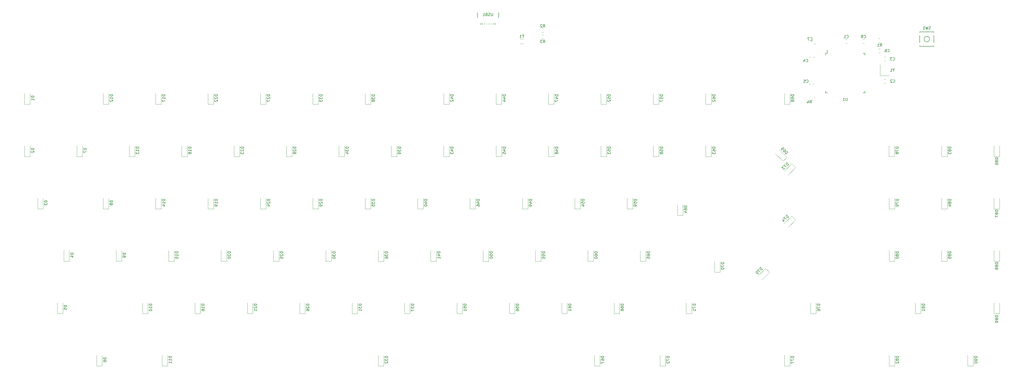
<source format=gbo>
%TF.GenerationSoftware,KiCad,Pcbnew,5.1.9*%
%TF.CreationDate,2021-05-26T15:49:29-04:00*%
%TF.ProjectId,EKS-Mk2,454b532d-4d6b-4322-9e6b-696361645f70,2.1*%
%TF.SameCoordinates,Original*%
%TF.FileFunction,Legend,Bot*%
%TF.FilePolarity,Positive*%
%FSLAX46Y46*%
G04 Gerber Fmt 4.6, Leading zero omitted, Abs format (unit mm)*
G04 Created by KiCad (PCBNEW 5.1.9) date 2021-05-26 15:49:29*
%MOMM*%
%LPD*%
G01*
G04 APERTURE LIST*
%ADD10C,0.150000*%
%ADD11C,0.120000*%
%ADD12C,2.250000*%
%ADD13C,3.987800*%
%ADD14C,1.750000*%
%ADD15R,1.905000X1.905000*%
%ADD16C,1.905000*%
%ADD17C,3.200000*%
%ADD18O,1.700000X2.700000*%
%ADD19R,0.500000X2.250000*%
%ADD20R,1.200000X1.400000*%
%ADD21R,1.500000X0.550000*%
%ADD22R,0.550000X1.500000*%
%ADD23R,1.800000X1.100000*%
%ADD24C,3.048000*%
%ADD25R,1.200000X0.900000*%
%ADD26C,0.020000*%
G04 APERTURE END LIST*
D10*
%TO.C,USB1*%
X172362500Y32385000D02*
X172362500Y26935000D01*
X180062500Y32385000D02*
X180062500Y26935000D01*
X172362500Y26935000D02*
X180062500Y26935000D01*
D11*
%TO.C,Y1*%
X318739250Y8160000D02*
X318739250Y12160000D01*
X322039250Y8160000D02*
X318739250Y8160000D01*
D10*
%TO.C,U1*%
X299501750Y16255500D02*
X299501750Y17530500D01*
X298926750Y1905500D02*
X298926750Y2580500D01*
X313276750Y1905500D02*
X313276750Y2580500D01*
X313276750Y16255500D02*
X313276750Y15580500D01*
X298926750Y16255500D02*
X298926750Y15580500D01*
X313276750Y16255500D02*
X312601750Y16255500D01*
X313276750Y1905500D02*
X312601750Y1905500D01*
X298926750Y1905500D02*
X299601750Y1905500D01*
X298926750Y16255500D02*
X299501750Y16255500D01*
%TO.C,SW1*%
X333156250Y18831250D02*
X338356250Y18831250D01*
X338356250Y18831250D02*
X338356250Y24031250D01*
X338356250Y24031250D02*
X333156250Y24031250D01*
X333156250Y24031250D02*
X333156250Y18831250D01*
X336756250Y21431250D02*
G75*
G03*
X336756250Y21431250I-1000000J0D01*
G01*
D11*
%TO.C,R4*%
X294122085Y-934282D02*
X293800968Y-613165D01*
X295161532Y105165D02*
X294840415Y426282D01*
%TO.C,R3*%
X196315064Y21490000D02*
X195860936Y21490000D01*
X196315064Y22960000D02*
X195860936Y22960000D01*
%TO.C,R2*%
X196315064Y23871250D02*
X195860936Y23871250D01*
X196315064Y25341250D02*
X195860936Y25341250D01*
%TO.C,R1*%
X318743064Y20220000D02*
X318288936Y20220000D01*
X318743064Y21690000D02*
X318288936Y21690000D01*
%TO.C,F1*%
X189070064Y19727500D02*
X187865936Y19727500D01*
X189070064Y21547500D02*
X187865936Y21547500D01*
%TO.C,D90*%
X352631250Y-97500000D02*
X352631250Y-93600000D01*
X350631250Y-97500000D02*
X350631250Y-93600000D01*
X352631250Y-97500000D02*
X350631250Y-97500000D01*
%TO.C,D89*%
X362156250Y-78450000D02*
X362156250Y-74550000D01*
X360156250Y-78450000D02*
X360156250Y-74550000D01*
X362156250Y-78450000D02*
X360156250Y-78450000D01*
%TO.C,D88*%
X362156250Y-59400000D02*
X362156250Y-55500000D01*
X360156250Y-59400000D02*
X360156250Y-55500000D01*
X362156250Y-59400000D02*
X360156250Y-59400000D01*
%TO.C,D87*%
X362156250Y-40350000D02*
X362156250Y-36450000D01*
X360156250Y-40350000D02*
X360156250Y-36450000D01*
X362156250Y-40350000D02*
X360156250Y-40350000D01*
%TO.C,D86*%
X362156250Y-21300000D02*
X362156250Y-17400000D01*
X360156250Y-21300000D02*
X360156250Y-17400000D01*
X362156250Y-21300000D02*
X360156250Y-21300000D01*
%TO.C,D85*%
X343106250Y-59400000D02*
X343106250Y-55500000D01*
X341106250Y-59400000D02*
X341106250Y-55500000D01*
X343106250Y-59400000D02*
X341106250Y-59400000D01*
%TO.C,D84*%
X343106250Y-40350000D02*
X343106250Y-36450000D01*
X341106250Y-40350000D02*
X341106250Y-36450000D01*
X343106250Y-40350000D02*
X341106250Y-40350000D01*
%TO.C,D83*%
X343106250Y-21300000D02*
X343106250Y-17400000D01*
X341106250Y-21300000D02*
X341106250Y-17400000D01*
X343106250Y-21300000D02*
X341106250Y-21300000D01*
%TO.C,D82*%
X324056250Y-97500000D02*
X324056250Y-93600000D01*
X322056250Y-97500000D02*
X322056250Y-93600000D01*
X324056250Y-97500000D02*
X322056250Y-97500000D01*
%TO.C,D81*%
X333581250Y-78450000D02*
X333581250Y-74550000D01*
X331581250Y-78450000D02*
X331581250Y-74550000D01*
X333581250Y-78450000D02*
X331581250Y-78450000D01*
%TO.C,D80*%
X324056250Y-59400000D02*
X324056250Y-55500000D01*
X322056250Y-59400000D02*
X322056250Y-55500000D01*
X324056250Y-59400000D02*
X322056250Y-59400000D01*
%TO.C,D79*%
X324056250Y-40350000D02*
X324056250Y-36450000D01*
X322056250Y-40350000D02*
X322056250Y-36450000D01*
X324056250Y-40350000D02*
X322056250Y-40350000D01*
%TO.C,D78*%
X323961000Y-21300000D02*
X323961000Y-17400000D01*
X321961000Y-21300000D02*
X321961000Y-17400000D01*
X323961000Y-21300000D02*
X321961000Y-21300000D01*
%TO.C,D77*%
X285956250Y-97500000D02*
X285956250Y-93600000D01*
X283956250Y-97500000D02*
X283956250Y-93600000D01*
X285956250Y-97500000D02*
X283956250Y-97500000D01*
%TO.C,D76*%
X295481250Y-78450000D02*
X295481250Y-74550000D01*
X293481250Y-78450000D02*
X293481250Y-74550000D01*
X295481250Y-78450000D02*
X293481250Y-78450000D01*
%TO.C,D75*%
X277108883Y-61995653D02*
X274351167Y-64753369D01*
X278523097Y-63409867D02*
X275765381Y-66167583D01*
X277108883Y-61995653D02*
X278523097Y-63409867D01*
%TO.C,D74*%
X286633883Y-42945653D02*
X283876167Y-45703369D01*
X288048097Y-44359867D02*
X285290381Y-47117583D01*
X286633883Y-42945653D02*
X288048097Y-44359867D01*
%TO.C,D73*%
X286633883Y-23895653D02*
X283876167Y-26653369D01*
X288048097Y-25309867D02*
X285290381Y-28067583D01*
X286633883Y-23895653D02*
X288048097Y-25309867D01*
%TO.C,D72*%
X240712500Y-97500000D02*
X240712500Y-93600000D01*
X238712500Y-97500000D02*
X238712500Y-93600000D01*
X240712500Y-97500000D02*
X238712500Y-97500000D01*
%TO.C,D71*%
X250237500Y-78450000D02*
X250237500Y-74550000D01*
X248237500Y-78450000D02*
X248237500Y-74550000D01*
X250237500Y-78450000D02*
X248237500Y-78450000D01*
%TO.C,D70*%
X260556250Y-63368750D02*
X260556250Y-59468750D01*
X258556250Y-63368750D02*
X258556250Y-59468750D01*
X260556250Y-63368750D02*
X258556250Y-63368750D01*
%TO.C,D69*%
X284873097Y-21521383D02*
X282115381Y-18763667D01*
X283458883Y-22935597D02*
X280701167Y-20177881D01*
X284873097Y-21521383D02*
X283458883Y-22935597D01*
%TO.C,D68*%
X285956250Y-2250000D02*
X285956250Y1650000D01*
X283956250Y-2250000D02*
X283956250Y1650000D01*
X285956250Y-2250000D02*
X283956250Y-2250000D01*
%TO.C,D67*%
X216900000Y-97500000D02*
X216900000Y-93600000D01*
X214900000Y-97500000D02*
X214900000Y-93600000D01*
X216900000Y-97500000D02*
X214900000Y-97500000D01*
%TO.C,D66*%
X224043750Y-78450000D02*
X224043750Y-74550000D01*
X222043750Y-78450000D02*
X222043750Y-74550000D01*
X224043750Y-78450000D02*
X222043750Y-78450000D01*
%TO.C,D65*%
X233568750Y-59400000D02*
X233568750Y-55500000D01*
X231568750Y-59400000D02*
X231568750Y-55500000D01*
X233568750Y-59400000D02*
X231568750Y-59400000D01*
%TO.C,D64*%
X247062500Y-42731250D02*
X247062500Y-38831250D01*
X245062500Y-42731250D02*
X245062500Y-38831250D01*
X247062500Y-42731250D02*
X245062500Y-42731250D01*
%TO.C,D63*%
X257381250Y-21300000D02*
X257381250Y-17400000D01*
X255381250Y-21300000D02*
X255381250Y-17400000D01*
X257381250Y-21300000D02*
X255381250Y-21300000D01*
%TO.C,D62*%
X257381250Y-2250000D02*
X257381250Y1650000D01*
X255381250Y-2250000D02*
X255381250Y1650000D01*
X257381250Y-2250000D02*
X255381250Y-2250000D01*
%TO.C,D61*%
X204993750Y-78450000D02*
X204993750Y-74550000D01*
X202993750Y-78450000D02*
X202993750Y-74550000D01*
X204993750Y-78450000D02*
X202993750Y-78450000D01*
%TO.C,D60*%
X214518750Y-59400000D02*
X214518750Y-55500000D01*
X212518750Y-59400000D02*
X212518750Y-55500000D01*
X214518750Y-59400000D02*
X212518750Y-59400000D01*
%TO.C,D59*%
X228806250Y-40350000D02*
X228806250Y-36450000D01*
X226806250Y-40350000D02*
X226806250Y-36450000D01*
X228806250Y-40350000D02*
X226806250Y-40350000D01*
%TO.C,D58*%
X238331250Y-21300000D02*
X238331250Y-17400000D01*
X236331250Y-21300000D02*
X236331250Y-17400000D01*
X238331250Y-21300000D02*
X236331250Y-21300000D01*
%TO.C,D57*%
X238331250Y-2250000D02*
X238331250Y1650000D01*
X236331250Y-2250000D02*
X236331250Y1650000D01*
X238331250Y-2250000D02*
X236331250Y-2250000D01*
%TO.C,D56*%
X185943750Y-78450000D02*
X185943750Y-74550000D01*
X183943750Y-78450000D02*
X183943750Y-74550000D01*
X185943750Y-78450000D02*
X183943750Y-78450000D01*
%TO.C,D55*%
X195468750Y-59400000D02*
X195468750Y-55500000D01*
X193468750Y-59400000D02*
X193468750Y-55500000D01*
X195468750Y-59400000D02*
X193468750Y-59400000D01*
%TO.C,D54*%
X209756250Y-40350000D02*
X209756250Y-36450000D01*
X207756250Y-40350000D02*
X207756250Y-36450000D01*
X209756250Y-40350000D02*
X207756250Y-40350000D01*
%TO.C,D53*%
X219281250Y-21300000D02*
X219281250Y-17400000D01*
X217281250Y-21300000D02*
X217281250Y-17400000D01*
X219281250Y-21300000D02*
X217281250Y-21300000D01*
%TO.C,D52*%
X219281250Y-2250000D02*
X219281250Y1650000D01*
X217281250Y-2250000D02*
X217281250Y1650000D01*
X219281250Y-2250000D02*
X217281250Y-2250000D01*
%TO.C,D51*%
X166893750Y-78450000D02*
X166893750Y-74550000D01*
X164893750Y-78450000D02*
X164893750Y-74550000D01*
X166893750Y-78450000D02*
X164893750Y-78450000D01*
%TO.C,D50*%
X176418750Y-59400000D02*
X176418750Y-55500000D01*
X174418750Y-59400000D02*
X174418750Y-55500000D01*
X176418750Y-59400000D02*
X174418750Y-59400000D01*
%TO.C,D49*%
X190706250Y-40350000D02*
X190706250Y-36450000D01*
X188706250Y-40350000D02*
X188706250Y-36450000D01*
X190706250Y-40350000D02*
X188706250Y-40350000D01*
%TO.C,D48*%
X200231250Y-21300000D02*
X200231250Y-17400000D01*
X198231250Y-21300000D02*
X198231250Y-17400000D01*
X200231250Y-21300000D02*
X198231250Y-21300000D01*
%TO.C,D47*%
X200231250Y-2250000D02*
X200231250Y1650000D01*
X198231250Y-2250000D02*
X198231250Y1650000D01*
X200231250Y-2250000D02*
X198231250Y-2250000D01*
%TO.C,D46*%
X171656250Y-40350000D02*
X171656250Y-36450000D01*
X169656250Y-40350000D02*
X169656250Y-36450000D01*
X171656250Y-40350000D02*
X169656250Y-40350000D01*
%TO.C,D45*%
X181181250Y-21300000D02*
X181181250Y-17400000D01*
X179181250Y-21300000D02*
X179181250Y-17400000D01*
X181181250Y-21300000D02*
X179181250Y-21300000D01*
%TO.C,D44*%
X181181250Y-2250000D02*
X181181250Y1650000D01*
X179181250Y-2250000D02*
X179181250Y1650000D01*
X181181250Y-2250000D02*
X179181250Y-2250000D01*
%TO.C,D43*%
X162131250Y-21300000D02*
X162131250Y-17400000D01*
X160131250Y-21300000D02*
X160131250Y-17400000D01*
X162131250Y-21300000D02*
X160131250Y-21300000D01*
%TO.C,D42*%
X162131250Y-2250000D02*
X162131250Y1650000D01*
X160131250Y-2250000D02*
X160131250Y1650000D01*
X162131250Y-2250000D02*
X160131250Y-2250000D01*
%TO.C,D41*%
X157368750Y-59400000D02*
X157368750Y-55500000D01*
X155368750Y-59400000D02*
X155368750Y-55500000D01*
X157368750Y-59400000D02*
X155368750Y-59400000D01*
%TO.C,D40*%
X152606250Y-40350000D02*
X152606250Y-36450000D01*
X150606250Y-40350000D02*
X150606250Y-36450000D01*
X152606250Y-40350000D02*
X150606250Y-40350000D01*
%TO.C,D39*%
X143081250Y-21300000D02*
X143081250Y-17400000D01*
X141081250Y-21300000D02*
X141081250Y-17400000D01*
X143081250Y-21300000D02*
X141081250Y-21300000D01*
%TO.C,D38*%
X133556250Y-2250000D02*
X133556250Y1650000D01*
X131556250Y-2250000D02*
X131556250Y1650000D01*
X133556250Y-2250000D02*
X131556250Y-2250000D01*
%TO.C,D37*%
X147843750Y-78450000D02*
X147843750Y-74550000D01*
X145843750Y-78450000D02*
X145843750Y-74550000D01*
X147843750Y-78450000D02*
X145843750Y-78450000D01*
%TO.C,D36*%
X138318750Y-59400000D02*
X138318750Y-55500000D01*
X136318750Y-59400000D02*
X136318750Y-55500000D01*
X138318750Y-59400000D02*
X136318750Y-59400000D01*
%TO.C,D35*%
X133556250Y-40350000D02*
X133556250Y-36450000D01*
X131556250Y-40350000D02*
X131556250Y-36450000D01*
X133556250Y-40350000D02*
X131556250Y-40350000D01*
%TO.C,D34*%
X124031250Y-21300000D02*
X124031250Y-17400000D01*
X122031250Y-21300000D02*
X122031250Y-17400000D01*
X124031250Y-21300000D02*
X122031250Y-21300000D01*
%TO.C,D33*%
X114506250Y-2250000D02*
X114506250Y1650000D01*
X112506250Y-2250000D02*
X112506250Y1650000D01*
X114506250Y-2250000D02*
X112506250Y-2250000D01*
%TO.C,D32*%
X138318750Y-97500000D02*
X138318750Y-93600000D01*
X136318750Y-97500000D02*
X136318750Y-93600000D01*
X138318750Y-97500000D02*
X136318750Y-97500000D01*
%TO.C,D31*%
X128793750Y-78450000D02*
X128793750Y-74550000D01*
X126793750Y-78450000D02*
X126793750Y-74550000D01*
X128793750Y-78450000D02*
X126793750Y-78450000D01*
%TO.C,D30*%
X119268750Y-59400000D02*
X119268750Y-55500000D01*
X117268750Y-59400000D02*
X117268750Y-55500000D01*
X119268750Y-59400000D02*
X117268750Y-59400000D01*
%TO.C,D29*%
X114506250Y-40350000D02*
X114506250Y-36450000D01*
X112506250Y-40350000D02*
X112506250Y-36450000D01*
X114506250Y-40350000D02*
X112506250Y-40350000D01*
%TO.C,D28*%
X104981250Y-21300000D02*
X104981250Y-17400000D01*
X102981250Y-21300000D02*
X102981250Y-17400000D01*
X104981250Y-21300000D02*
X102981250Y-21300000D01*
%TO.C,D27*%
X95456250Y-2250000D02*
X95456250Y1650000D01*
X93456250Y-2250000D02*
X93456250Y1650000D01*
X95456250Y-2250000D02*
X93456250Y-2250000D01*
%TO.C,D26*%
X109743750Y-78450000D02*
X109743750Y-74550000D01*
X107743750Y-78450000D02*
X107743750Y-74550000D01*
X109743750Y-78450000D02*
X107743750Y-78450000D01*
%TO.C,D25*%
X100218750Y-59400000D02*
X100218750Y-55500000D01*
X98218750Y-59400000D02*
X98218750Y-55500000D01*
X100218750Y-59400000D02*
X98218750Y-59400000D01*
%TO.C,D24*%
X95456250Y-40350000D02*
X95456250Y-36450000D01*
X93456250Y-40350000D02*
X93456250Y-36450000D01*
X95456250Y-40350000D02*
X93456250Y-40350000D01*
%TO.C,D23*%
X85931250Y-21300000D02*
X85931250Y-17400000D01*
X83931250Y-21300000D02*
X83931250Y-17400000D01*
X85931250Y-21300000D02*
X83931250Y-21300000D01*
%TO.C,D22*%
X76406250Y-2250000D02*
X76406250Y1650000D01*
X74406250Y-2250000D02*
X74406250Y1650000D01*
X76406250Y-2250000D02*
X74406250Y-2250000D01*
%TO.C,D21*%
X90693750Y-78450000D02*
X90693750Y-74550000D01*
X88693750Y-78450000D02*
X88693750Y-74550000D01*
X90693750Y-78450000D02*
X88693750Y-78450000D01*
%TO.C,D20*%
X81168750Y-59400000D02*
X81168750Y-55500000D01*
X79168750Y-59400000D02*
X79168750Y-55500000D01*
X81168750Y-59400000D02*
X79168750Y-59400000D01*
%TO.C,D19*%
X76406250Y-40350000D02*
X76406250Y-36450000D01*
X74406250Y-40350000D02*
X74406250Y-36450000D01*
X76406250Y-40350000D02*
X74406250Y-40350000D01*
%TO.C,D18*%
X66881250Y-21300000D02*
X66881250Y-17400000D01*
X64881250Y-21300000D02*
X64881250Y-17400000D01*
X66881250Y-21300000D02*
X64881250Y-21300000D01*
%TO.C,D17*%
X57356250Y-2250000D02*
X57356250Y1650000D01*
X55356250Y-2250000D02*
X55356250Y1650000D01*
X57356250Y-2250000D02*
X55356250Y-2250000D01*
%TO.C,D16*%
X71643750Y-78450000D02*
X71643750Y-74550000D01*
X69643750Y-78450000D02*
X69643750Y-74550000D01*
X71643750Y-78450000D02*
X69643750Y-78450000D01*
%TO.C,D15*%
X62118750Y-59400000D02*
X62118750Y-55500000D01*
X60118750Y-59400000D02*
X60118750Y-55500000D01*
X62118750Y-59400000D02*
X60118750Y-59400000D01*
%TO.C,D14*%
X57356250Y-40350000D02*
X57356250Y-36450000D01*
X55356250Y-40350000D02*
X55356250Y-36450000D01*
X57356250Y-40350000D02*
X55356250Y-40350000D01*
%TO.C,D13*%
X47831250Y-21300000D02*
X47831250Y-17400000D01*
X45831250Y-21300000D02*
X45831250Y-17400000D01*
X47831250Y-21300000D02*
X45831250Y-21300000D01*
%TO.C,D12*%
X38306250Y-2250000D02*
X38306250Y1650000D01*
X36306250Y-2250000D02*
X36306250Y1650000D01*
X38306250Y-2250000D02*
X36306250Y-2250000D01*
%TO.C,D11*%
X59737500Y-97500000D02*
X59737500Y-93600000D01*
X57737500Y-97500000D02*
X57737500Y-93600000D01*
X59737500Y-97500000D02*
X57737500Y-97500000D01*
%TO.C,D10*%
X52593750Y-78450000D02*
X52593750Y-74550000D01*
X50593750Y-78450000D02*
X50593750Y-74550000D01*
X52593750Y-78450000D02*
X50593750Y-78450000D01*
%TO.C,D9*%
X43068750Y-59400000D02*
X43068750Y-55500000D01*
X41068750Y-59400000D02*
X41068750Y-55500000D01*
X43068750Y-59400000D02*
X41068750Y-59400000D01*
%TO.C,D8*%
X38306250Y-40350000D02*
X38306250Y-36450000D01*
X36306250Y-40350000D02*
X36306250Y-36450000D01*
X38306250Y-40350000D02*
X36306250Y-40350000D01*
%TO.C,D7*%
X28781250Y-21300000D02*
X28781250Y-17400000D01*
X26781250Y-21300000D02*
X26781250Y-17400000D01*
X28781250Y-21300000D02*
X26781250Y-21300000D01*
%TO.C,D6*%
X35925000Y-97500000D02*
X35925000Y-93600000D01*
X33925000Y-97500000D02*
X33925000Y-93600000D01*
X35925000Y-97500000D02*
X33925000Y-97500000D01*
%TO.C,D5*%
X21637500Y-78450000D02*
X21637500Y-74550000D01*
X19637500Y-78450000D02*
X19637500Y-74550000D01*
X21637500Y-78450000D02*
X19637500Y-78450000D01*
%TO.C,D4*%
X23987000Y-59400000D02*
X23987000Y-55500000D01*
X21987000Y-59400000D02*
X21987000Y-55500000D01*
X23987000Y-59400000D02*
X21987000Y-59400000D01*
%TO.C,D3*%
X14493750Y-40350000D02*
X14493750Y-36450000D01*
X12493750Y-40350000D02*
X12493750Y-36450000D01*
X14493750Y-40350000D02*
X12493750Y-40350000D01*
%TO.C,D2*%
X9731250Y-21300000D02*
X9731250Y-17400000D01*
X7731250Y-21300000D02*
X7731250Y-17400000D01*
X9731250Y-21300000D02*
X7731250Y-21300000D01*
%TO.C,D1*%
X9731250Y-2250000D02*
X9731250Y1650000D01*
X7731250Y-2250000D02*
X7731250Y1650000D01*
X9731250Y-2250000D02*
X7731250Y-2250000D01*
%TO.C,C8*%
X312476248Y21372500D02*
X312998752Y21372500D01*
X312476248Y19902500D02*
X312998752Y19902500D01*
%TO.C,C7*%
X295185707Y19858010D02*
X294816240Y19488543D01*
X294146260Y20897457D02*
X293776793Y20527990D01*
%TO.C,C6*%
X318254748Y16410000D02*
X318777252Y16410000D01*
X318254748Y17880000D02*
X318777252Y17880000D01*
%TO.C,C5*%
X293174750Y4755248D02*
X293174750Y5277752D01*
X294644750Y4755248D02*
X294644750Y5277752D01*
%TO.C,C4*%
X294644750Y15120252D02*
X294644750Y14597748D01*
X293174750Y15120252D02*
X293174750Y14597748D01*
%TO.C,C3*%
X320682252Y13489000D02*
X320159748Y13489000D01*
X320682252Y14959000D02*
X320159748Y14959000D01*
%TO.C,C2*%
X320159748Y6831000D02*
X320682252Y6831000D01*
X320159748Y5361000D02*
X320682252Y5361000D01*
%TO.C,C1*%
X306189748Y21372500D02*
X306712252Y21372500D01*
X306189748Y19902500D02*
X306712252Y19902500D01*
%TO.C,USB1*%
D10*
X177950595Y30900619D02*
X177950595Y30091095D01*
X177902976Y29995857D01*
X177855357Y29948238D01*
X177760119Y29900619D01*
X177569642Y29900619D01*
X177474404Y29948238D01*
X177426785Y29995857D01*
X177379166Y30091095D01*
X177379166Y30900619D01*
X176950595Y29948238D02*
X176807738Y29900619D01*
X176569642Y29900619D01*
X176474404Y29948238D01*
X176426785Y29995857D01*
X176379166Y30091095D01*
X176379166Y30186333D01*
X176426785Y30281571D01*
X176474404Y30329190D01*
X176569642Y30376809D01*
X176760119Y30424428D01*
X176855357Y30472047D01*
X176902976Y30519666D01*
X176950595Y30614904D01*
X176950595Y30710142D01*
X176902976Y30805380D01*
X176855357Y30853000D01*
X176760119Y30900619D01*
X176522023Y30900619D01*
X176379166Y30853000D01*
X175617261Y30424428D02*
X175474404Y30376809D01*
X175426785Y30329190D01*
X175379166Y30233952D01*
X175379166Y30091095D01*
X175426785Y29995857D01*
X175474404Y29948238D01*
X175569642Y29900619D01*
X175950595Y29900619D01*
X175950595Y30900619D01*
X175617261Y30900619D01*
X175522023Y30853000D01*
X175474404Y30805380D01*
X175426785Y30710142D01*
X175426785Y30614904D01*
X175474404Y30519666D01*
X175522023Y30472047D01*
X175617261Y30424428D01*
X175950595Y30424428D01*
X174426785Y29900619D02*
X174998214Y29900619D01*
X174712500Y29900619D02*
X174712500Y30900619D01*
X174807738Y30757761D01*
X174902976Y30662523D01*
X174998214Y30614904D01*
%TO.C,Y1*%
X323691190Y10183809D02*
X323691190Y9707619D01*
X324024523Y10707619D02*
X323691190Y10183809D01*
X323357857Y10707619D01*
X322500714Y9707619D02*
X323072142Y9707619D01*
X322786428Y9707619D02*
X322786428Y10707619D01*
X322881666Y10564761D01*
X322976904Y10469523D01*
X323072142Y10421904D01*
%TO.C,U1*%
X306831904Y39619D02*
X306831904Y-769904D01*
X306784285Y-865142D01*
X306736666Y-912761D01*
X306641428Y-960380D01*
X306450952Y-960380D01*
X306355714Y-912761D01*
X306308095Y-865142D01*
X306260476Y-769904D01*
X306260476Y39619D01*
X305260476Y-960380D02*
X305831904Y-960380D01*
X305546190Y-960380D02*
X305546190Y39619D01*
X305641428Y-103238D01*
X305736666Y-198476D01*
X305831904Y-246095D01*
%TO.C,SW1*%
X337089583Y25090488D02*
X336946726Y25042869D01*
X336708630Y25042869D01*
X336613392Y25090488D01*
X336565773Y25138107D01*
X336518154Y25233345D01*
X336518154Y25328583D01*
X336565773Y25423821D01*
X336613392Y25471440D01*
X336708630Y25519059D01*
X336899107Y25566678D01*
X336994345Y25614297D01*
X337041964Y25661916D01*
X337089583Y25757154D01*
X337089583Y25852392D01*
X337041964Y25947630D01*
X336994345Y25995250D01*
X336899107Y26042869D01*
X336661011Y26042869D01*
X336518154Y25995250D01*
X336184821Y26042869D02*
X335946726Y25042869D01*
X335756250Y25757154D01*
X335565773Y25042869D01*
X335327678Y26042869D01*
X334422916Y25042869D02*
X334994345Y25042869D01*
X334708630Y25042869D02*
X334708630Y26042869D01*
X334803869Y25900011D01*
X334899107Y25804773D01*
X334994345Y25757154D01*
%TO.C,R4*%
X293211075Y-1873813D02*
X293544409Y-1397623D01*
X293782504Y-1873813D02*
X293782504Y-873813D01*
X293401551Y-873813D01*
X293306313Y-921433D01*
X293258694Y-969052D01*
X293211075Y-1064290D01*
X293211075Y-1207147D01*
X293258694Y-1302385D01*
X293306313Y-1350004D01*
X293401551Y-1397623D01*
X293782504Y-1397623D01*
X292353932Y-1207147D02*
X292353932Y-1873813D01*
X292592028Y-826194D02*
X292830123Y-1540480D01*
X292211075Y-1540480D01*
%TO.C,R3*%
X196254666Y20089869D02*
X196588000Y20566059D01*
X196826095Y20089869D02*
X196826095Y21089869D01*
X196445142Y21089869D01*
X196349904Y21042250D01*
X196302285Y20994630D01*
X196254666Y20899392D01*
X196254666Y20756535D01*
X196302285Y20661297D01*
X196349904Y20613678D01*
X196445142Y20566059D01*
X196826095Y20566059D01*
X195921333Y21089869D02*
X195302285Y21089869D01*
X195635619Y20708916D01*
X195492761Y20708916D01*
X195397523Y20661297D01*
X195349904Y20613678D01*
X195302285Y20518440D01*
X195302285Y20280345D01*
X195349904Y20185107D01*
X195397523Y20137488D01*
X195492761Y20089869D01*
X195778476Y20089869D01*
X195873714Y20137488D01*
X195921333Y20185107D01*
%TO.C,R2*%
X196254666Y25803869D02*
X196588000Y26280059D01*
X196826095Y25803869D02*
X196826095Y26803869D01*
X196445142Y26803869D01*
X196349904Y26756250D01*
X196302285Y26708630D01*
X196254666Y26613392D01*
X196254666Y26470535D01*
X196302285Y26375297D01*
X196349904Y26327678D01*
X196445142Y26280059D01*
X196826095Y26280059D01*
X195873714Y26708630D02*
X195826095Y26756250D01*
X195730857Y26803869D01*
X195492761Y26803869D01*
X195397523Y26756250D01*
X195349904Y26708630D01*
X195302285Y26613392D01*
X195302285Y26518154D01*
X195349904Y26375297D01*
X195921333Y25803869D01*
X195302285Y25803869D01*
%TO.C,R1*%
X318746166Y18819869D02*
X319079500Y19296059D01*
X319317595Y18819869D02*
X319317595Y19819869D01*
X318936642Y19819869D01*
X318841404Y19772250D01*
X318793785Y19724630D01*
X318746166Y19629392D01*
X318746166Y19486535D01*
X318793785Y19391297D01*
X318841404Y19343678D01*
X318936642Y19296059D01*
X319317595Y19296059D01*
X317793785Y18819869D02*
X318365214Y18819869D01*
X318079500Y18819869D02*
X318079500Y19819869D01*
X318174738Y19677011D01*
X318269976Y19581773D01*
X318365214Y19534154D01*
%TO.C,F1*%
X188801333Y22528928D02*
X189134666Y22528928D01*
X189134666Y22005119D02*
X189134666Y23005119D01*
X188658476Y23005119D01*
X187753714Y22005119D02*
X188325142Y22005119D01*
X188039428Y22005119D02*
X188039428Y23005119D01*
X188134666Y22862261D01*
X188229904Y22767023D01*
X188325142Y22719404D01*
%TO.C,D90*%
X354083630Y-94035714D02*
X353083630Y-94035714D01*
X353083630Y-94273809D01*
X353131250Y-94416666D01*
X353226488Y-94511904D01*
X353321726Y-94559523D01*
X353512202Y-94607142D01*
X353655059Y-94607142D01*
X353845535Y-94559523D01*
X353940773Y-94511904D01*
X354036011Y-94416666D01*
X354083630Y-94273809D01*
X354083630Y-94035714D01*
X354083630Y-95083333D02*
X354083630Y-95273809D01*
X354036011Y-95369047D01*
X353988392Y-95416666D01*
X353845535Y-95511904D01*
X353655059Y-95559523D01*
X353274107Y-95559523D01*
X353178869Y-95511904D01*
X353131250Y-95464285D01*
X353083630Y-95369047D01*
X353083630Y-95178571D01*
X353131250Y-95083333D01*
X353178869Y-95035714D01*
X353274107Y-94988095D01*
X353512202Y-94988095D01*
X353607440Y-95035714D01*
X353655059Y-95083333D01*
X353702678Y-95178571D01*
X353702678Y-95369047D01*
X353655059Y-95464285D01*
X353607440Y-95511904D01*
X353512202Y-95559523D01*
X353083630Y-96178571D02*
X353083630Y-96273809D01*
X353131250Y-96369047D01*
X353178869Y-96416666D01*
X353274107Y-96464285D01*
X353464583Y-96511904D01*
X353702678Y-96511904D01*
X353893154Y-96464285D01*
X353988392Y-96416666D01*
X354036011Y-96369047D01*
X354083630Y-96273809D01*
X354083630Y-96178571D01*
X354036011Y-96083333D01*
X353988392Y-96035714D01*
X353893154Y-95988095D01*
X353702678Y-95940476D01*
X353464583Y-95940476D01*
X353274107Y-95988095D01*
X353178869Y-96035714D01*
X353131250Y-96083333D01*
X353083630Y-96178571D01*
%TO.C,D89*%
X361640380Y-79176714D02*
X360640380Y-79176714D01*
X360640380Y-79414809D01*
X360688000Y-79557666D01*
X360783238Y-79652904D01*
X360878476Y-79700523D01*
X361068952Y-79748142D01*
X361211809Y-79748142D01*
X361402285Y-79700523D01*
X361497523Y-79652904D01*
X361592761Y-79557666D01*
X361640380Y-79414809D01*
X361640380Y-79176714D01*
X361068952Y-80319571D02*
X361021333Y-80224333D01*
X360973714Y-80176714D01*
X360878476Y-80129095D01*
X360830857Y-80129095D01*
X360735619Y-80176714D01*
X360688000Y-80224333D01*
X360640380Y-80319571D01*
X360640380Y-80510047D01*
X360688000Y-80605285D01*
X360735619Y-80652904D01*
X360830857Y-80700523D01*
X360878476Y-80700523D01*
X360973714Y-80652904D01*
X361021333Y-80605285D01*
X361068952Y-80510047D01*
X361068952Y-80319571D01*
X361116571Y-80224333D01*
X361164190Y-80176714D01*
X361259428Y-80129095D01*
X361449904Y-80129095D01*
X361545142Y-80176714D01*
X361592761Y-80224333D01*
X361640380Y-80319571D01*
X361640380Y-80510047D01*
X361592761Y-80605285D01*
X361545142Y-80652904D01*
X361449904Y-80700523D01*
X361259428Y-80700523D01*
X361164190Y-80652904D01*
X361116571Y-80605285D01*
X361068952Y-80510047D01*
X361640380Y-81176714D02*
X361640380Y-81367190D01*
X361592761Y-81462428D01*
X361545142Y-81510047D01*
X361402285Y-81605285D01*
X361211809Y-81652904D01*
X360830857Y-81652904D01*
X360735619Y-81605285D01*
X360688000Y-81557666D01*
X360640380Y-81462428D01*
X360640380Y-81271952D01*
X360688000Y-81176714D01*
X360735619Y-81129095D01*
X360830857Y-81081476D01*
X361068952Y-81081476D01*
X361164190Y-81129095D01*
X361211809Y-81176714D01*
X361259428Y-81271952D01*
X361259428Y-81462428D01*
X361211809Y-81557666D01*
X361164190Y-81605285D01*
X361068952Y-81652904D01*
%TO.C,D88*%
X361640380Y-59872714D02*
X360640380Y-59872714D01*
X360640380Y-60110809D01*
X360688000Y-60253666D01*
X360783238Y-60348904D01*
X360878476Y-60396523D01*
X361068952Y-60444142D01*
X361211809Y-60444142D01*
X361402285Y-60396523D01*
X361497523Y-60348904D01*
X361592761Y-60253666D01*
X361640380Y-60110809D01*
X361640380Y-59872714D01*
X361068952Y-61015571D02*
X361021333Y-60920333D01*
X360973714Y-60872714D01*
X360878476Y-60825095D01*
X360830857Y-60825095D01*
X360735619Y-60872714D01*
X360688000Y-60920333D01*
X360640380Y-61015571D01*
X360640380Y-61206047D01*
X360688000Y-61301285D01*
X360735619Y-61348904D01*
X360830857Y-61396523D01*
X360878476Y-61396523D01*
X360973714Y-61348904D01*
X361021333Y-61301285D01*
X361068952Y-61206047D01*
X361068952Y-61015571D01*
X361116571Y-60920333D01*
X361164190Y-60872714D01*
X361259428Y-60825095D01*
X361449904Y-60825095D01*
X361545142Y-60872714D01*
X361592761Y-60920333D01*
X361640380Y-61015571D01*
X361640380Y-61206047D01*
X361592761Y-61301285D01*
X361545142Y-61348904D01*
X361449904Y-61396523D01*
X361259428Y-61396523D01*
X361164190Y-61348904D01*
X361116571Y-61301285D01*
X361068952Y-61206047D01*
X361068952Y-61967952D02*
X361021333Y-61872714D01*
X360973714Y-61825095D01*
X360878476Y-61777476D01*
X360830857Y-61777476D01*
X360735619Y-61825095D01*
X360688000Y-61872714D01*
X360640380Y-61967952D01*
X360640380Y-62158428D01*
X360688000Y-62253666D01*
X360735619Y-62301285D01*
X360830857Y-62348904D01*
X360878476Y-62348904D01*
X360973714Y-62301285D01*
X361021333Y-62253666D01*
X361068952Y-62158428D01*
X361068952Y-61967952D01*
X361116571Y-61872714D01*
X361164190Y-61825095D01*
X361259428Y-61777476D01*
X361449904Y-61777476D01*
X361545142Y-61825095D01*
X361592761Y-61872714D01*
X361640380Y-61967952D01*
X361640380Y-62158428D01*
X361592761Y-62253666D01*
X361545142Y-62301285D01*
X361449904Y-62348904D01*
X361259428Y-62348904D01*
X361164190Y-62301285D01*
X361116571Y-62253666D01*
X361068952Y-62158428D01*
%TO.C,D87*%
X361640380Y-40822714D02*
X360640380Y-40822714D01*
X360640380Y-41060809D01*
X360688000Y-41203666D01*
X360783238Y-41298904D01*
X360878476Y-41346523D01*
X361068952Y-41394142D01*
X361211809Y-41394142D01*
X361402285Y-41346523D01*
X361497523Y-41298904D01*
X361592761Y-41203666D01*
X361640380Y-41060809D01*
X361640380Y-40822714D01*
X361068952Y-41965571D02*
X361021333Y-41870333D01*
X360973714Y-41822714D01*
X360878476Y-41775095D01*
X360830857Y-41775095D01*
X360735619Y-41822714D01*
X360688000Y-41870333D01*
X360640380Y-41965571D01*
X360640380Y-42156047D01*
X360688000Y-42251285D01*
X360735619Y-42298904D01*
X360830857Y-42346523D01*
X360878476Y-42346523D01*
X360973714Y-42298904D01*
X361021333Y-42251285D01*
X361068952Y-42156047D01*
X361068952Y-41965571D01*
X361116571Y-41870333D01*
X361164190Y-41822714D01*
X361259428Y-41775095D01*
X361449904Y-41775095D01*
X361545142Y-41822714D01*
X361592761Y-41870333D01*
X361640380Y-41965571D01*
X361640380Y-42156047D01*
X361592761Y-42251285D01*
X361545142Y-42298904D01*
X361449904Y-42346523D01*
X361259428Y-42346523D01*
X361164190Y-42298904D01*
X361116571Y-42251285D01*
X361068952Y-42156047D01*
X360640380Y-42679857D02*
X360640380Y-43346523D01*
X361640380Y-42917952D01*
%TO.C,D86*%
X361640380Y-21772714D02*
X360640380Y-21772714D01*
X360640380Y-22010809D01*
X360688000Y-22153666D01*
X360783238Y-22248904D01*
X360878476Y-22296523D01*
X361068952Y-22344142D01*
X361211809Y-22344142D01*
X361402285Y-22296523D01*
X361497523Y-22248904D01*
X361592761Y-22153666D01*
X361640380Y-22010809D01*
X361640380Y-21772714D01*
X361068952Y-22915571D02*
X361021333Y-22820333D01*
X360973714Y-22772714D01*
X360878476Y-22725095D01*
X360830857Y-22725095D01*
X360735619Y-22772714D01*
X360688000Y-22820333D01*
X360640380Y-22915571D01*
X360640380Y-23106047D01*
X360688000Y-23201285D01*
X360735619Y-23248904D01*
X360830857Y-23296523D01*
X360878476Y-23296523D01*
X360973714Y-23248904D01*
X361021333Y-23201285D01*
X361068952Y-23106047D01*
X361068952Y-22915571D01*
X361116571Y-22820333D01*
X361164190Y-22772714D01*
X361259428Y-22725095D01*
X361449904Y-22725095D01*
X361545142Y-22772714D01*
X361592761Y-22820333D01*
X361640380Y-22915571D01*
X361640380Y-23106047D01*
X361592761Y-23201285D01*
X361545142Y-23248904D01*
X361449904Y-23296523D01*
X361259428Y-23296523D01*
X361164190Y-23248904D01*
X361116571Y-23201285D01*
X361068952Y-23106047D01*
X360640380Y-24153666D02*
X360640380Y-23963190D01*
X360688000Y-23867952D01*
X360735619Y-23820333D01*
X360878476Y-23725095D01*
X361068952Y-23677476D01*
X361449904Y-23677476D01*
X361545142Y-23725095D01*
X361592761Y-23772714D01*
X361640380Y-23867952D01*
X361640380Y-24058428D01*
X361592761Y-24153666D01*
X361545142Y-24201285D01*
X361449904Y-24248904D01*
X361211809Y-24248904D01*
X361116571Y-24201285D01*
X361068952Y-24153666D01*
X361021333Y-24058428D01*
X361021333Y-23867952D01*
X361068952Y-23772714D01*
X361116571Y-23725095D01*
X361211809Y-23677476D01*
%TO.C,D85*%
X344558630Y-55935714D02*
X343558630Y-55935714D01*
X343558630Y-56173809D01*
X343606250Y-56316666D01*
X343701488Y-56411904D01*
X343796726Y-56459523D01*
X343987202Y-56507142D01*
X344130059Y-56507142D01*
X344320535Y-56459523D01*
X344415773Y-56411904D01*
X344511011Y-56316666D01*
X344558630Y-56173809D01*
X344558630Y-55935714D01*
X343987202Y-57078571D02*
X343939583Y-56983333D01*
X343891964Y-56935714D01*
X343796726Y-56888095D01*
X343749107Y-56888095D01*
X343653869Y-56935714D01*
X343606250Y-56983333D01*
X343558630Y-57078571D01*
X343558630Y-57269047D01*
X343606250Y-57364285D01*
X343653869Y-57411904D01*
X343749107Y-57459523D01*
X343796726Y-57459523D01*
X343891964Y-57411904D01*
X343939583Y-57364285D01*
X343987202Y-57269047D01*
X343987202Y-57078571D01*
X344034821Y-56983333D01*
X344082440Y-56935714D01*
X344177678Y-56888095D01*
X344368154Y-56888095D01*
X344463392Y-56935714D01*
X344511011Y-56983333D01*
X344558630Y-57078571D01*
X344558630Y-57269047D01*
X344511011Y-57364285D01*
X344463392Y-57411904D01*
X344368154Y-57459523D01*
X344177678Y-57459523D01*
X344082440Y-57411904D01*
X344034821Y-57364285D01*
X343987202Y-57269047D01*
X343558630Y-58364285D02*
X343558630Y-57888095D01*
X344034821Y-57840476D01*
X343987202Y-57888095D01*
X343939583Y-57983333D01*
X343939583Y-58221428D01*
X343987202Y-58316666D01*
X344034821Y-58364285D01*
X344130059Y-58411904D01*
X344368154Y-58411904D01*
X344463392Y-58364285D01*
X344511011Y-58316666D01*
X344558630Y-58221428D01*
X344558630Y-57983333D01*
X344511011Y-57888095D01*
X344463392Y-57840476D01*
%TO.C,D84*%
X344558631Y-36885714D02*
X343558631Y-36885714D01*
X343558631Y-37123809D01*
X343606251Y-37266666D01*
X343701489Y-37361904D01*
X343796727Y-37409523D01*
X343987203Y-37457142D01*
X344130060Y-37457142D01*
X344320536Y-37409523D01*
X344415774Y-37361904D01*
X344511012Y-37266666D01*
X344558631Y-37123809D01*
X344558631Y-36885714D01*
X343987203Y-38028571D02*
X343939584Y-37933333D01*
X343891965Y-37885714D01*
X343796727Y-37838095D01*
X343749108Y-37838095D01*
X343653870Y-37885714D01*
X343606251Y-37933333D01*
X343558631Y-38028571D01*
X343558631Y-38219047D01*
X343606251Y-38314285D01*
X343653870Y-38361904D01*
X343749108Y-38409523D01*
X343796727Y-38409523D01*
X343891965Y-38361904D01*
X343939584Y-38314285D01*
X343987203Y-38219047D01*
X343987203Y-38028571D01*
X344034822Y-37933333D01*
X344082441Y-37885714D01*
X344177679Y-37838095D01*
X344368155Y-37838095D01*
X344463393Y-37885714D01*
X344511012Y-37933333D01*
X344558631Y-38028571D01*
X344558631Y-38219047D01*
X344511012Y-38314285D01*
X344463393Y-38361904D01*
X344368155Y-38409523D01*
X344177679Y-38409523D01*
X344082441Y-38361904D01*
X344034822Y-38314285D01*
X343987203Y-38219047D01*
X343891965Y-39266666D02*
X344558631Y-39266666D01*
X343511012Y-39028571D02*
X344225298Y-38790476D01*
X344225298Y-39409523D01*
%TO.C,D83*%
X344558631Y-17835714D02*
X343558631Y-17835714D01*
X343558631Y-18073809D01*
X343606251Y-18216666D01*
X343701489Y-18311904D01*
X343796727Y-18359523D01*
X343987203Y-18407142D01*
X344130060Y-18407142D01*
X344320536Y-18359523D01*
X344415774Y-18311904D01*
X344511012Y-18216666D01*
X344558631Y-18073809D01*
X344558631Y-17835714D01*
X343987203Y-18978571D02*
X343939584Y-18883333D01*
X343891965Y-18835714D01*
X343796727Y-18788095D01*
X343749108Y-18788095D01*
X343653870Y-18835714D01*
X343606251Y-18883333D01*
X343558631Y-18978571D01*
X343558631Y-19169047D01*
X343606251Y-19264285D01*
X343653870Y-19311904D01*
X343749108Y-19359523D01*
X343796727Y-19359523D01*
X343891965Y-19311904D01*
X343939584Y-19264285D01*
X343987203Y-19169047D01*
X343987203Y-18978571D01*
X344034822Y-18883333D01*
X344082441Y-18835714D01*
X344177679Y-18788095D01*
X344368155Y-18788095D01*
X344463393Y-18835714D01*
X344511012Y-18883333D01*
X344558631Y-18978571D01*
X344558631Y-19169047D01*
X344511012Y-19264285D01*
X344463393Y-19311904D01*
X344368155Y-19359523D01*
X344177679Y-19359523D01*
X344082441Y-19311904D01*
X344034822Y-19264285D01*
X343987203Y-19169047D01*
X343558631Y-19692857D02*
X343558631Y-20311904D01*
X343939584Y-19978571D01*
X343939584Y-20121428D01*
X343987203Y-20216666D01*
X344034822Y-20264285D01*
X344130060Y-20311904D01*
X344368155Y-20311904D01*
X344463393Y-20264285D01*
X344511012Y-20216666D01*
X344558631Y-20121428D01*
X344558631Y-19835714D01*
X344511012Y-19740476D01*
X344463393Y-19692857D01*
%TO.C,D82*%
X325508630Y-94035714D02*
X324508630Y-94035714D01*
X324508630Y-94273809D01*
X324556250Y-94416666D01*
X324651488Y-94511904D01*
X324746726Y-94559523D01*
X324937202Y-94607142D01*
X325080059Y-94607142D01*
X325270535Y-94559523D01*
X325365773Y-94511904D01*
X325461011Y-94416666D01*
X325508630Y-94273809D01*
X325508630Y-94035714D01*
X324937202Y-95178571D02*
X324889583Y-95083333D01*
X324841964Y-95035714D01*
X324746726Y-94988095D01*
X324699107Y-94988095D01*
X324603869Y-95035714D01*
X324556250Y-95083333D01*
X324508630Y-95178571D01*
X324508630Y-95369047D01*
X324556250Y-95464285D01*
X324603869Y-95511904D01*
X324699107Y-95559523D01*
X324746726Y-95559523D01*
X324841964Y-95511904D01*
X324889583Y-95464285D01*
X324937202Y-95369047D01*
X324937202Y-95178571D01*
X324984821Y-95083333D01*
X325032440Y-95035714D01*
X325127678Y-94988095D01*
X325318154Y-94988095D01*
X325413392Y-95035714D01*
X325461011Y-95083333D01*
X325508630Y-95178571D01*
X325508630Y-95369047D01*
X325461011Y-95464285D01*
X325413392Y-95511904D01*
X325318154Y-95559523D01*
X325127678Y-95559523D01*
X325032440Y-95511904D01*
X324984821Y-95464285D01*
X324937202Y-95369047D01*
X324603869Y-95940476D02*
X324556250Y-95988095D01*
X324508630Y-96083333D01*
X324508630Y-96321428D01*
X324556250Y-96416666D01*
X324603869Y-96464285D01*
X324699107Y-96511904D01*
X324794345Y-96511904D01*
X324937202Y-96464285D01*
X325508630Y-95892857D01*
X325508630Y-96511904D01*
%TO.C,D81*%
X335033630Y-74985714D02*
X334033630Y-74985714D01*
X334033630Y-75223809D01*
X334081250Y-75366666D01*
X334176488Y-75461904D01*
X334271726Y-75509523D01*
X334462202Y-75557142D01*
X334605059Y-75557142D01*
X334795535Y-75509523D01*
X334890773Y-75461904D01*
X334986011Y-75366666D01*
X335033630Y-75223809D01*
X335033630Y-74985714D01*
X334462202Y-76128571D02*
X334414583Y-76033333D01*
X334366964Y-75985714D01*
X334271726Y-75938095D01*
X334224107Y-75938095D01*
X334128869Y-75985714D01*
X334081250Y-76033333D01*
X334033630Y-76128571D01*
X334033630Y-76319047D01*
X334081250Y-76414285D01*
X334128869Y-76461904D01*
X334224107Y-76509523D01*
X334271726Y-76509523D01*
X334366964Y-76461904D01*
X334414583Y-76414285D01*
X334462202Y-76319047D01*
X334462202Y-76128571D01*
X334509821Y-76033333D01*
X334557440Y-75985714D01*
X334652678Y-75938095D01*
X334843154Y-75938095D01*
X334938392Y-75985714D01*
X334986011Y-76033333D01*
X335033630Y-76128571D01*
X335033630Y-76319047D01*
X334986011Y-76414285D01*
X334938392Y-76461904D01*
X334843154Y-76509523D01*
X334652678Y-76509523D01*
X334557440Y-76461904D01*
X334509821Y-76414285D01*
X334462202Y-76319047D01*
X335033630Y-77461904D02*
X335033630Y-76890476D01*
X335033630Y-77176190D02*
X334033630Y-77176190D01*
X334176488Y-77080952D01*
X334271726Y-76985714D01*
X334319345Y-76890476D01*
%TO.C,D80*%
X325508631Y-55935714D02*
X324508631Y-55935714D01*
X324508631Y-56173809D01*
X324556251Y-56316666D01*
X324651489Y-56411904D01*
X324746727Y-56459523D01*
X324937203Y-56507142D01*
X325080060Y-56507142D01*
X325270536Y-56459523D01*
X325365774Y-56411904D01*
X325461012Y-56316666D01*
X325508631Y-56173809D01*
X325508631Y-55935714D01*
X324937203Y-57078571D02*
X324889584Y-56983333D01*
X324841965Y-56935714D01*
X324746727Y-56888095D01*
X324699108Y-56888095D01*
X324603870Y-56935714D01*
X324556251Y-56983333D01*
X324508631Y-57078571D01*
X324508631Y-57269047D01*
X324556251Y-57364285D01*
X324603870Y-57411904D01*
X324699108Y-57459523D01*
X324746727Y-57459523D01*
X324841965Y-57411904D01*
X324889584Y-57364285D01*
X324937203Y-57269047D01*
X324937203Y-57078571D01*
X324984822Y-56983333D01*
X325032441Y-56935714D01*
X325127679Y-56888095D01*
X325318155Y-56888095D01*
X325413393Y-56935714D01*
X325461012Y-56983333D01*
X325508631Y-57078571D01*
X325508631Y-57269047D01*
X325461012Y-57364285D01*
X325413393Y-57411904D01*
X325318155Y-57459523D01*
X325127679Y-57459523D01*
X325032441Y-57411904D01*
X324984822Y-57364285D01*
X324937203Y-57269047D01*
X324508631Y-58078571D02*
X324508631Y-58173809D01*
X324556251Y-58269047D01*
X324603870Y-58316666D01*
X324699108Y-58364285D01*
X324889584Y-58411904D01*
X325127679Y-58411904D01*
X325318155Y-58364285D01*
X325413393Y-58316666D01*
X325461012Y-58269047D01*
X325508631Y-58173809D01*
X325508631Y-58078571D01*
X325461012Y-57983333D01*
X325413393Y-57935714D01*
X325318155Y-57888095D01*
X325127679Y-57840476D01*
X324889584Y-57840476D01*
X324699108Y-57888095D01*
X324603870Y-57935714D01*
X324556251Y-57983333D01*
X324508631Y-58078571D01*
%TO.C,D79*%
X325508631Y-36885714D02*
X324508631Y-36885714D01*
X324508631Y-37123809D01*
X324556251Y-37266666D01*
X324651489Y-37361904D01*
X324746727Y-37409523D01*
X324937203Y-37457142D01*
X325080060Y-37457142D01*
X325270536Y-37409523D01*
X325365774Y-37361904D01*
X325461012Y-37266666D01*
X325508631Y-37123809D01*
X325508631Y-36885714D01*
X324508631Y-37790476D02*
X324508631Y-38457142D01*
X325508631Y-38028571D01*
X325508631Y-38885714D02*
X325508631Y-39076190D01*
X325461012Y-39171428D01*
X325413393Y-39219047D01*
X325270536Y-39314285D01*
X325080060Y-39361904D01*
X324699108Y-39361904D01*
X324603870Y-39314285D01*
X324556251Y-39266666D01*
X324508631Y-39171428D01*
X324508631Y-38980952D01*
X324556251Y-38885714D01*
X324603870Y-38838095D01*
X324699108Y-38790476D01*
X324937203Y-38790476D01*
X325032441Y-38838095D01*
X325080060Y-38885714D01*
X325127679Y-38980952D01*
X325127679Y-39171428D01*
X325080060Y-39266666D01*
X325032441Y-39314285D01*
X324937203Y-39361904D01*
%TO.C,D78*%
X325413380Y-17835714D02*
X324413380Y-17835714D01*
X324413380Y-18073809D01*
X324461000Y-18216666D01*
X324556238Y-18311904D01*
X324651476Y-18359523D01*
X324841952Y-18407142D01*
X324984809Y-18407142D01*
X325175285Y-18359523D01*
X325270523Y-18311904D01*
X325365761Y-18216666D01*
X325413380Y-18073809D01*
X325413380Y-17835714D01*
X324413380Y-18740476D02*
X324413380Y-19407142D01*
X325413380Y-18978571D01*
X324841952Y-19930952D02*
X324794333Y-19835714D01*
X324746714Y-19788095D01*
X324651476Y-19740476D01*
X324603857Y-19740476D01*
X324508619Y-19788095D01*
X324461000Y-19835714D01*
X324413380Y-19930952D01*
X324413380Y-20121428D01*
X324461000Y-20216666D01*
X324508619Y-20264285D01*
X324603857Y-20311904D01*
X324651476Y-20311904D01*
X324746714Y-20264285D01*
X324794333Y-20216666D01*
X324841952Y-20121428D01*
X324841952Y-19930952D01*
X324889571Y-19835714D01*
X324937190Y-19788095D01*
X325032428Y-19740476D01*
X325222904Y-19740476D01*
X325318142Y-19788095D01*
X325365761Y-19835714D01*
X325413380Y-19930952D01*
X325413380Y-20121428D01*
X325365761Y-20216666D01*
X325318142Y-20264285D01*
X325222904Y-20311904D01*
X325032428Y-20311904D01*
X324937190Y-20264285D01*
X324889571Y-20216666D01*
X324841952Y-20121428D01*
%TO.C,D77*%
X287408630Y-94035714D02*
X286408630Y-94035714D01*
X286408630Y-94273809D01*
X286456250Y-94416666D01*
X286551488Y-94511904D01*
X286646726Y-94559523D01*
X286837202Y-94607142D01*
X286980059Y-94607142D01*
X287170535Y-94559523D01*
X287265773Y-94511904D01*
X287361011Y-94416666D01*
X287408630Y-94273809D01*
X287408630Y-94035714D01*
X286408630Y-94940476D02*
X286408630Y-95607142D01*
X287408630Y-95178571D01*
X286408630Y-95892857D02*
X286408630Y-96559523D01*
X287408630Y-96130952D01*
%TO.C,D76*%
X296933630Y-74985714D02*
X295933630Y-74985714D01*
X295933630Y-75223809D01*
X295981250Y-75366666D01*
X296076488Y-75461904D01*
X296171726Y-75509523D01*
X296362202Y-75557142D01*
X296505059Y-75557142D01*
X296695535Y-75509523D01*
X296790773Y-75461904D01*
X296886011Y-75366666D01*
X296933630Y-75223809D01*
X296933630Y-74985714D01*
X295933630Y-75890476D02*
X295933630Y-76557142D01*
X296933630Y-76128571D01*
X295933630Y-77366666D02*
X295933630Y-77176190D01*
X295981250Y-77080952D01*
X296028869Y-77033333D01*
X296171726Y-76938095D01*
X296362202Y-76890476D01*
X296743154Y-76890476D01*
X296838392Y-76938095D01*
X296886011Y-76985714D01*
X296933630Y-77080952D01*
X296933630Y-77271428D01*
X296886011Y-77366666D01*
X296838392Y-77414285D01*
X296743154Y-77461904D01*
X296505059Y-77461904D01*
X296409821Y-77414285D01*
X296362202Y-77366666D01*
X296314583Y-77271428D01*
X296314583Y-77080952D01*
X296362202Y-76985714D01*
X296409821Y-76938095D01*
X296505059Y-76890476D01*
%TO.C,D75*%
X275989297Y-62340787D02*
X275282190Y-61633681D01*
X275113831Y-61802039D01*
X275046488Y-61936726D01*
X275046488Y-62071413D01*
X275080160Y-62172429D01*
X275181175Y-62340787D01*
X275282190Y-62441803D01*
X275450549Y-62542818D01*
X275551564Y-62576490D01*
X275686251Y-62576490D01*
X275820938Y-62509146D01*
X275989297Y-62340787D01*
X274642427Y-62273444D02*
X274171022Y-62744848D01*
X275181175Y-63148910D01*
X273564931Y-63350940D02*
X273901648Y-63014223D01*
X274272037Y-63317268D01*
X274204694Y-63317268D01*
X274103679Y-63350940D01*
X273935320Y-63519299D01*
X273901648Y-63620314D01*
X273901648Y-63687658D01*
X273935320Y-63788673D01*
X274103679Y-63957032D01*
X274204694Y-63990703D01*
X274272037Y-63990703D01*
X274373053Y-63957032D01*
X274541411Y-63788673D01*
X274575083Y-63687658D01*
X274575083Y-63620314D01*
%TO.C,D74*%
X285514297Y-43290787D02*
X284807190Y-42583681D01*
X284638831Y-42752039D01*
X284571488Y-42886726D01*
X284571488Y-43021413D01*
X284605160Y-43122429D01*
X284706175Y-43290787D01*
X284807190Y-43391803D01*
X284975549Y-43492818D01*
X285076564Y-43526490D01*
X285211251Y-43526490D01*
X285345938Y-43459146D01*
X285514297Y-43290787D01*
X284167427Y-43223444D02*
X283696022Y-43694848D01*
X284706175Y-44098910D01*
X283359305Y-44502971D02*
X283830709Y-44974375D01*
X283258289Y-44065238D02*
X283931724Y-44401955D01*
X283493992Y-44839688D01*
%TO.C,D73*%
X285514297Y-24240787D02*
X284807190Y-23533681D01*
X284638831Y-23702039D01*
X284571488Y-23836726D01*
X284571488Y-23971413D01*
X284605160Y-24072429D01*
X284706175Y-24240787D01*
X284807190Y-24341803D01*
X284975549Y-24442818D01*
X285076564Y-24476490D01*
X285211251Y-24476490D01*
X285345938Y-24409146D01*
X285514297Y-24240787D01*
X284167427Y-24173444D02*
X283696022Y-24644848D01*
X284706175Y-25048910D01*
X283493992Y-24846879D02*
X283056259Y-25284612D01*
X283561335Y-25318284D01*
X283460320Y-25419299D01*
X283426648Y-25520314D01*
X283426648Y-25587658D01*
X283460320Y-25688673D01*
X283628679Y-25857032D01*
X283729694Y-25890703D01*
X283797037Y-25890703D01*
X283898053Y-25857032D01*
X284100083Y-25655001D01*
X284133755Y-25553986D01*
X284133755Y-25486642D01*
%TO.C,D72*%
X242164880Y-94035714D02*
X241164880Y-94035714D01*
X241164880Y-94273809D01*
X241212500Y-94416666D01*
X241307738Y-94511904D01*
X241402976Y-94559523D01*
X241593452Y-94607142D01*
X241736309Y-94607142D01*
X241926785Y-94559523D01*
X242022023Y-94511904D01*
X242117261Y-94416666D01*
X242164880Y-94273809D01*
X242164880Y-94035714D01*
X241164880Y-94940476D02*
X241164880Y-95607142D01*
X242164880Y-95178571D01*
X241260119Y-95940476D02*
X241212500Y-95988095D01*
X241164880Y-96083333D01*
X241164880Y-96321428D01*
X241212500Y-96416666D01*
X241260119Y-96464285D01*
X241355357Y-96511904D01*
X241450595Y-96511904D01*
X241593452Y-96464285D01*
X242164880Y-95892857D01*
X242164880Y-96511904D01*
%TO.C,D71*%
X251689880Y-74985714D02*
X250689880Y-74985714D01*
X250689880Y-75223809D01*
X250737500Y-75366666D01*
X250832738Y-75461904D01*
X250927976Y-75509523D01*
X251118452Y-75557142D01*
X251261309Y-75557142D01*
X251451785Y-75509523D01*
X251547023Y-75461904D01*
X251642261Y-75366666D01*
X251689880Y-75223809D01*
X251689880Y-74985714D01*
X250689880Y-75890476D02*
X250689880Y-76557142D01*
X251689880Y-76128571D01*
X251689880Y-77461904D02*
X251689880Y-76890476D01*
X251689880Y-77176190D02*
X250689880Y-77176190D01*
X250832738Y-77080952D01*
X250927976Y-76985714D01*
X250975595Y-76890476D01*
%TO.C,D70*%
X262008630Y-59904464D02*
X261008630Y-59904464D01*
X261008630Y-60142559D01*
X261056250Y-60285416D01*
X261151488Y-60380654D01*
X261246726Y-60428273D01*
X261437202Y-60475892D01*
X261580059Y-60475892D01*
X261770535Y-60428273D01*
X261865773Y-60380654D01*
X261961011Y-60285416D01*
X262008630Y-60142559D01*
X262008630Y-59904464D01*
X261008630Y-60809226D02*
X261008630Y-61475892D01*
X262008630Y-61047321D01*
X261008630Y-62047321D02*
X261008630Y-62142559D01*
X261056250Y-62237797D01*
X261103869Y-62285416D01*
X261199107Y-62333035D01*
X261389583Y-62380654D01*
X261627678Y-62380654D01*
X261818154Y-62333035D01*
X261913392Y-62285416D01*
X261961011Y-62237797D01*
X262008630Y-62142559D01*
X262008630Y-62047321D01*
X261961011Y-61952083D01*
X261913392Y-61904464D01*
X261818154Y-61856845D01*
X261627678Y-61809226D01*
X261389583Y-61809226D01*
X261199107Y-61856845D01*
X261103869Y-61904464D01*
X261056250Y-61952083D01*
X261008630Y-62047321D01*
%TO.C,D69*%
X284527962Y-20401797D02*
X285235068Y-19694690D01*
X285066710Y-19526331D01*
X284932023Y-19458988D01*
X284797336Y-19458988D01*
X284696320Y-19492660D01*
X284527962Y-19593675D01*
X284426946Y-19694690D01*
X284325931Y-19863049D01*
X284292259Y-19964064D01*
X284292259Y-20098751D01*
X284359603Y-20233438D01*
X284527962Y-20401797D01*
X284224916Y-18684537D02*
X284359603Y-18819224D01*
X284393275Y-18920240D01*
X284393275Y-18987583D01*
X284359603Y-19155942D01*
X284258588Y-19324301D01*
X283989214Y-19593675D01*
X283888198Y-19627347D01*
X283820855Y-19627347D01*
X283719839Y-19593675D01*
X283585152Y-19458988D01*
X283551481Y-19357973D01*
X283551481Y-19290629D01*
X283585152Y-19189614D01*
X283753511Y-19021255D01*
X283854526Y-18987583D01*
X283921870Y-18987583D01*
X284022885Y-19021255D01*
X284157572Y-19155942D01*
X284191244Y-19256957D01*
X284191244Y-19324301D01*
X284157572Y-19425316D01*
X283113748Y-18987583D02*
X282979061Y-18852896D01*
X282945389Y-18751881D01*
X282945389Y-18684537D01*
X282979061Y-18516179D01*
X283080076Y-18347820D01*
X283349450Y-18078446D01*
X283450465Y-18044774D01*
X283517809Y-18044774D01*
X283618824Y-18078446D01*
X283753511Y-18213133D01*
X283787183Y-18314148D01*
X283787183Y-18381492D01*
X283753511Y-18482507D01*
X283585152Y-18650866D01*
X283484137Y-18684537D01*
X283416794Y-18684537D01*
X283315778Y-18650866D01*
X283181091Y-18516179D01*
X283147420Y-18415163D01*
X283147420Y-18347820D01*
X283181091Y-18246805D01*
%TO.C,D68*%
X287408631Y1214285D02*
X286408631Y1214285D01*
X286408631Y976190D01*
X286456251Y833333D01*
X286551489Y738095D01*
X286646727Y690476D01*
X286837203Y642857D01*
X286980060Y642857D01*
X287170536Y690476D01*
X287265774Y738095D01*
X287361012Y833333D01*
X287408631Y976190D01*
X287408631Y1214285D01*
X286408631Y-214285D02*
X286408631Y-23809D01*
X286456251Y71428D01*
X286503870Y119047D01*
X286646727Y214285D01*
X286837203Y261904D01*
X287218155Y261904D01*
X287313393Y214285D01*
X287361012Y166666D01*
X287408631Y71428D01*
X287408631Y-119047D01*
X287361012Y-214285D01*
X287313393Y-261904D01*
X287218155Y-309523D01*
X286980060Y-309523D01*
X286884822Y-261904D01*
X286837203Y-214285D01*
X286789584Y-119047D01*
X286789584Y71428D01*
X286837203Y166666D01*
X286884822Y214285D01*
X286980060Y261904D01*
X286837203Y-880952D02*
X286789584Y-785714D01*
X286741965Y-738095D01*
X286646727Y-690476D01*
X286599108Y-690476D01*
X286503870Y-738095D01*
X286456251Y-785714D01*
X286408631Y-880952D01*
X286408631Y-1071428D01*
X286456251Y-1166666D01*
X286503870Y-1214285D01*
X286599108Y-1261904D01*
X286646727Y-1261904D01*
X286741965Y-1214285D01*
X286789584Y-1166666D01*
X286837203Y-1071428D01*
X286837203Y-880952D01*
X286884822Y-785714D01*
X286932441Y-738095D01*
X287027679Y-690476D01*
X287218155Y-690476D01*
X287313393Y-738095D01*
X287361012Y-785714D01*
X287408631Y-880952D01*
X287408631Y-1071428D01*
X287361012Y-1166666D01*
X287313393Y-1214285D01*
X287218155Y-1261904D01*
X287027679Y-1261904D01*
X286932441Y-1214285D01*
X286884822Y-1166666D01*
X286837203Y-1071428D01*
%TO.C,D67*%
X218352380Y-94035714D02*
X217352380Y-94035714D01*
X217352380Y-94273809D01*
X217400000Y-94416666D01*
X217495238Y-94511904D01*
X217590476Y-94559523D01*
X217780952Y-94607142D01*
X217923809Y-94607142D01*
X218114285Y-94559523D01*
X218209523Y-94511904D01*
X218304761Y-94416666D01*
X218352380Y-94273809D01*
X218352380Y-94035714D01*
X217352380Y-95464285D02*
X217352380Y-95273809D01*
X217400000Y-95178571D01*
X217447619Y-95130952D01*
X217590476Y-95035714D01*
X217780952Y-94988095D01*
X218161904Y-94988095D01*
X218257142Y-95035714D01*
X218304761Y-95083333D01*
X218352380Y-95178571D01*
X218352380Y-95369047D01*
X218304761Y-95464285D01*
X218257142Y-95511904D01*
X218161904Y-95559523D01*
X217923809Y-95559523D01*
X217828571Y-95511904D01*
X217780952Y-95464285D01*
X217733333Y-95369047D01*
X217733333Y-95178571D01*
X217780952Y-95083333D01*
X217828571Y-95035714D01*
X217923809Y-94988095D01*
X217352380Y-95892857D02*
X217352380Y-96559523D01*
X218352380Y-96130952D01*
%TO.C,D66*%
X225496131Y-74985714D02*
X224496131Y-74985714D01*
X224496131Y-75223809D01*
X224543751Y-75366666D01*
X224638989Y-75461904D01*
X224734227Y-75509523D01*
X224924703Y-75557142D01*
X225067560Y-75557142D01*
X225258036Y-75509523D01*
X225353274Y-75461904D01*
X225448512Y-75366666D01*
X225496131Y-75223809D01*
X225496131Y-74985714D01*
X224496131Y-76414285D02*
X224496131Y-76223809D01*
X224543751Y-76128571D01*
X224591370Y-76080952D01*
X224734227Y-75985714D01*
X224924703Y-75938095D01*
X225305655Y-75938095D01*
X225400893Y-75985714D01*
X225448512Y-76033333D01*
X225496131Y-76128571D01*
X225496131Y-76319047D01*
X225448512Y-76414285D01*
X225400893Y-76461904D01*
X225305655Y-76509523D01*
X225067560Y-76509523D01*
X224972322Y-76461904D01*
X224924703Y-76414285D01*
X224877084Y-76319047D01*
X224877084Y-76128571D01*
X224924703Y-76033333D01*
X224972322Y-75985714D01*
X225067560Y-75938095D01*
X224496131Y-77366666D02*
X224496131Y-77176190D01*
X224543751Y-77080952D01*
X224591370Y-77033333D01*
X224734227Y-76938095D01*
X224924703Y-76890476D01*
X225305655Y-76890476D01*
X225400893Y-76938095D01*
X225448512Y-76985714D01*
X225496131Y-77080952D01*
X225496131Y-77271428D01*
X225448512Y-77366666D01*
X225400893Y-77414285D01*
X225305655Y-77461904D01*
X225067560Y-77461904D01*
X224972322Y-77414285D01*
X224924703Y-77366666D01*
X224877084Y-77271428D01*
X224877084Y-77080952D01*
X224924703Y-76985714D01*
X224972322Y-76938095D01*
X225067560Y-76890476D01*
%TO.C,D65*%
X235021131Y-55935714D02*
X234021131Y-55935714D01*
X234021131Y-56173809D01*
X234068751Y-56316666D01*
X234163989Y-56411904D01*
X234259227Y-56459523D01*
X234449703Y-56507142D01*
X234592560Y-56507142D01*
X234783036Y-56459523D01*
X234878274Y-56411904D01*
X234973512Y-56316666D01*
X235021131Y-56173809D01*
X235021131Y-55935714D01*
X234021131Y-57364285D02*
X234021131Y-57173809D01*
X234068751Y-57078571D01*
X234116370Y-57030952D01*
X234259227Y-56935714D01*
X234449703Y-56888095D01*
X234830655Y-56888095D01*
X234925893Y-56935714D01*
X234973512Y-56983333D01*
X235021131Y-57078571D01*
X235021131Y-57269047D01*
X234973512Y-57364285D01*
X234925893Y-57411904D01*
X234830655Y-57459523D01*
X234592560Y-57459523D01*
X234497322Y-57411904D01*
X234449703Y-57364285D01*
X234402084Y-57269047D01*
X234402084Y-57078571D01*
X234449703Y-56983333D01*
X234497322Y-56935714D01*
X234592560Y-56888095D01*
X234021131Y-58364285D02*
X234021131Y-57888095D01*
X234497322Y-57840476D01*
X234449703Y-57888095D01*
X234402084Y-57983333D01*
X234402084Y-58221428D01*
X234449703Y-58316666D01*
X234497322Y-58364285D01*
X234592560Y-58411904D01*
X234830655Y-58411904D01*
X234925893Y-58364285D01*
X234973512Y-58316666D01*
X235021131Y-58221428D01*
X235021131Y-57983333D01*
X234973512Y-57888095D01*
X234925893Y-57840476D01*
%TO.C,D64*%
X248514880Y-39266964D02*
X247514880Y-39266964D01*
X247514880Y-39505059D01*
X247562500Y-39647916D01*
X247657738Y-39743154D01*
X247752976Y-39790773D01*
X247943452Y-39838392D01*
X248086309Y-39838392D01*
X248276785Y-39790773D01*
X248372023Y-39743154D01*
X248467261Y-39647916D01*
X248514880Y-39505059D01*
X248514880Y-39266964D01*
X247514880Y-40695535D02*
X247514880Y-40505059D01*
X247562500Y-40409821D01*
X247610119Y-40362202D01*
X247752976Y-40266964D01*
X247943452Y-40219345D01*
X248324404Y-40219345D01*
X248419642Y-40266964D01*
X248467261Y-40314583D01*
X248514880Y-40409821D01*
X248514880Y-40600297D01*
X248467261Y-40695535D01*
X248419642Y-40743154D01*
X248324404Y-40790773D01*
X248086309Y-40790773D01*
X247991071Y-40743154D01*
X247943452Y-40695535D01*
X247895833Y-40600297D01*
X247895833Y-40409821D01*
X247943452Y-40314583D01*
X247991071Y-40266964D01*
X248086309Y-40219345D01*
X247848214Y-41647916D02*
X248514880Y-41647916D01*
X247467261Y-41409821D02*
X248181547Y-41171726D01*
X248181547Y-41790773D01*
%TO.C,D63*%
X258833630Y-17835714D02*
X257833630Y-17835714D01*
X257833630Y-18073809D01*
X257881250Y-18216666D01*
X257976488Y-18311904D01*
X258071726Y-18359523D01*
X258262202Y-18407142D01*
X258405059Y-18407142D01*
X258595535Y-18359523D01*
X258690773Y-18311904D01*
X258786011Y-18216666D01*
X258833630Y-18073809D01*
X258833630Y-17835714D01*
X257833630Y-19264285D02*
X257833630Y-19073809D01*
X257881250Y-18978571D01*
X257928869Y-18930952D01*
X258071726Y-18835714D01*
X258262202Y-18788095D01*
X258643154Y-18788095D01*
X258738392Y-18835714D01*
X258786011Y-18883333D01*
X258833630Y-18978571D01*
X258833630Y-19169047D01*
X258786011Y-19264285D01*
X258738392Y-19311904D01*
X258643154Y-19359523D01*
X258405059Y-19359523D01*
X258309821Y-19311904D01*
X258262202Y-19264285D01*
X258214583Y-19169047D01*
X258214583Y-18978571D01*
X258262202Y-18883333D01*
X258309821Y-18835714D01*
X258405059Y-18788095D01*
X257833630Y-19692857D02*
X257833630Y-20311904D01*
X258214583Y-19978571D01*
X258214583Y-20121428D01*
X258262202Y-20216666D01*
X258309821Y-20264285D01*
X258405059Y-20311904D01*
X258643154Y-20311904D01*
X258738392Y-20264285D01*
X258786011Y-20216666D01*
X258833630Y-20121428D01*
X258833630Y-19835714D01*
X258786011Y-19740476D01*
X258738392Y-19692857D01*
%TO.C,D62*%
X258833630Y1214285D02*
X257833630Y1214285D01*
X257833630Y976190D01*
X257881250Y833333D01*
X257976488Y738095D01*
X258071726Y690476D01*
X258262202Y642857D01*
X258405059Y642857D01*
X258595535Y690476D01*
X258690773Y738095D01*
X258786011Y833333D01*
X258833630Y976190D01*
X258833630Y1214285D01*
X257833630Y-214285D02*
X257833630Y-23809D01*
X257881250Y71428D01*
X257928869Y119047D01*
X258071726Y214285D01*
X258262202Y261904D01*
X258643154Y261904D01*
X258738392Y214285D01*
X258786011Y166666D01*
X258833630Y71428D01*
X258833630Y-119047D01*
X258786011Y-214285D01*
X258738392Y-261904D01*
X258643154Y-309523D01*
X258405059Y-309523D01*
X258309821Y-261904D01*
X258262202Y-214285D01*
X258214583Y-119047D01*
X258214583Y71428D01*
X258262202Y166666D01*
X258309821Y214285D01*
X258405059Y261904D01*
X257928869Y-690476D02*
X257881250Y-738095D01*
X257833630Y-833333D01*
X257833630Y-1071428D01*
X257881250Y-1166666D01*
X257928869Y-1214285D01*
X258024107Y-1261904D01*
X258119345Y-1261904D01*
X258262202Y-1214285D01*
X258833630Y-642857D01*
X258833630Y-1261904D01*
%TO.C,D61*%
X206446130Y-74985714D02*
X205446130Y-74985714D01*
X205446130Y-75223809D01*
X205493750Y-75366666D01*
X205588988Y-75461904D01*
X205684226Y-75509523D01*
X205874702Y-75557142D01*
X206017559Y-75557142D01*
X206208035Y-75509523D01*
X206303273Y-75461904D01*
X206398511Y-75366666D01*
X206446130Y-75223809D01*
X206446130Y-74985714D01*
X205446130Y-76414285D02*
X205446130Y-76223809D01*
X205493750Y-76128571D01*
X205541369Y-76080952D01*
X205684226Y-75985714D01*
X205874702Y-75938095D01*
X206255654Y-75938095D01*
X206350892Y-75985714D01*
X206398511Y-76033333D01*
X206446130Y-76128571D01*
X206446130Y-76319047D01*
X206398511Y-76414285D01*
X206350892Y-76461904D01*
X206255654Y-76509523D01*
X206017559Y-76509523D01*
X205922321Y-76461904D01*
X205874702Y-76414285D01*
X205827083Y-76319047D01*
X205827083Y-76128571D01*
X205874702Y-76033333D01*
X205922321Y-75985714D01*
X206017559Y-75938095D01*
X206446130Y-77461904D02*
X206446130Y-76890476D01*
X206446130Y-77176190D02*
X205446130Y-77176190D01*
X205588988Y-77080952D01*
X205684226Y-76985714D01*
X205731845Y-76890476D01*
%TO.C,D60*%
X215971131Y-55935714D02*
X214971131Y-55935714D01*
X214971131Y-56173809D01*
X215018751Y-56316666D01*
X215113989Y-56411904D01*
X215209227Y-56459523D01*
X215399703Y-56507142D01*
X215542560Y-56507142D01*
X215733036Y-56459523D01*
X215828274Y-56411904D01*
X215923512Y-56316666D01*
X215971131Y-56173809D01*
X215971131Y-55935714D01*
X214971131Y-57364285D02*
X214971131Y-57173809D01*
X215018751Y-57078571D01*
X215066370Y-57030952D01*
X215209227Y-56935714D01*
X215399703Y-56888095D01*
X215780655Y-56888095D01*
X215875893Y-56935714D01*
X215923512Y-56983333D01*
X215971131Y-57078571D01*
X215971131Y-57269047D01*
X215923512Y-57364285D01*
X215875893Y-57411904D01*
X215780655Y-57459523D01*
X215542560Y-57459523D01*
X215447322Y-57411904D01*
X215399703Y-57364285D01*
X215352084Y-57269047D01*
X215352084Y-57078571D01*
X215399703Y-56983333D01*
X215447322Y-56935714D01*
X215542560Y-56888095D01*
X214971131Y-58078571D02*
X214971131Y-58173809D01*
X215018751Y-58269047D01*
X215066370Y-58316666D01*
X215161608Y-58364285D01*
X215352084Y-58411904D01*
X215590179Y-58411904D01*
X215780655Y-58364285D01*
X215875893Y-58316666D01*
X215923512Y-58269047D01*
X215971131Y-58173809D01*
X215971131Y-58078571D01*
X215923512Y-57983333D01*
X215875893Y-57935714D01*
X215780655Y-57888095D01*
X215590179Y-57840476D01*
X215352084Y-57840476D01*
X215161608Y-57888095D01*
X215066370Y-57935714D01*
X215018751Y-57983333D01*
X214971131Y-58078571D01*
%TO.C,D59*%
X230258630Y-36885714D02*
X229258630Y-36885714D01*
X229258630Y-37123809D01*
X229306250Y-37266666D01*
X229401488Y-37361904D01*
X229496726Y-37409523D01*
X229687202Y-37457142D01*
X229830059Y-37457142D01*
X230020535Y-37409523D01*
X230115773Y-37361904D01*
X230211011Y-37266666D01*
X230258630Y-37123809D01*
X230258630Y-36885714D01*
X229258630Y-38361904D02*
X229258630Y-37885714D01*
X229734821Y-37838095D01*
X229687202Y-37885714D01*
X229639583Y-37980952D01*
X229639583Y-38219047D01*
X229687202Y-38314285D01*
X229734821Y-38361904D01*
X229830059Y-38409523D01*
X230068154Y-38409523D01*
X230163392Y-38361904D01*
X230211011Y-38314285D01*
X230258630Y-38219047D01*
X230258630Y-37980952D01*
X230211011Y-37885714D01*
X230163392Y-37838095D01*
X230258630Y-38885714D02*
X230258630Y-39076190D01*
X230211011Y-39171428D01*
X230163392Y-39219047D01*
X230020535Y-39314285D01*
X229830059Y-39361904D01*
X229449107Y-39361904D01*
X229353869Y-39314285D01*
X229306250Y-39266666D01*
X229258630Y-39171428D01*
X229258630Y-38980952D01*
X229306250Y-38885714D01*
X229353869Y-38838095D01*
X229449107Y-38790476D01*
X229687202Y-38790476D01*
X229782440Y-38838095D01*
X229830059Y-38885714D01*
X229877678Y-38980952D01*
X229877678Y-39171428D01*
X229830059Y-39266666D01*
X229782440Y-39314285D01*
X229687202Y-39361904D01*
%TO.C,D58*%
X239783630Y-17835714D02*
X238783630Y-17835714D01*
X238783630Y-18073809D01*
X238831250Y-18216666D01*
X238926488Y-18311904D01*
X239021726Y-18359523D01*
X239212202Y-18407142D01*
X239355059Y-18407142D01*
X239545535Y-18359523D01*
X239640773Y-18311904D01*
X239736011Y-18216666D01*
X239783630Y-18073809D01*
X239783630Y-17835714D01*
X238783630Y-19311904D02*
X238783630Y-18835714D01*
X239259821Y-18788095D01*
X239212202Y-18835714D01*
X239164583Y-18930952D01*
X239164583Y-19169047D01*
X239212202Y-19264285D01*
X239259821Y-19311904D01*
X239355059Y-19359523D01*
X239593154Y-19359523D01*
X239688392Y-19311904D01*
X239736011Y-19264285D01*
X239783630Y-19169047D01*
X239783630Y-18930952D01*
X239736011Y-18835714D01*
X239688392Y-18788095D01*
X239212202Y-19930952D02*
X239164583Y-19835714D01*
X239116964Y-19788095D01*
X239021726Y-19740476D01*
X238974107Y-19740476D01*
X238878869Y-19788095D01*
X238831250Y-19835714D01*
X238783630Y-19930952D01*
X238783630Y-20121428D01*
X238831250Y-20216666D01*
X238878869Y-20264285D01*
X238974107Y-20311904D01*
X239021726Y-20311904D01*
X239116964Y-20264285D01*
X239164583Y-20216666D01*
X239212202Y-20121428D01*
X239212202Y-19930952D01*
X239259821Y-19835714D01*
X239307440Y-19788095D01*
X239402678Y-19740476D01*
X239593154Y-19740476D01*
X239688392Y-19788095D01*
X239736011Y-19835714D01*
X239783630Y-19930952D01*
X239783630Y-20121428D01*
X239736011Y-20216666D01*
X239688392Y-20264285D01*
X239593154Y-20311904D01*
X239402678Y-20311904D01*
X239307440Y-20264285D01*
X239259821Y-20216666D01*
X239212202Y-20121428D01*
%TO.C,D57*%
X239783630Y1214285D02*
X238783630Y1214285D01*
X238783630Y976190D01*
X238831250Y833333D01*
X238926488Y738095D01*
X239021726Y690476D01*
X239212202Y642857D01*
X239355059Y642857D01*
X239545535Y690476D01*
X239640773Y738095D01*
X239736011Y833333D01*
X239783630Y976190D01*
X239783630Y1214285D01*
X238783630Y-261904D02*
X238783630Y214285D01*
X239259821Y261904D01*
X239212202Y214285D01*
X239164583Y119047D01*
X239164583Y-119047D01*
X239212202Y-214285D01*
X239259821Y-261904D01*
X239355059Y-309523D01*
X239593154Y-309523D01*
X239688392Y-261904D01*
X239736011Y-214285D01*
X239783630Y-119047D01*
X239783630Y119047D01*
X239736011Y214285D01*
X239688392Y261904D01*
X238783630Y-642857D02*
X238783630Y-1309523D01*
X239783630Y-880952D01*
%TO.C,D56*%
X187396130Y-74985714D02*
X186396130Y-74985714D01*
X186396130Y-75223809D01*
X186443750Y-75366666D01*
X186538988Y-75461904D01*
X186634226Y-75509523D01*
X186824702Y-75557142D01*
X186967559Y-75557142D01*
X187158035Y-75509523D01*
X187253273Y-75461904D01*
X187348511Y-75366666D01*
X187396130Y-75223809D01*
X187396130Y-74985714D01*
X186396130Y-76461904D02*
X186396130Y-75985714D01*
X186872321Y-75938095D01*
X186824702Y-75985714D01*
X186777083Y-76080952D01*
X186777083Y-76319047D01*
X186824702Y-76414285D01*
X186872321Y-76461904D01*
X186967559Y-76509523D01*
X187205654Y-76509523D01*
X187300892Y-76461904D01*
X187348511Y-76414285D01*
X187396130Y-76319047D01*
X187396130Y-76080952D01*
X187348511Y-75985714D01*
X187300892Y-75938095D01*
X186396130Y-77366666D02*
X186396130Y-77176190D01*
X186443750Y-77080952D01*
X186491369Y-77033333D01*
X186634226Y-76938095D01*
X186824702Y-76890476D01*
X187205654Y-76890476D01*
X187300892Y-76938095D01*
X187348511Y-76985714D01*
X187396130Y-77080952D01*
X187396130Y-77271428D01*
X187348511Y-77366666D01*
X187300892Y-77414285D01*
X187205654Y-77461904D01*
X186967559Y-77461904D01*
X186872321Y-77414285D01*
X186824702Y-77366666D01*
X186777083Y-77271428D01*
X186777083Y-77080952D01*
X186824702Y-76985714D01*
X186872321Y-76938095D01*
X186967559Y-76890476D01*
%TO.C,D55*%
X196921130Y-55935714D02*
X195921130Y-55935714D01*
X195921130Y-56173809D01*
X195968750Y-56316666D01*
X196063988Y-56411904D01*
X196159226Y-56459523D01*
X196349702Y-56507142D01*
X196492559Y-56507142D01*
X196683035Y-56459523D01*
X196778273Y-56411904D01*
X196873511Y-56316666D01*
X196921130Y-56173809D01*
X196921130Y-55935714D01*
X195921130Y-57411904D02*
X195921130Y-56935714D01*
X196397321Y-56888095D01*
X196349702Y-56935714D01*
X196302083Y-57030952D01*
X196302083Y-57269047D01*
X196349702Y-57364285D01*
X196397321Y-57411904D01*
X196492559Y-57459523D01*
X196730654Y-57459523D01*
X196825892Y-57411904D01*
X196873511Y-57364285D01*
X196921130Y-57269047D01*
X196921130Y-57030952D01*
X196873511Y-56935714D01*
X196825892Y-56888095D01*
X195921130Y-58364285D02*
X195921130Y-57888095D01*
X196397321Y-57840476D01*
X196349702Y-57888095D01*
X196302083Y-57983333D01*
X196302083Y-58221428D01*
X196349702Y-58316666D01*
X196397321Y-58364285D01*
X196492559Y-58411904D01*
X196730654Y-58411904D01*
X196825892Y-58364285D01*
X196873511Y-58316666D01*
X196921130Y-58221428D01*
X196921130Y-57983333D01*
X196873511Y-57888095D01*
X196825892Y-57840476D01*
%TO.C,D54*%
X211208630Y-36885714D02*
X210208630Y-36885714D01*
X210208630Y-37123809D01*
X210256250Y-37266666D01*
X210351488Y-37361904D01*
X210446726Y-37409523D01*
X210637202Y-37457142D01*
X210780059Y-37457142D01*
X210970535Y-37409523D01*
X211065773Y-37361904D01*
X211161011Y-37266666D01*
X211208630Y-37123809D01*
X211208630Y-36885714D01*
X210208630Y-38361904D02*
X210208630Y-37885714D01*
X210684821Y-37838095D01*
X210637202Y-37885714D01*
X210589583Y-37980952D01*
X210589583Y-38219047D01*
X210637202Y-38314285D01*
X210684821Y-38361904D01*
X210780059Y-38409523D01*
X211018154Y-38409523D01*
X211113392Y-38361904D01*
X211161011Y-38314285D01*
X211208630Y-38219047D01*
X211208630Y-37980952D01*
X211161011Y-37885714D01*
X211113392Y-37838095D01*
X210541964Y-39266666D02*
X211208630Y-39266666D01*
X210161011Y-39028571D02*
X210875297Y-38790476D01*
X210875297Y-39409523D01*
%TO.C,D53*%
X220733630Y-17835714D02*
X219733630Y-17835714D01*
X219733630Y-18073809D01*
X219781250Y-18216666D01*
X219876488Y-18311904D01*
X219971726Y-18359523D01*
X220162202Y-18407142D01*
X220305059Y-18407142D01*
X220495535Y-18359523D01*
X220590773Y-18311904D01*
X220686011Y-18216666D01*
X220733630Y-18073809D01*
X220733630Y-17835714D01*
X219733630Y-19311904D02*
X219733630Y-18835714D01*
X220209821Y-18788095D01*
X220162202Y-18835714D01*
X220114583Y-18930952D01*
X220114583Y-19169047D01*
X220162202Y-19264285D01*
X220209821Y-19311904D01*
X220305059Y-19359523D01*
X220543154Y-19359523D01*
X220638392Y-19311904D01*
X220686011Y-19264285D01*
X220733630Y-19169047D01*
X220733630Y-18930952D01*
X220686011Y-18835714D01*
X220638392Y-18788095D01*
X219733630Y-19692857D02*
X219733630Y-20311904D01*
X220114583Y-19978571D01*
X220114583Y-20121428D01*
X220162202Y-20216666D01*
X220209821Y-20264285D01*
X220305059Y-20311904D01*
X220543154Y-20311904D01*
X220638392Y-20264285D01*
X220686011Y-20216666D01*
X220733630Y-20121428D01*
X220733630Y-19835714D01*
X220686011Y-19740476D01*
X220638392Y-19692857D01*
%TO.C,D52*%
X220733630Y1214285D02*
X219733630Y1214285D01*
X219733630Y976190D01*
X219781250Y833333D01*
X219876488Y738095D01*
X219971726Y690476D01*
X220162202Y642857D01*
X220305059Y642857D01*
X220495535Y690476D01*
X220590773Y738095D01*
X220686011Y833333D01*
X220733630Y976190D01*
X220733630Y1214285D01*
X219733630Y-261904D02*
X219733630Y214285D01*
X220209821Y261904D01*
X220162202Y214285D01*
X220114583Y119047D01*
X220114583Y-119047D01*
X220162202Y-214285D01*
X220209821Y-261904D01*
X220305059Y-309523D01*
X220543154Y-309523D01*
X220638392Y-261904D01*
X220686011Y-214285D01*
X220733630Y-119047D01*
X220733630Y119047D01*
X220686011Y214285D01*
X220638392Y261904D01*
X219828869Y-690476D02*
X219781250Y-738095D01*
X219733630Y-833333D01*
X219733630Y-1071428D01*
X219781250Y-1166666D01*
X219828869Y-1214285D01*
X219924107Y-1261904D01*
X220019345Y-1261904D01*
X220162202Y-1214285D01*
X220733630Y-642857D01*
X220733630Y-1261904D01*
%TO.C,D51*%
X168346130Y-74985714D02*
X167346130Y-74985714D01*
X167346130Y-75223809D01*
X167393750Y-75366666D01*
X167488988Y-75461904D01*
X167584226Y-75509523D01*
X167774702Y-75557142D01*
X167917559Y-75557142D01*
X168108035Y-75509523D01*
X168203273Y-75461904D01*
X168298511Y-75366666D01*
X168346130Y-75223809D01*
X168346130Y-74985714D01*
X167346130Y-76461904D02*
X167346130Y-75985714D01*
X167822321Y-75938095D01*
X167774702Y-75985714D01*
X167727083Y-76080952D01*
X167727083Y-76319047D01*
X167774702Y-76414285D01*
X167822321Y-76461904D01*
X167917559Y-76509523D01*
X168155654Y-76509523D01*
X168250892Y-76461904D01*
X168298511Y-76414285D01*
X168346130Y-76319047D01*
X168346130Y-76080952D01*
X168298511Y-75985714D01*
X168250892Y-75938095D01*
X168346130Y-77461904D02*
X168346130Y-76890476D01*
X168346130Y-77176190D02*
X167346130Y-77176190D01*
X167488988Y-77080952D01*
X167584226Y-76985714D01*
X167631845Y-76890476D01*
%TO.C,D50*%
X177871130Y-55935714D02*
X176871130Y-55935714D01*
X176871130Y-56173809D01*
X176918750Y-56316666D01*
X177013988Y-56411904D01*
X177109226Y-56459523D01*
X177299702Y-56507142D01*
X177442559Y-56507142D01*
X177633035Y-56459523D01*
X177728273Y-56411904D01*
X177823511Y-56316666D01*
X177871130Y-56173809D01*
X177871130Y-55935714D01*
X176871130Y-57411904D02*
X176871130Y-56935714D01*
X177347321Y-56888095D01*
X177299702Y-56935714D01*
X177252083Y-57030952D01*
X177252083Y-57269047D01*
X177299702Y-57364285D01*
X177347321Y-57411904D01*
X177442559Y-57459523D01*
X177680654Y-57459523D01*
X177775892Y-57411904D01*
X177823511Y-57364285D01*
X177871130Y-57269047D01*
X177871130Y-57030952D01*
X177823511Y-56935714D01*
X177775892Y-56888095D01*
X176871130Y-58078571D02*
X176871130Y-58173809D01*
X176918750Y-58269047D01*
X176966369Y-58316666D01*
X177061607Y-58364285D01*
X177252083Y-58411904D01*
X177490178Y-58411904D01*
X177680654Y-58364285D01*
X177775892Y-58316666D01*
X177823511Y-58269047D01*
X177871130Y-58173809D01*
X177871130Y-58078571D01*
X177823511Y-57983333D01*
X177775892Y-57935714D01*
X177680654Y-57888095D01*
X177490178Y-57840476D01*
X177252083Y-57840476D01*
X177061607Y-57888095D01*
X176966369Y-57935714D01*
X176918750Y-57983333D01*
X176871130Y-58078571D01*
%TO.C,D49*%
X192158630Y-36885714D02*
X191158630Y-36885714D01*
X191158630Y-37123809D01*
X191206250Y-37266666D01*
X191301488Y-37361904D01*
X191396726Y-37409523D01*
X191587202Y-37457142D01*
X191730059Y-37457142D01*
X191920535Y-37409523D01*
X192015773Y-37361904D01*
X192111011Y-37266666D01*
X192158630Y-37123809D01*
X192158630Y-36885714D01*
X191491964Y-38314285D02*
X192158630Y-38314285D01*
X191111011Y-38076190D02*
X191825297Y-37838095D01*
X191825297Y-38457142D01*
X192158630Y-38885714D02*
X192158630Y-39076190D01*
X192111011Y-39171428D01*
X192063392Y-39219047D01*
X191920535Y-39314285D01*
X191730059Y-39361904D01*
X191349107Y-39361904D01*
X191253869Y-39314285D01*
X191206250Y-39266666D01*
X191158630Y-39171428D01*
X191158630Y-38980952D01*
X191206250Y-38885714D01*
X191253869Y-38838095D01*
X191349107Y-38790476D01*
X191587202Y-38790476D01*
X191682440Y-38838095D01*
X191730059Y-38885714D01*
X191777678Y-38980952D01*
X191777678Y-39171428D01*
X191730059Y-39266666D01*
X191682440Y-39314285D01*
X191587202Y-39361904D01*
%TO.C,D48*%
X201683630Y-17835714D02*
X200683630Y-17835714D01*
X200683630Y-18073809D01*
X200731250Y-18216666D01*
X200826488Y-18311904D01*
X200921726Y-18359523D01*
X201112202Y-18407142D01*
X201255059Y-18407142D01*
X201445535Y-18359523D01*
X201540773Y-18311904D01*
X201636011Y-18216666D01*
X201683630Y-18073809D01*
X201683630Y-17835714D01*
X201016964Y-19264285D02*
X201683630Y-19264285D01*
X200636011Y-19026190D02*
X201350297Y-18788095D01*
X201350297Y-19407142D01*
X201112202Y-19930952D02*
X201064583Y-19835714D01*
X201016964Y-19788095D01*
X200921726Y-19740476D01*
X200874107Y-19740476D01*
X200778869Y-19788095D01*
X200731250Y-19835714D01*
X200683630Y-19930952D01*
X200683630Y-20121428D01*
X200731250Y-20216666D01*
X200778869Y-20264285D01*
X200874107Y-20311904D01*
X200921726Y-20311904D01*
X201016964Y-20264285D01*
X201064583Y-20216666D01*
X201112202Y-20121428D01*
X201112202Y-19930952D01*
X201159821Y-19835714D01*
X201207440Y-19788095D01*
X201302678Y-19740476D01*
X201493154Y-19740476D01*
X201588392Y-19788095D01*
X201636011Y-19835714D01*
X201683630Y-19930952D01*
X201683630Y-20121428D01*
X201636011Y-20216666D01*
X201588392Y-20264285D01*
X201493154Y-20311904D01*
X201302678Y-20311904D01*
X201207440Y-20264285D01*
X201159821Y-20216666D01*
X201112202Y-20121428D01*
%TO.C,D47*%
X201683630Y1214285D02*
X200683630Y1214285D01*
X200683630Y976190D01*
X200731250Y833333D01*
X200826488Y738095D01*
X200921726Y690476D01*
X201112202Y642857D01*
X201255059Y642857D01*
X201445535Y690476D01*
X201540773Y738095D01*
X201636011Y833333D01*
X201683630Y976190D01*
X201683630Y1214285D01*
X201016964Y-214285D02*
X201683630Y-214285D01*
X200636011Y23809D02*
X201350297Y261904D01*
X201350297Y-357142D01*
X200683630Y-642857D02*
X200683630Y-1309523D01*
X201683630Y-880952D01*
%TO.C,D46*%
X173108630Y-36885714D02*
X172108630Y-36885714D01*
X172108630Y-37123809D01*
X172156250Y-37266666D01*
X172251488Y-37361904D01*
X172346726Y-37409523D01*
X172537202Y-37457142D01*
X172680059Y-37457142D01*
X172870535Y-37409523D01*
X172965773Y-37361904D01*
X173061011Y-37266666D01*
X173108630Y-37123809D01*
X173108630Y-36885714D01*
X172441964Y-38314285D02*
X173108630Y-38314285D01*
X172061011Y-38076190D02*
X172775297Y-37838095D01*
X172775297Y-38457142D01*
X172108630Y-39266666D02*
X172108630Y-39076190D01*
X172156250Y-38980952D01*
X172203869Y-38933333D01*
X172346726Y-38838095D01*
X172537202Y-38790476D01*
X172918154Y-38790476D01*
X173013392Y-38838095D01*
X173061011Y-38885714D01*
X173108630Y-38980952D01*
X173108630Y-39171428D01*
X173061011Y-39266666D01*
X173013392Y-39314285D01*
X172918154Y-39361904D01*
X172680059Y-39361904D01*
X172584821Y-39314285D01*
X172537202Y-39266666D01*
X172489583Y-39171428D01*
X172489583Y-38980952D01*
X172537202Y-38885714D01*
X172584821Y-38838095D01*
X172680059Y-38790476D01*
%TO.C,D45*%
X182633630Y-17835714D02*
X181633630Y-17835714D01*
X181633630Y-18073809D01*
X181681250Y-18216666D01*
X181776488Y-18311904D01*
X181871726Y-18359523D01*
X182062202Y-18407142D01*
X182205059Y-18407142D01*
X182395535Y-18359523D01*
X182490773Y-18311904D01*
X182586011Y-18216666D01*
X182633630Y-18073809D01*
X182633630Y-17835714D01*
X181966964Y-19264285D02*
X182633630Y-19264285D01*
X181586011Y-19026190D02*
X182300297Y-18788095D01*
X182300297Y-19407142D01*
X181633630Y-20264285D02*
X181633630Y-19788095D01*
X182109821Y-19740476D01*
X182062202Y-19788095D01*
X182014583Y-19883333D01*
X182014583Y-20121428D01*
X182062202Y-20216666D01*
X182109821Y-20264285D01*
X182205059Y-20311904D01*
X182443154Y-20311904D01*
X182538392Y-20264285D01*
X182586011Y-20216666D01*
X182633630Y-20121428D01*
X182633630Y-19883333D01*
X182586011Y-19788095D01*
X182538392Y-19740476D01*
%TO.C,D44*%
X182633630Y1214285D02*
X181633630Y1214285D01*
X181633630Y976190D01*
X181681250Y833333D01*
X181776488Y738095D01*
X181871726Y690476D01*
X182062202Y642857D01*
X182205059Y642857D01*
X182395535Y690476D01*
X182490773Y738095D01*
X182586011Y833333D01*
X182633630Y976190D01*
X182633630Y1214285D01*
X181966964Y-214285D02*
X182633630Y-214285D01*
X181586011Y23809D02*
X182300297Y261904D01*
X182300297Y-357142D01*
X181966964Y-1166666D02*
X182633630Y-1166666D01*
X181586011Y-928571D02*
X182300297Y-690476D01*
X182300297Y-1309523D01*
%TO.C,D43*%
X163583630Y-17835714D02*
X162583630Y-17835714D01*
X162583630Y-18073809D01*
X162631250Y-18216666D01*
X162726488Y-18311904D01*
X162821726Y-18359523D01*
X163012202Y-18407142D01*
X163155059Y-18407142D01*
X163345535Y-18359523D01*
X163440773Y-18311904D01*
X163536011Y-18216666D01*
X163583630Y-18073809D01*
X163583630Y-17835714D01*
X162916964Y-19264285D02*
X163583630Y-19264285D01*
X162536011Y-19026190D02*
X163250297Y-18788095D01*
X163250297Y-19407142D01*
X162583630Y-19692857D02*
X162583630Y-20311904D01*
X162964583Y-19978571D01*
X162964583Y-20121428D01*
X163012202Y-20216666D01*
X163059821Y-20264285D01*
X163155059Y-20311904D01*
X163393154Y-20311904D01*
X163488392Y-20264285D01*
X163536011Y-20216666D01*
X163583630Y-20121428D01*
X163583630Y-19835714D01*
X163536011Y-19740476D01*
X163488392Y-19692857D01*
%TO.C,D42*%
X163583630Y1214285D02*
X162583630Y1214285D01*
X162583630Y976190D01*
X162631250Y833333D01*
X162726488Y738095D01*
X162821726Y690476D01*
X163012202Y642857D01*
X163155059Y642857D01*
X163345535Y690476D01*
X163440773Y738095D01*
X163536011Y833333D01*
X163583630Y976190D01*
X163583630Y1214285D01*
X162916964Y-214285D02*
X163583630Y-214285D01*
X162536011Y23809D02*
X163250297Y261904D01*
X163250297Y-357142D01*
X162678869Y-690476D02*
X162631250Y-738095D01*
X162583630Y-833333D01*
X162583630Y-1071428D01*
X162631250Y-1166666D01*
X162678869Y-1214285D01*
X162774107Y-1261904D01*
X162869345Y-1261904D01*
X163012202Y-1214285D01*
X163583630Y-642857D01*
X163583630Y-1261904D01*
%TO.C,D41*%
X158821130Y-55935714D02*
X157821130Y-55935714D01*
X157821130Y-56173809D01*
X157868750Y-56316666D01*
X157963988Y-56411904D01*
X158059226Y-56459523D01*
X158249702Y-56507142D01*
X158392559Y-56507142D01*
X158583035Y-56459523D01*
X158678273Y-56411904D01*
X158773511Y-56316666D01*
X158821130Y-56173809D01*
X158821130Y-55935714D01*
X158154464Y-57364285D02*
X158821130Y-57364285D01*
X157773511Y-57126190D02*
X158487797Y-56888095D01*
X158487797Y-57507142D01*
X158821130Y-58411904D02*
X158821130Y-57840476D01*
X158821130Y-58126190D02*
X157821130Y-58126190D01*
X157963988Y-58030952D01*
X158059226Y-57935714D01*
X158106845Y-57840476D01*
%TO.C,D40*%
X154058630Y-36885714D02*
X153058630Y-36885714D01*
X153058630Y-37123809D01*
X153106250Y-37266666D01*
X153201488Y-37361904D01*
X153296726Y-37409523D01*
X153487202Y-37457142D01*
X153630059Y-37457142D01*
X153820535Y-37409523D01*
X153915773Y-37361904D01*
X154011011Y-37266666D01*
X154058630Y-37123809D01*
X154058630Y-36885714D01*
X153391964Y-38314285D02*
X154058630Y-38314285D01*
X153011011Y-38076190D02*
X153725297Y-37838095D01*
X153725297Y-38457142D01*
X153058630Y-39028571D02*
X153058630Y-39123809D01*
X153106250Y-39219047D01*
X153153869Y-39266666D01*
X153249107Y-39314285D01*
X153439583Y-39361904D01*
X153677678Y-39361904D01*
X153868154Y-39314285D01*
X153963392Y-39266666D01*
X154011011Y-39219047D01*
X154058630Y-39123809D01*
X154058630Y-39028571D01*
X154011011Y-38933333D01*
X153963392Y-38885714D01*
X153868154Y-38838095D01*
X153677678Y-38790476D01*
X153439583Y-38790476D01*
X153249107Y-38838095D01*
X153153869Y-38885714D01*
X153106250Y-38933333D01*
X153058630Y-39028571D01*
%TO.C,D39*%
X144533630Y-17835714D02*
X143533630Y-17835714D01*
X143533630Y-18073809D01*
X143581250Y-18216666D01*
X143676488Y-18311904D01*
X143771726Y-18359523D01*
X143962202Y-18407142D01*
X144105059Y-18407142D01*
X144295535Y-18359523D01*
X144390773Y-18311904D01*
X144486011Y-18216666D01*
X144533630Y-18073809D01*
X144533630Y-17835714D01*
X143533630Y-18740476D02*
X143533630Y-19359523D01*
X143914583Y-19026190D01*
X143914583Y-19169047D01*
X143962202Y-19264285D01*
X144009821Y-19311904D01*
X144105059Y-19359523D01*
X144343154Y-19359523D01*
X144438392Y-19311904D01*
X144486011Y-19264285D01*
X144533630Y-19169047D01*
X144533630Y-18883333D01*
X144486011Y-18788095D01*
X144438392Y-18740476D01*
X144533630Y-19835714D02*
X144533630Y-20026190D01*
X144486011Y-20121428D01*
X144438392Y-20169047D01*
X144295535Y-20264285D01*
X144105059Y-20311904D01*
X143724107Y-20311904D01*
X143628869Y-20264285D01*
X143581250Y-20216666D01*
X143533630Y-20121428D01*
X143533630Y-19930952D01*
X143581250Y-19835714D01*
X143628869Y-19788095D01*
X143724107Y-19740476D01*
X143962202Y-19740476D01*
X144057440Y-19788095D01*
X144105059Y-19835714D01*
X144152678Y-19930952D01*
X144152678Y-20121428D01*
X144105059Y-20216666D01*
X144057440Y-20264285D01*
X143962202Y-20311904D01*
%TO.C,D38*%
X135008630Y1214285D02*
X134008630Y1214285D01*
X134008630Y976190D01*
X134056250Y833333D01*
X134151488Y738095D01*
X134246726Y690476D01*
X134437202Y642857D01*
X134580059Y642857D01*
X134770535Y690476D01*
X134865773Y738095D01*
X134961011Y833333D01*
X135008630Y976190D01*
X135008630Y1214285D01*
X134008630Y309523D02*
X134008630Y-309523D01*
X134389583Y23809D01*
X134389583Y-119047D01*
X134437202Y-214285D01*
X134484821Y-261904D01*
X134580059Y-309523D01*
X134818154Y-309523D01*
X134913392Y-261904D01*
X134961011Y-214285D01*
X135008630Y-119047D01*
X135008630Y166666D01*
X134961011Y261904D01*
X134913392Y309523D01*
X134437202Y-880952D02*
X134389583Y-785714D01*
X134341964Y-738095D01*
X134246726Y-690476D01*
X134199107Y-690476D01*
X134103869Y-738095D01*
X134056250Y-785714D01*
X134008630Y-880952D01*
X134008630Y-1071428D01*
X134056250Y-1166666D01*
X134103869Y-1214285D01*
X134199107Y-1261904D01*
X134246726Y-1261904D01*
X134341964Y-1214285D01*
X134389583Y-1166666D01*
X134437202Y-1071428D01*
X134437202Y-880952D01*
X134484821Y-785714D01*
X134532440Y-738095D01*
X134627678Y-690476D01*
X134818154Y-690476D01*
X134913392Y-738095D01*
X134961011Y-785714D01*
X135008630Y-880952D01*
X135008630Y-1071428D01*
X134961011Y-1166666D01*
X134913392Y-1214285D01*
X134818154Y-1261904D01*
X134627678Y-1261904D01*
X134532440Y-1214285D01*
X134484821Y-1166666D01*
X134437202Y-1071428D01*
%TO.C,D37*%
X149296130Y-74985714D02*
X148296130Y-74985714D01*
X148296130Y-75223809D01*
X148343750Y-75366666D01*
X148438988Y-75461904D01*
X148534226Y-75509523D01*
X148724702Y-75557142D01*
X148867559Y-75557142D01*
X149058035Y-75509523D01*
X149153273Y-75461904D01*
X149248511Y-75366666D01*
X149296130Y-75223809D01*
X149296130Y-74985714D01*
X148296130Y-75890476D02*
X148296130Y-76509523D01*
X148677083Y-76176190D01*
X148677083Y-76319047D01*
X148724702Y-76414285D01*
X148772321Y-76461904D01*
X148867559Y-76509523D01*
X149105654Y-76509523D01*
X149200892Y-76461904D01*
X149248511Y-76414285D01*
X149296130Y-76319047D01*
X149296130Y-76033333D01*
X149248511Y-75938095D01*
X149200892Y-75890476D01*
X148296130Y-76842857D02*
X148296130Y-77509523D01*
X149296130Y-77080952D01*
%TO.C,D36*%
X139771130Y-55935714D02*
X138771130Y-55935714D01*
X138771130Y-56173809D01*
X138818750Y-56316666D01*
X138913988Y-56411904D01*
X139009226Y-56459523D01*
X139199702Y-56507142D01*
X139342559Y-56507142D01*
X139533035Y-56459523D01*
X139628273Y-56411904D01*
X139723511Y-56316666D01*
X139771130Y-56173809D01*
X139771130Y-55935714D01*
X138771130Y-56840476D02*
X138771130Y-57459523D01*
X139152083Y-57126190D01*
X139152083Y-57269047D01*
X139199702Y-57364285D01*
X139247321Y-57411904D01*
X139342559Y-57459523D01*
X139580654Y-57459523D01*
X139675892Y-57411904D01*
X139723511Y-57364285D01*
X139771130Y-57269047D01*
X139771130Y-56983333D01*
X139723511Y-56888095D01*
X139675892Y-56840476D01*
X138771130Y-58316666D02*
X138771130Y-58126190D01*
X138818750Y-58030952D01*
X138866369Y-57983333D01*
X139009226Y-57888095D01*
X139199702Y-57840476D01*
X139580654Y-57840476D01*
X139675892Y-57888095D01*
X139723511Y-57935714D01*
X139771130Y-58030952D01*
X139771130Y-58221428D01*
X139723511Y-58316666D01*
X139675892Y-58364285D01*
X139580654Y-58411904D01*
X139342559Y-58411904D01*
X139247321Y-58364285D01*
X139199702Y-58316666D01*
X139152083Y-58221428D01*
X139152083Y-58030952D01*
X139199702Y-57935714D01*
X139247321Y-57888095D01*
X139342559Y-57840476D01*
%TO.C,D35*%
X135008630Y-36885714D02*
X134008630Y-36885714D01*
X134008630Y-37123809D01*
X134056250Y-37266666D01*
X134151488Y-37361904D01*
X134246726Y-37409523D01*
X134437202Y-37457142D01*
X134580059Y-37457142D01*
X134770535Y-37409523D01*
X134865773Y-37361904D01*
X134961011Y-37266666D01*
X135008630Y-37123809D01*
X135008630Y-36885714D01*
X134008630Y-37790476D02*
X134008630Y-38409523D01*
X134389583Y-38076190D01*
X134389583Y-38219047D01*
X134437202Y-38314285D01*
X134484821Y-38361904D01*
X134580059Y-38409523D01*
X134818154Y-38409523D01*
X134913392Y-38361904D01*
X134961011Y-38314285D01*
X135008630Y-38219047D01*
X135008630Y-37933333D01*
X134961011Y-37838095D01*
X134913392Y-37790476D01*
X134008630Y-39314285D02*
X134008630Y-38838095D01*
X134484821Y-38790476D01*
X134437202Y-38838095D01*
X134389583Y-38933333D01*
X134389583Y-39171428D01*
X134437202Y-39266666D01*
X134484821Y-39314285D01*
X134580059Y-39361904D01*
X134818154Y-39361904D01*
X134913392Y-39314285D01*
X134961011Y-39266666D01*
X135008630Y-39171428D01*
X135008630Y-38933333D01*
X134961011Y-38838095D01*
X134913392Y-38790476D01*
%TO.C,D34*%
X125483630Y-17835714D02*
X124483630Y-17835714D01*
X124483630Y-18073809D01*
X124531250Y-18216666D01*
X124626488Y-18311904D01*
X124721726Y-18359523D01*
X124912202Y-18407142D01*
X125055059Y-18407142D01*
X125245535Y-18359523D01*
X125340773Y-18311904D01*
X125436011Y-18216666D01*
X125483630Y-18073809D01*
X125483630Y-17835714D01*
X124483630Y-18740476D02*
X124483630Y-19359523D01*
X124864583Y-19026190D01*
X124864583Y-19169047D01*
X124912202Y-19264285D01*
X124959821Y-19311904D01*
X125055059Y-19359523D01*
X125293154Y-19359523D01*
X125388392Y-19311904D01*
X125436011Y-19264285D01*
X125483630Y-19169047D01*
X125483630Y-18883333D01*
X125436011Y-18788095D01*
X125388392Y-18740476D01*
X124816964Y-20216666D02*
X125483630Y-20216666D01*
X124436011Y-19978571D02*
X125150297Y-19740476D01*
X125150297Y-20359523D01*
%TO.C,D33*%
X115958630Y1214285D02*
X114958630Y1214285D01*
X114958630Y976190D01*
X115006250Y833333D01*
X115101488Y738095D01*
X115196726Y690476D01*
X115387202Y642857D01*
X115530059Y642857D01*
X115720535Y690476D01*
X115815773Y738095D01*
X115911011Y833333D01*
X115958630Y976190D01*
X115958630Y1214285D01*
X114958630Y309523D02*
X114958630Y-309523D01*
X115339583Y23809D01*
X115339583Y-119047D01*
X115387202Y-214285D01*
X115434821Y-261904D01*
X115530059Y-309523D01*
X115768154Y-309523D01*
X115863392Y-261904D01*
X115911011Y-214285D01*
X115958630Y-119047D01*
X115958630Y166666D01*
X115911011Y261904D01*
X115863392Y309523D01*
X114958630Y-642857D02*
X114958630Y-1261904D01*
X115339583Y-928571D01*
X115339583Y-1071428D01*
X115387202Y-1166666D01*
X115434821Y-1214285D01*
X115530059Y-1261904D01*
X115768154Y-1261904D01*
X115863392Y-1214285D01*
X115911011Y-1166666D01*
X115958630Y-1071428D01*
X115958630Y-785714D01*
X115911011Y-690476D01*
X115863392Y-642857D01*
%TO.C,D32*%
X139771130Y-94035714D02*
X138771130Y-94035714D01*
X138771130Y-94273809D01*
X138818750Y-94416666D01*
X138913988Y-94511904D01*
X139009226Y-94559523D01*
X139199702Y-94607142D01*
X139342559Y-94607142D01*
X139533035Y-94559523D01*
X139628273Y-94511904D01*
X139723511Y-94416666D01*
X139771130Y-94273809D01*
X139771130Y-94035714D01*
X138771130Y-94940476D02*
X138771130Y-95559523D01*
X139152083Y-95226190D01*
X139152083Y-95369047D01*
X139199702Y-95464285D01*
X139247321Y-95511904D01*
X139342559Y-95559523D01*
X139580654Y-95559523D01*
X139675892Y-95511904D01*
X139723511Y-95464285D01*
X139771130Y-95369047D01*
X139771130Y-95083333D01*
X139723511Y-94988095D01*
X139675892Y-94940476D01*
X138866369Y-95940476D02*
X138818750Y-95988095D01*
X138771130Y-96083333D01*
X138771130Y-96321428D01*
X138818750Y-96416666D01*
X138866369Y-96464285D01*
X138961607Y-96511904D01*
X139056845Y-96511904D01*
X139199702Y-96464285D01*
X139771130Y-95892857D01*
X139771130Y-96511904D01*
%TO.C,D31*%
X130246130Y-74985714D02*
X129246130Y-74985714D01*
X129246130Y-75223809D01*
X129293750Y-75366666D01*
X129388988Y-75461904D01*
X129484226Y-75509523D01*
X129674702Y-75557142D01*
X129817559Y-75557142D01*
X130008035Y-75509523D01*
X130103273Y-75461904D01*
X130198511Y-75366666D01*
X130246130Y-75223809D01*
X130246130Y-74985714D01*
X129246130Y-75890476D02*
X129246130Y-76509523D01*
X129627083Y-76176190D01*
X129627083Y-76319047D01*
X129674702Y-76414285D01*
X129722321Y-76461904D01*
X129817559Y-76509523D01*
X130055654Y-76509523D01*
X130150892Y-76461904D01*
X130198511Y-76414285D01*
X130246130Y-76319047D01*
X130246130Y-76033333D01*
X130198511Y-75938095D01*
X130150892Y-75890476D01*
X130246130Y-77461904D02*
X130246130Y-76890476D01*
X130246130Y-77176190D02*
X129246130Y-77176190D01*
X129388988Y-77080952D01*
X129484226Y-76985714D01*
X129531845Y-76890476D01*
%TO.C,D30*%
X120721130Y-55935714D02*
X119721130Y-55935714D01*
X119721130Y-56173809D01*
X119768750Y-56316666D01*
X119863988Y-56411904D01*
X119959226Y-56459523D01*
X120149702Y-56507142D01*
X120292559Y-56507142D01*
X120483035Y-56459523D01*
X120578273Y-56411904D01*
X120673511Y-56316666D01*
X120721130Y-56173809D01*
X120721130Y-55935714D01*
X119721130Y-56840476D02*
X119721130Y-57459523D01*
X120102083Y-57126190D01*
X120102083Y-57269047D01*
X120149702Y-57364285D01*
X120197321Y-57411904D01*
X120292559Y-57459523D01*
X120530654Y-57459523D01*
X120625892Y-57411904D01*
X120673511Y-57364285D01*
X120721130Y-57269047D01*
X120721130Y-56983333D01*
X120673511Y-56888095D01*
X120625892Y-56840476D01*
X119721130Y-58078571D02*
X119721130Y-58173809D01*
X119768750Y-58269047D01*
X119816369Y-58316666D01*
X119911607Y-58364285D01*
X120102083Y-58411904D01*
X120340178Y-58411904D01*
X120530654Y-58364285D01*
X120625892Y-58316666D01*
X120673511Y-58269047D01*
X120721130Y-58173809D01*
X120721130Y-58078571D01*
X120673511Y-57983333D01*
X120625892Y-57935714D01*
X120530654Y-57888095D01*
X120340178Y-57840476D01*
X120102083Y-57840476D01*
X119911607Y-57888095D01*
X119816369Y-57935714D01*
X119768750Y-57983333D01*
X119721130Y-58078571D01*
%TO.C,D29*%
X115958630Y-36885714D02*
X114958630Y-36885714D01*
X114958630Y-37123809D01*
X115006250Y-37266666D01*
X115101488Y-37361904D01*
X115196726Y-37409523D01*
X115387202Y-37457142D01*
X115530059Y-37457142D01*
X115720535Y-37409523D01*
X115815773Y-37361904D01*
X115911011Y-37266666D01*
X115958630Y-37123809D01*
X115958630Y-36885714D01*
X115053869Y-37838095D02*
X115006250Y-37885714D01*
X114958630Y-37980952D01*
X114958630Y-38219047D01*
X115006250Y-38314285D01*
X115053869Y-38361904D01*
X115149107Y-38409523D01*
X115244345Y-38409523D01*
X115387202Y-38361904D01*
X115958630Y-37790476D01*
X115958630Y-38409523D01*
X115958630Y-38885714D02*
X115958630Y-39076190D01*
X115911011Y-39171428D01*
X115863392Y-39219047D01*
X115720535Y-39314285D01*
X115530059Y-39361904D01*
X115149107Y-39361904D01*
X115053869Y-39314285D01*
X115006250Y-39266666D01*
X114958630Y-39171428D01*
X114958630Y-38980952D01*
X115006250Y-38885714D01*
X115053869Y-38838095D01*
X115149107Y-38790476D01*
X115387202Y-38790476D01*
X115482440Y-38838095D01*
X115530059Y-38885714D01*
X115577678Y-38980952D01*
X115577678Y-39171428D01*
X115530059Y-39266666D01*
X115482440Y-39314285D01*
X115387202Y-39361904D01*
%TO.C,D28*%
X106433630Y-17835714D02*
X105433630Y-17835714D01*
X105433630Y-18073809D01*
X105481250Y-18216666D01*
X105576488Y-18311904D01*
X105671726Y-18359523D01*
X105862202Y-18407142D01*
X106005059Y-18407142D01*
X106195535Y-18359523D01*
X106290773Y-18311904D01*
X106386011Y-18216666D01*
X106433630Y-18073809D01*
X106433630Y-17835714D01*
X105528869Y-18788095D02*
X105481250Y-18835714D01*
X105433630Y-18930952D01*
X105433630Y-19169047D01*
X105481250Y-19264285D01*
X105528869Y-19311904D01*
X105624107Y-19359523D01*
X105719345Y-19359523D01*
X105862202Y-19311904D01*
X106433630Y-18740476D01*
X106433630Y-19359523D01*
X105862202Y-19930952D02*
X105814583Y-19835714D01*
X105766964Y-19788095D01*
X105671726Y-19740476D01*
X105624107Y-19740476D01*
X105528869Y-19788095D01*
X105481250Y-19835714D01*
X105433630Y-19930952D01*
X105433630Y-20121428D01*
X105481250Y-20216666D01*
X105528869Y-20264285D01*
X105624107Y-20311904D01*
X105671726Y-20311904D01*
X105766964Y-20264285D01*
X105814583Y-20216666D01*
X105862202Y-20121428D01*
X105862202Y-19930952D01*
X105909821Y-19835714D01*
X105957440Y-19788095D01*
X106052678Y-19740476D01*
X106243154Y-19740476D01*
X106338392Y-19788095D01*
X106386011Y-19835714D01*
X106433630Y-19930952D01*
X106433630Y-20121428D01*
X106386011Y-20216666D01*
X106338392Y-20264285D01*
X106243154Y-20311904D01*
X106052678Y-20311904D01*
X105957440Y-20264285D01*
X105909821Y-20216666D01*
X105862202Y-20121428D01*
%TO.C,D27*%
X96908630Y1214285D02*
X95908630Y1214285D01*
X95908630Y976190D01*
X95956250Y833333D01*
X96051488Y738095D01*
X96146726Y690476D01*
X96337202Y642857D01*
X96480059Y642857D01*
X96670535Y690476D01*
X96765773Y738095D01*
X96861011Y833333D01*
X96908630Y976190D01*
X96908630Y1214285D01*
X96003869Y261904D02*
X95956250Y214285D01*
X95908630Y119047D01*
X95908630Y-119047D01*
X95956250Y-214285D01*
X96003869Y-261904D01*
X96099107Y-309523D01*
X96194345Y-309523D01*
X96337202Y-261904D01*
X96908630Y309523D01*
X96908630Y-309523D01*
X95908630Y-642857D02*
X95908630Y-1309523D01*
X96908630Y-880952D01*
%TO.C,D26*%
X111196130Y-74985714D02*
X110196130Y-74985714D01*
X110196130Y-75223809D01*
X110243750Y-75366666D01*
X110338988Y-75461904D01*
X110434226Y-75509523D01*
X110624702Y-75557142D01*
X110767559Y-75557142D01*
X110958035Y-75509523D01*
X111053273Y-75461904D01*
X111148511Y-75366666D01*
X111196130Y-75223809D01*
X111196130Y-74985714D01*
X110291369Y-75938095D02*
X110243750Y-75985714D01*
X110196130Y-76080952D01*
X110196130Y-76319047D01*
X110243750Y-76414285D01*
X110291369Y-76461904D01*
X110386607Y-76509523D01*
X110481845Y-76509523D01*
X110624702Y-76461904D01*
X111196130Y-75890476D01*
X111196130Y-76509523D01*
X110196130Y-77366666D02*
X110196130Y-77176190D01*
X110243750Y-77080952D01*
X110291369Y-77033333D01*
X110434226Y-76938095D01*
X110624702Y-76890476D01*
X111005654Y-76890476D01*
X111100892Y-76938095D01*
X111148511Y-76985714D01*
X111196130Y-77080952D01*
X111196130Y-77271428D01*
X111148511Y-77366666D01*
X111100892Y-77414285D01*
X111005654Y-77461904D01*
X110767559Y-77461904D01*
X110672321Y-77414285D01*
X110624702Y-77366666D01*
X110577083Y-77271428D01*
X110577083Y-77080952D01*
X110624702Y-76985714D01*
X110672321Y-76938095D01*
X110767559Y-76890476D01*
%TO.C,D25*%
X101671130Y-55935714D02*
X100671130Y-55935714D01*
X100671130Y-56173809D01*
X100718750Y-56316666D01*
X100813988Y-56411904D01*
X100909226Y-56459523D01*
X101099702Y-56507142D01*
X101242559Y-56507142D01*
X101433035Y-56459523D01*
X101528273Y-56411904D01*
X101623511Y-56316666D01*
X101671130Y-56173809D01*
X101671130Y-55935714D01*
X100766369Y-56888095D02*
X100718750Y-56935714D01*
X100671130Y-57030952D01*
X100671130Y-57269047D01*
X100718750Y-57364285D01*
X100766369Y-57411904D01*
X100861607Y-57459523D01*
X100956845Y-57459523D01*
X101099702Y-57411904D01*
X101671130Y-56840476D01*
X101671130Y-57459523D01*
X100671130Y-58364285D02*
X100671130Y-57888095D01*
X101147321Y-57840476D01*
X101099702Y-57888095D01*
X101052083Y-57983333D01*
X101052083Y-58221428D01*
X101099702Y-58316666D01*
X101147321Y-58364285D01*
X101242559Y-58411904D01*
X101480654Y-58411904D01*
X101575892Y-58364285D01*
X101623511Y-58316666D01*
X101671130Y-58221428D01*
X101671130Y-57983333D01*
X101623511Y-57888095D01*
X101575892Y-57840476D01*
%TO.C,D24*%
X96908630Y-36885714D02*
X95908630Y-36885714D01*
X95908630Y-37123809D01*
X95956250Y-37266666D01*
X96051488Y-37361904D01*
X96146726Y-37409523D01*
X96337202Y-37457142D01*
X96480059Y-37457142D01*
X96670535Y-37409523D01*
X96765773Y-37361904D01*
X96861011Y-37266666D01*
X96908630Y-37123809D01*
X96908630Y-36885714D01*
X96003869Y-37838095D02*
X95956250Y-37885714D01*
X95908630Y-37980952D01*
X95908630Y-38219047D01*
X95956250Y-38314285D01*
X96003869Y-38361904D01*
X96099107Y-38409523D01*
X96194345Y-38409523D01*
X96337202Y-38361904D01*
X96908630Y-37790476D01*
X96908630Y-38409523D01*
X96241964Y-39266666D02*
X96908630Y-39266666D01*
X95861011Y-39028571D02*
X96575297Y-38790476D01*
X96575297Y-39409523D01*
%TO.C,D23*%
X87383630Y-17835714D02*
X86383630Y-17835714D01*
X86383630Y-18073809D01*
X86431250Y-18216666D01*
X86526488Y-18311904D01*
X86621726Y-18359523D01*
X86812202Y-18407142D01*
X86955059Y-18407142D01*
X87145535Y-18359523D01*
X87240773Y-18311904D01*
X87336011Y-18216666D01*
X87383630Y-18073809D01*
X87383630Y-17835714D01*
X86478869Y-18788095D02*
X86431250Y-18835714D01*
X86383630Y-18930952D01*
X86383630Y-19169047D01*
X86431250Y-19264285D01*
X86478869Y-19311904D01*
X86574107Y-19359523D01*
X86669345Y-19359523D01*
X86812202Y-19311904D01*
X87383630Y-18740476D01*
X87383630Y-19359523D01*
X86383630Y-19692857D02*
X86383630Y-20311904D01*
X86764583Y-19978571D01*
X86764583Y-20121428D01*
X86812202Y-20216666D01*
X86859821Y-20264285D01*
X86955059Y-20311904D01*
X87193154Y-20311904D01*
X87288392Y-20264285D01*
X87336011Y-20216666D01*
X87383630Y-20121428D01*
X87383630Y-19835714D01*
X87336011Y-19740476D01*
X87288392Y-19692857D01*
%TO.C,D22*%
X77858630Y1214285D02*
X76858630Y1214285D01*
X76858630Y976190D01*
X76906250Y833333D01*
X77001488Y738095D01*
X77096726Y690476D01*
X77287202Y642857D01*
X77430059Y642857D01*
X77620535Y690476D01*
X77715773Y738095D01*
X77811011Y833333D01*
X77858630Y976190D01*
X77858630Y1214285D01*
X76953869Y261904D02*
X76906250Y214285D01*
X76858630Y119047D01*
X76858630Y-119047D01*
X76906250Y-214285D01*
X76953869Y-261904D01*
X77049107Y-309523D01*
X77144345Y-309523D01*
X77287202Y-261904D01*
X77858630Y309523D01*
X77858630Y-309523D01*
X76953869Y-690476D02*
X76906250Y-738095D01*
X76858630Y-833333D01*
X76858630Y-1071428D01*
X76906250Y-1166666D01*
X76953869Y-1214285D01*
X77049107Y-1261904D01*
X77144345Y-1261904D01*
X77287202Y-1214285D01*
X77858630Y-642857D01*
X77858630Y-1261904D01*
%TO.C,D21*%
X92146130Y-74985714D02*
X91146130Y-74985714D01*
X91146130Y-75223809D01*
X91193750Y-75366666D01*
X91288988Y-75461904D01*
X91384226Y-75509523D01*
X91574702Y-75557142D01*
X91717559Y-75557142D01*
X91908035Y-75509523D01*
X92003273Y-75461904D01*
X92098511Y-75366666D01*
X92146130Y-75223809D01*
X92146130Y-74985714D01*
X91241369Y-75938095D02*
X91193750Y-75985714D01*
X91146130Y-76080952D01*
X91146130Y-76319047D01*
X91193750Y-76414285D01*
X91241369Y-76461904D01*
X91336607Y-76509523D01*
X91431845Y-76509523D01*
X91574702Y-76461904D01*
X92146130Y-75890476D01*
X92146130Y-76509523D01*
X92146130Y-77461904D02*
X92146130Y-76890476D01*
X92146130Y-77176190D02*
X91146130Y-77176190D01*
X91288988Y-77080952D01*
X91384226Y-76985714D01*
X91431845Y-76890476D01*
%TO.C,D20*%
X82621130Y-55935714D02*
X81621130Y-55935714D01*
X81621130Y-56173809D01*
X81668750Y-56316666D01*
X81763988Y-56411904D01*
X81859226Y-56459523D01*
X82049702Y-56507142D01*
X82192559Y-56507142D01*
X82383035Y-56459523D01*
X82478273Y-56411904D01*
X82573511Y-56316666D01*
X82621130Y-56173809D01*
X82621130Y-55935714D01*
X81716369Y-56888095D02*
X81668750Y-56935714D01*
X81621130Y-57030952D01*
X81621130Y-57269047D01*
X81668750Y-57364285D01*
X81716369Y-57411904D01*
X81811607Y-57459523D01*
X81906845Y-57459523D01*
X82049702Y-57411904D01*
X82621130Y-56840476D01*
X82621130Y-57459523D01*
X81621130Y-58078571D02*
X81621130Y-58173809D01*
X81668750Y-58269047D01*
X81716369Y-58316666D01*
X81811607Y-58364285D01*
X82002083Y-58411904D01*
X82240178Y-58411904D01*
X82430654Y-58364285D01*
X82525892Y-58316666D01*
X82573511Y-58269047D01*
X82621130Y-58173809D01*
X82621130Y-58078571D01*
X82573511Y-57983333D01*
X82525892Y-57935714D01*
X82430654Y-57888095D01*
X82240178Y-57840476D01*
X82002083Y-57840476D01*
X81811607Y-57888095D01*
X81716369Y-57935714D01*
X81668750Y-57983333D01*
X81621130Y-58078571D01*
%TO.C,D19*%
X77858630Y-36885714D02*
X76858630Y-36885714D01*
X76858630Y-37123809D01*
X76906250Y-37266666D01*
X77001488Y-37361904D01*
X77096726Y-37409523D01*
X77287202Y-37457142D01*
X77430059Y-37457142D01*
X77620535Y-37409523D01*
X77715773Y-37361904D01*
X77811011Y-37266666D01*
X77858630Y-37123809D01*
X77858630Y-36885714D01*
X77858630Y-38409523D02*
X77858630Y-37838095D01*
X77858630Y-38123809D02*
X76858630Y-38123809D01*
X77001488Y-38028571D01*
X77096726Y-37933333D01*
X77144345Y-37838095D01*
X77858630Y-38885714D02*
X77858630Y-39076190D01*
X77811011Y-39171428D01*
X77763392Y-39219047D01*
X77620535Y-39314285D01*
X77430059Y-39361904D01*
X77049107Y-39361904D01*
X76953869Y-39314285D01*
X76906250Y-39266666D01*
X76858630Y-39171428D01*
X76858630Y-38980952D01*
X76906250Y-38885714D01*
X76953869Y-38838095D01*
X77049107Y-38790476D01*
X77287202Y-38790476D01*
X77382440Y-38838095D01*
X77430059Y-38885714D01*
X77477678Y-38980952D01*
X77477678Y-39171428D01*
X77430059Y-39266666D01*
X77382440Y-39314285D01*
X77287202Y-39361904D01*
%TO.C,D18*%
X68333630Y-17835714D02*
X67333630Y-17835714D01*
X67333630Y-18073809D01*
X67381250Y-18216666D01*
X67476488Y-18311904D01*
X67571726Y-18359523D01*
X67762202Y-18407142D01*
X67905059Y-18407142D01*
X68095535Y-18359523D01*
X68190773Y-18311904D01*
X68286011Y-18216666D01*
X68333630Y-18073809D01*
X68333630Y-17835714D01*
X68333630Y-19359523D02*
X68333630Y-18788095D01*
X68333630Y-19073809D02*
X67333630Y-19073809D01*
X67476488Y-18978571D01*
X67571726Y-18883333D01*
X67619345Y-18788095D01*
X67762202Y-19930952D02*
X67714583Y-19835714D01*
X67666964Y-19788095D01*
X67571726Y-19740476D01*
X67524107Y-19740476D01*
X67428869Y-19788095D01*
X67381250Y-19835714D01*
X67333630Y-19930952D01*
X67333630Y-20121428D01*
X67381250Y-20216666D01*
X67428869Y-20264285D01*
X67524107Y-20311904D01*
X67571726Y-20311904D01*
X67666964Y-20264285D01*
X67714583Y-20216666D01*
X67762202Y-20121428D01*
X67762202Y-19930952D01*
X67809821Y-19835714D01*
X67857440Y-19788095D01*
X67952678Y-19740476D01*
X68143154Y-19740476D01*
X68238392Y-19788095D01*
X68286011Y-19835714D01*
X68333630Y-19930952D01*
X68333630Y-20121428D01*
X68286011Y-20216666D01*
X68238392Y-20264285D01*
X68143154Y-20311904D01*
X67952678Y-20311904D01*
X67857440Y-20264285D01*
X67809821Y-20216666D01*
X67762202Y-20121428D01*
%TO.C,D17*%
X58808630Y1214285D02*
X57808630Y1214285D01*
X57808630Y976190D01*
X57856250Y833333D01*
X57951488Y738095D01*
X58046726Y690476D01*
X58237202Y642857D01*
X58380059Y642857D01*
X58570535Y690476D01*
X58665773Y738095D01*
X58761011Y833333D01*
X58808630Y976190D01*
X58808630Y1214285D01*
X58808630Y-309523D02*
X58808630Y261904D01*
X58808630Y-23809D02*
X57808630Y-23809D01*
X57951488Y71428D01*
X58046726Y166666D01*
X58094345Y261904D01*
X57808630Y-642857D02*
X57808630Y-1309523D01*
X58808630Y-880952D01*
%TO.C,D16*%
X73096130Y-74985714D02*
X72096130Y-74985714D01*
X72096130Y-75223809D01*
X72143750Y-75366666D01*
X72238988Y-75461904D01*
X72334226Y-75509523D01*
X72524702Y-75557142D01*
X72667559Y-75557142D01*
X72858035Y-75509523D01*
X72953273Y-75461904D01*
X73048511Y-75366666D01*
X73096130Y-75223809D01*
X73096130Y-74985714D01*
X73096130Y-76509523D02*
X73096130Y-75938095D01*
X73096130Y-76223809D02*
X72096130Y-76223809D01*
X72238988Y-76128571D01*
X72334226Y-76033333D01*
X72381845Y-75938095D01*
X72096130Y-77366666D02*
X72096130Y-77176190D01*
X72143750Y-77080952D01*
X72191369Y-77033333D01*
X72334226Y-76938095D01*
X72524702Y-76890476D01*
X72905654Y-76890476D01*
X73000892Y-76938095D01*
X73048511Y-76985714D01*
X73096130Y-77080952D01*
X73096130Y-77271428D01*
X73048511Y-77366666D01*
X73000892Y-77414285D01*
X72905654Y-77461904D01*
X72667559Y-77461904D01*
X72572321Y-77414285D01*
X72524702Y-77366666D01*
X72477083Y-77271428D01*
X72477083Y-77080952D01*
X72524702Y-76985714D01*
X72572321Y-76938095D01*
X72667559Y-76890476D01*
%TO.C,D15*%
X63571130Y-55935714D02*
X62571130Y-55935714D01*
X62571130Y-56173809D01*
X62618750Y-56316666D01*
X62713988Y-56411904D01*
X62809226Y-56459523D01*
X62999702Y-56507142D01*
X63142559Y-56507142D01*
X63333035Y-56459523D01*
X63428273Y-56411904D01*
X63523511Y-56316666D01*
X63571130Y-56173809D01*
X63571130Y-55935714D01*
X63571130Y-57459523D02*
X63571130Y-56888095D01*
X63571130Y-57173809D02*
X62571130Y-57173809D01*
X62713988Y-57078571D01*
X62809226Y-56983333D01*
X62856845Y-56888095D01*
X62571130Y-58364285D02*
X62571130Y-57888095D01*
X63047321Y-57840476D01*
X62999702Y-57888095D01*
X62952083Y-57983333D01*
X62952083Y-58221428D01*
X62999702Y-58316666D01*
X63047321Y-58364285D01*
X63142559Y-58411904D01*
X63380654Y-58411904D01*
X63475892Y-58364285D01*
X63523511Y-58316666D01*
X63571130Y-58221428D01*
X63571130Y-57983333D01*
X63523511Y-57888095D01*
X63475892Y-57840476D01*
%TO.C,D14*%
X58808631Y-36885714D02*
X57808631Y-36885714D01*
X57808631Y-37123809D01*
X57856251Y-37266666D01*
X57951489Y-37361904D01*
X58046727Y-37409523D01*
X58237203Y-37457142D01*
X58380060Y-37457142D01*
X58570536Y-37409523D01*
X58665774Y-37361904D01*
X58761012Y-37266666D01*
X58808631Y-37123809D01*
X58808631Y-36885714D01*
X58808631Y-38409523D02*
X58808631Y-37838095D01*
X58808631Y-38123809D02*
X57808631Y-38123809D01*
X57951489Y-38028571D01*
X58046727Y-37933333D01*
X58094346Y-37838095D01*
X58141965Y-39266666D02*
X58808631Y-39266666D01*
X57761012Y-39028571D02*
X58475298Y-38790476D01*
X58475298Y-39409523D01*
%TO.C,D13*%
X49283631Y-17835714D02*
X48283631Y-17835714D01*
X48283631Y-18073809D01*
X48331251Y-18216666D01*
X48426489Y-18311904D01*
X48521727Y-18359523D01*
X48712203Y-18407142D01*
X48855060Y-18407142D01*
X49045536Y-18359523D01*
X49140774Y-18311904D01*
X49236012Y-18216666D01*
X49283631Y-18073809D01*
X49283631Y-17835714D01*
X49283631Y-19359523D02*
X49283631Y-18788095D01*
X49283631Y-19073809D02*
X48283631Y-19073809D01*
X48426489Y-18978571D01*
X48521727Y-18883333D01*
X48569346Y-18788095D01*
X48283631Y-19692857D02*
X48283631Y-20311904D01*
X48664584Y-19978571D01*
X48664584Y-20121428D01*
X48712203Y-20216666D01*
X48759822Y-20264285D01*
X48855060Y-20311904D01*
X49093155Y-20311904D01*
X49188393Y-20264285D01*
X49236012Y-20216666D01*
X49283631Y-20121428D01*
X49283631Y-19835714D01*
X49236012Y-19740476D01*
X49188393Y-19692857D01*
%TO.C,D12*%
X39758630Y1214285D02*
X38758630Y1214285D01*
X38758630Y976190D01*
X38806250Y833333D01*
X38901488Y738095D01*
X38996726Y690476D01*
X39187202Y642857D01*
X39330059Y642857D01*
X39520535Y690476D01*
X39615773Y738095D01*
X39711011Y833333D01*
X39758630Y976190D01*
X39758630Y1214285D01*
X39758630Y-309523D02*
X39758630Y261904D01*
X39758630Y-23809D02*
X38758630Y-23809D01*
X38901488Y71428D01*
X38996726Y166666D01*
X39044345Y261904D01*
X38853869Y-690476D02*
X38806250Y-738095D01*
X38758630Y-833333D01*
X38758630Y-1071428D01*
X38806250Y-1166666D01*
X38853869Y-1214285D01*
X38949107Y-1261904D01*
X39044345Y-1261904D01*
X39187202Y-1214285D01*
X39758630Y-642857D01*
X39758630Y-1261904D01*
%TO.C,D11*%
X61189880Y-94035714D02*
X60189880Y-94035714D01*
X60189880Y-94273809D01*
X60237500Y-94416666D01*
X60332738Y-94511904D01*
X60427976Y-94559523D01*
X60618452Y-94607142D01*
X60761309Y-94607142D01*
X60951785Y-94559523D01*
X61047023Y-94511904D01*
X61142261Y-94416666D01*
X61189880Y-94273809D01*
X61189880Y-94035714D01*
X61189880Y-95559523D02*
X61189880Y-94988095D01*
X61189880Y-95273809D02*
X60189880Y-95273809D01*
X60332738Y-95178571D01*
X60427976Y-95083333D01*
X60475595Y-94988095D01*
X61189880Y-96511904D02*
X61189880Y-95940476D01*
X61189880Y-96226190D02*
X60189880Y-96226190D01*
X60332738Y-96130952D01*
X60427976Y-96035714D01*
X60475595Y-95940476D01*
%TO.C,D10*%
X54046130Y-74985714D02*
X53046130Y-74985714D01*
X53046130Y-75223809D01*
X53093750Y-75366666D01*
X53188988Y-75461904D01*
X53284226Y-75509523D01*
X53474702Y-75557142D01*
X53617559Y-75557142D01*
X53808035Y-75509523D01*
X53903273Y-75461904D01*
X53998511Y-75366666D01*
X54046130Y-75223809D01*
X54046130Y-74985714D01*
X54046130Y-76509523D02*
X54046130Y-75938095D01*
X54046130Y-76223809D02*
X53046130Y-76223809D01*
X53188988Y-76128571D01*
X53284226Y-76033333D01*
X53331845Y-75938095D01*
X53046130Y-77128571D02*
X53046130Y-77223809D01*
X53093750Y-77319047D01*
X53141369Y-77366666D01*
X53236607Y-77414285D01*
X53427083Y-77461904D01*
X53665178Y-77461904D01*
X53855654Y-77414285D01*
X53950892Y-77366666D01*
X53998511Y-77319047D01*
X54046130Y-77223809D01*
X54046130Y-77128571D01*
X53998511Y-77033333D01*
X53950892Y-76985714D01*
X53855654Y-76938095D01*
X53665178Y-76890476D01*
X53427083Y-76890476D01*
X53236607Y-76938095D01*
X53141369Y-76985714D01*
X53093750Y-77033333D01*
X53046130Y-77128571D01*
%TO.C,D9*%
X44521130Y-56411904D02*
X43521130Y-56411904D01*
X43521130Y-56650000D01*
X43568750Y-56792857D01*
X43663988Y-56888095D01*
X43759226Y-56935714D01*
X43949702Y-56983333D01*
X44092559Y-56983333D01*
X44283035Y-56935714D01*
X44378273Y-56888095D01*
X44473511Y-56792857D01*
X44521130Y-56650000D01*
X44521130Y-56411904D01*
X44521130Y-57459523D02*
X44521130Y-57650000D01*
X44473511Y-57745238D01*
X44425892Y-57792857D01*
X44283035Y-57888095D01*
X44092559Y-57935714D01*
X43711607Y-57935714D01*
X43616369Y-57888095D01*
X43568750Y-57840476D01*
X43521130Y-57745238D01*
X43521130Y-57554761D01*
X43568750Y-57459523D01*
X43616369Y-57411904D01*
X43711607Y-57364285D01*
X43949702Y-57364285D01*
X44044940Y-57411904D01*
X44092559Y-57459523D01*
X44140178Y-57554761D01*
X44140178Y-57745238D01*
X44092559Y-57840476D01*
X44044940Y-57888095D01*
X43949702Y-57935714D01*
%TO.C,D8*%
X39758630Y-37361904D02*
X38758630Y-37361904D01*
X38758630Y-37600000D01*
X38806250Y-37742857D01*
X38901488Y-37838095D01*
X38996726Y-37885714D01*
X39187202Y-37933333D01*
X39330059Y-37933333D01*
X39520535Y-37885714D01*
X39615773Y-37838095D01*
X39711011Y-37742857D01*
X39758630Y-37600000D01*
X39758630Y-37361904D01*
X39187202Y-38504761D02*
X39139583Y-38409523D01*
X39091964Y-38361904D01*
X38996726Y-38314285D01*
X38949107Y-38314285D01*
X38853869Y-38361904D01*
X38806250Y-38409523D01*
X38758630Y-38504761D01*
X38758630Y-38695238D01*
X38806250Y-38790476D01*
X38853869Y-38838095D01*
X38949107Y-38885714D01*
X38996726Y-38885714D01*
X39091964Y-38838095D01*
X39139583Y-38790476D01*
X39187202Y-38695238D01*
X39187202Y-38504761D01*
X39234821Y-38409523D01*
X39282440Y-38361904D01*
X39377678Y-38314285D01*
X39568154Y-38314285D01*
X39663392Y-38361904D01*
X39711011Y-38409523D01*
X39758630Y-38504761D01*
X39758630Y-38695238D01*
X39711011Y-38790476D01*
X39663392Y-38838095D01*
X39568154Y-38885714D01*
X39377678Y-38885714D01*
X39282440Y-38838095D01*
X39234821Y-38790476D01*
X39187202Y-38695238D01*
%TO.C,D7*%
X30233630Y-18311904D02*
X29233630Y-18311904D01*
X29233630Y-18550000D01*
X29281250Y-18692857D01*
X29376488Y-18788095D01*
X29471726Y-18835714D01*
X29662202Y-18883333D01*
X29805059Y-18883333D01*
X29995535Y-18835714D01*
X30090773Y-18788095D01*
X30186011Y-18692857D01*
X30233630Y-18550000D01*
X30233630Y-18311904D01*
X29233630Y-19216666D02*
X29233630Y-19883333D01*
X30233630Y-19454761D01*
%TO.C,D6*%
X37377380Y-94511904D02*
X36377380Y-94511904D01*
X36377380Y-94750000D01*
X36425000Y-94892857D01*
X36520238Y-94988095D01*
X36615476Y-95035714D01*
X36805952Y-95083333D01*
X36948809Y-95083333D01*
X37139285Y-95035714D01*
X37234523Y-94988095D01*
X37329761Y-94892857D01*
X37377380Y-94750000D01*
X37377380Y-94511904D01*
X36377380Y-95940476D02*
X36377380Y-95750000D01*
X36425000Y-95654761D01*
X36472619Y-95607142D01*
X36615476Y-95511904D01*
X36805952Y-95464285D01*
X37186904Y-95464285D01*
X37282142Y-95511904D01*
X37329761Y-95559523D01*
X37377380Y-95654761D01*
X37377380Y-95845238D01*
X37329761Y-95940476D01*
X37282142Y-95988095D01*
X37186904Y-96035714D01*
X36948809Y-96035714D01*
X36853571Y-95988095D01*
X36805952Y-95940476D01*
X36758333Y-95845238D01*
X36758333Y-95654761D01*
X36805952Y-95559523D01*
X36853571Y-95511904D01*
X36948809Y-95464285D01*
%TO.C,D5*%
X23089880Y-75461904D02*
X22089880Y-75461904D01*
X22089880Y-75700000D01*
X22137500Y-75842857D01*
X22232738Y-75938095D01*
X22327976Y-75985714D01*
X22518452Y-76033333D01*
X22661309Y-76033333D01*
X22851785Y-75985714D01*
X22947023Y-75938095D01*
X23042261Y-75842857D01*
X23089880Y-75700000D01*
X23089880Y-75461904D01*
X22089880Y-76938095D02*
X22089880Y-76461904D01*
X22566071Y-76414285D01*
X22518452Y-76461904D01*
X22470833Y-76557142D01*
X22470833Y-76795238D01*
X22518452Y-76890476D01*
X22566071Y-76938095D01*
X22661309Y-76985714D01*
X22899404Y-76985714D01*
X22994642Y-76938095D01*
X23042261Y-76890476D01*
X23089880Y-76795238D01*
X23089880Y-76557142D01*
X23042261Y-76461904D01*
X22994642Y-76414285D01*
%TO.C,D4*%
X25439380Y-56411904D02*
X24439380Y-56411904D01*
X24439380Y-56650000D01*
X24487000Y-56792857D01*
X24582238Y-56888095D01*
X24677476Y-56935714D01*
X24867952Y-56983333D01*
X25010809Y-56983333D01*
X25201285Y-56935714D01*
X25296523Y-56888095D01*
X25391761Y-56792857D01*
X25439380Y-56650000D01*
X25439380Y-56411904D01*
X24772714Y-57840476D02*
X25439380Y-57840476D01*
X24391761Y-57602380D02*
X25106047Y-57364285D01*
X25106047Y-57983333D01*
%TO.C,D3*%
X15946130Y-37361904D02*
X14946130Y-37361904D01*
X14946130Y-37600000D01*
X14993750Y-37742857D01*
X15088988Y-37838095D01*
X15184226Y-37885714D01*
X15374702Y-37933333D01*
X15517559Y-37933333D01*
X15708035Y-37885714D01*
X15803273Y-37838095D01*
X15898511Y-37742857D01*
X15946130Y-37600000D01*
X15946130Y-37361904D01*
X14946130Y-38266666D02*
X14946130Y-38885714D01*
X15327083Y-38552380D01*
X15327083Y-38695238D01*
X15374702Y-38790476D01*
X15422321Y-38838095D01*
X15517559Y-38885714D01*
X15755654Y-38885714D01*
X15850892Y-38838095D01*
X15898511Y-38790476D01*
X15946130Y-38695238D01*
X15946130Y-38409523D01*
X15898511Y-38314285D01*
X15850892Y-38266666D01*
%TO.C,D2*%
X11183630Y-18311904D02*
X10183630Y-18311904D01*
X10183630Y-18550000D01*
X10231250Y-18692857D01*
X10326488Y-18788095D01*
X10421726Y-18835714D01*
X10612202Y-18883333D01*
X10755059Y-18883333D01*
X10945535Y-18835714D01*
X11040773Y-18788095D01*
X11136011Y-18692857D01*
X11183630Y-18550000D01*
X11183630Y-18311904D01*
X10278869Y-19264285D02*
X10231250Y-19311904D01*
X10183630Y-19407142D01*
X10183630Y-19645238D01*
X10231250Y-19740476D01*
X10278869Y-19788095D01*
X10374107Y-19835714D01*
X10469345Y-19835714D01*
X10612202Y-19788095D01*
X11183630Y-19216666D01*
X11183630Y-19835714D01*
%TO.C,D1*%
X11183630Y738095D02*
X10183630Y738095D01*
X10183630Y500000D01*
X10231250Y357142D01*
X10326488Y261904D01*
X10421726Y214285D01*
X10612202Y166666D01*
X10755059Y166666D01*
X10945535Y214285D01*
X11040773Y261904D01*
X11136011Y357142D01*
X11183630Y500000D01*
X11183630Y738095D01*
X11183630Y-785714D02*
X11183630Y-214285D01*
X11183630Y-500000D02*
X10183630Y-499999D01*
X10326488Y-404761D01*
X10421726Y-309523D01*
X10469345Y-214285D01*
%TO.C,C8*%
X312904166Y21994857D02*
X312951785Y21947238D01*
X313094642Y21899619D01*
X313189880Y21899619D01*
X313332738Y21947238D01*
X313427976Y22042476D01*
X313475595Y22137714D01*
X313523214Y22328190D01*
X313523214Y22471047D01*
X313475595Y22661523D01*
X313427976Y22756761D01*
X313332738Y22852000D01*
X313189880Y22899619D01*
X313094642Y22899619D01*
X312951785Y22852000D01*
X312904166Y22804380D01*
X312332738Y22471047D02*
X312427976Y22518666D01*
X312475595Y22566285D01*
X312523214Y22661523D01*
X312523214Y22709142D01*
X312475595Y22804380D01*
X312427976Y22852000D01*
X312332738Y22899619D01*
X312142261Y22899619D01*
X312047023Y22852000D01*
X311999404Y22804380D01*
X311951785Y22709142D01*
X311951785Y22661523D01*
X311999404Y22566285D01*
X312047023Y22518666D01*
X312142261Y22471047D01*
X312332738Y22471047D01*
X312427976Y22423428D01*
X312475595Y22375809D01*
X312523214Y22280571D01*
X312523214Y22090095D01*
X312475595Y21994857D01*
X312427976Y21947238D01*
X312332738Y21899619D01*
X312142261Y21899619D01*
X312047023Y21947238D01*
X311999404Y21994857D01*
X311951785Y22090095D01*
X311951785Y22280571D01*
X311999404Y22375809D01*
X312047023Y22423428D01*
X312142261Y22471047D01*
%TO.C,C7*%
X293459977Y21023796D02*
X293507596Y20976177D01*
X293650453Y20928558D01*
X293745691Y20928558D01*
X293888549Y20976177D01*
X293983787Y21071415D01*
X294031406Y21166653D01*
X294079025Y21357129D01*
X294079025Y21499986D01*
X294031406Y21690462D01*
X293983787Y21785700D01*
X293888549Y21880939D01*
X293745691Y21928558D01*
X293650453Y21928558D01*
X293507596Y21880939D01*
X293459977Y21833319D01*
X293126644Y21928558D02*
X292459977Y21928558D01*
X292888549Y20928558D01*
%TO.C,C6*%
X321476666Y16851357D02*
X321524285Y16803738D01*
X321667142Y16756119D01*
X321762380Y16756119D01*
X321905238Y16803738D01*
X322000476Y16898976D01*
X322048095Y16994214D01*
X322095714Y17184690D01*
X322095714Y17327547D01*
X322048095Y17518023D01*
X322000476Y17613261D01*
X321905238Y17708500D01*
X321762380Y17756119D01*
X321667142Y17756119D01*
X321524285Y17708500D01*
X321476666Y17660880D01*
X320619523Y17756119D02*
X320810000Y17756119D01*
X320905238Y17708500D01*
X320952857Y17660880D01*
X321048095Y17518023D01*
X321095714Y17327547D01*
X321095714Y16946595D01*
X321048095Y16851357D01*
X321000476Y16803738D01*
X320905238Y16756119D01*
X320714761Y16756119D01*
X320619523Y16803738D01*
X320571904Y16851357D01*
X320524285Y16946595D01*
X320524285Y17184690D01*
X320571904Y17279928D01*
X320619523Y17327547D01*
X320714761Y17375166D01*
X320905238Y17375166D01*
X321000476Y17327547D01*
X321048095Y17279928D01*
X321095714Y17184690D01*
%TO.C,C5*%
X292012666Y5738857D02*
X292060285Y5691238D01*
X292203142Y5643619D01*
X292298380Y5643619D01*
X292441238Y5691238D01*
X292536476Y5786476D01*
X292584095Y5881714D01*
X292631714Y6072190D01*
X292631714Y6215047D01*
X292584095Y6405523D01*
X292536476Y6500761D01*
X292441238Y6596000D01*
X292298380Y6643619D01*
X292203142Y6643619D01*
X292060285Y6596000D01*
X292012666Y6548380D01*
X291107904Y6643619D02*
X291584095Y6643619D01*
X291631714Y6167428D01*
X291584095Y6215047D01*
X291488857Y6262666D01*
X291250761Y6262666D01*
X291155523Y6215047D01*
X291107904Y6167428D01*
X291060285Y6072190D01*
X291060285Y5834095D01*
X291107904Y5738857D01*
X291155523Y5691238D01*
X291250761Y5643619D01*
X291488857Y5643619D01*
X291584095Y5691238D01*
X291631714Y5738857D01*
%TO.C,C4*%
X291885666Y13231857D02*
X291933285Y13184238D01*
X292076142Y13136619D01*
X292171380Y13136619D01*
X292314238Y13184238D01*
X292409476Y13279476D01*
X292457095Y13374714D01*
X292504714Y13565190D01*
X292504714Y13708047D01*
X292457095Y13898523D01*
X292409476Y13993761D01*
X292314238Y14089000D01*
X292171380Y14136619D01*
X292076142Y14136619D01*
X291933285Y14089000D01*
X291885666Y14041380D01*
X291028523Y13803285D02*
X291028523Y13136619D01*
X291266619Y14184238D02*
X291504714Y13469952D01*
X290885666Y13469952D01*
%TO.C,C3*%
X323445166Y13866857D02*
X323492785Y13819238D01*
X323635642Y13771619D01*
X323730880Y13771619D01*
X323873738Y13819238D01*
X323968976Y13914476D01*
X324016595Y14009714D01*
X324064214Y14200190D01*
X324064214Y14343047D01*
X324016595Y14533523D01*
X323968976Y14628761D01*
X323873738Y14724000D01*
X323730880Y14771619D01*
X323635642Y14771619D01*
X323492785Y14724000D01*
X323445166Y14676380D01*
X323111833Y14771619D02*
X322492785Y14771619D01*
X322826119Y14390666D01*
X322683261Y14390666D01*
X322588023Y14343047D01*
X322540404Y14295428D01*
X322492785Y14200190D01*
X322492785Y13962095D01*
X322540404Y13866857D01*
X322588023Y13819238D01*
X322683261Y13771619D01*
X322968976Y13771619D01*
X323064214Y13819238D01*
X323111833Y13866857D01*
%TO.C,C2*%
X323508666Y5738857D02*
X323556285Y5691238D01*
X323699142Y5643619D01*
X323794380Y5643619D01*
X323937238Y5691238D01*
X324032476Y5786476D01*
X324080095Y5881714D01*
X324127714Y6072190D01*
X324127714Y6215047D01*
X324080095Y6405523D01*
X324032476Y6500761D01*
X323937238Y6596000D01*
X323794380Y6643619D01*
X323699142Y6643619D01*
X323556285Y6596000D01*
X323508666Y6548380D01*
X323127714Y6548380D02*
X323080095Y6596000D01*
X322984857Y6643619D01*
X322746761Y6643619D01*
X322651523Y6596000D01*
X322603904Y6548380D01*
X322556285Y6453142D01*
X322556285Y6357904D01*
X322603904Y6215047D01*
X323175333Y5643619D01*
X322556285Y5643619D01*
%TO.C,C1*%
X306617666Y21994857D02*
X306665285Y21947238D01*
X306808142Y21899619D01*
X306903380Y21899619D01*
X307046238Y21947238D01*
X307141476Y22042476D01*
X307189095Y22137714D01*
X307236714Y22328190D01*
X307236714Y22471047D01*
X307189095Y22661523D01*
X307141476Y22756761D01*
X307046238Y22852000D01*
X306903380Y22899619D01*
X306808142Y22899619D01*
X306665285Y22852000D01*
X306617666Y22804380D01*
X305665285Y21899619D02*
X306236714Y21899619D01*
X305951000Y21899619D02*
X305951000Y22899619D01*
X306046238Y22756761D01*
X306141476Y22661523D01*
X306236714Y22613904D01*
%TD*%
%LPC*%
D12*
%TO.C,MX78*%
X316865000Y-13970000D03*
D13*
X314325000Y-19050000D03*
D12*
X310515000Y-16510000D03*
D14*
X309245000Y-19050000D03*
X319405000Y-19050000D03*
%TD*%
%TO.C,MX4*%
X12223750Y-57150000D03*
X2063750Y-57150000D03*
D15*
X8413750Y-62230000D03*
D16*
X5873750Y-62230000D03*
D12*
X3333750Y-54610000D03*
D13*
X7143750Y-57150000D03*
D12*
X9683750Y-52070000D03*
%TD*%
D17*
%TO.C,8*%
X176212500Y-93662500D03*
%TD*%
%TO.C,3*%
X176212500Y17462500D03*
%TD*%
%TO.C,4*%
X255587500Y17462500D03*
%TD*%
%TO.C,10*%
X294481250Y-48418750D03*
%TD*%
D18*
%TO.C,USB1*%
X172562500Y32385000D03*
X179862500Y32385000D03*
X179862500Y27885000D03*
X172562500Y27885000D03*
D19*
X174612500Y27885000D03*
X175412500Y27885000D03*
X176212500Y27885000D03*
X177012500Y27885000D03*
X177812500Y27885000D03*
%TD*%
D17*
%TO.C,7*%
X84137500Y-93662500D03*
%TD*%
%TO.C,5*%
X350837500Y17462500D03*
%TD*%
%TO.C,9*%
X255587500Y-93662500D03*
%TD*%
%TO.C,2*%
X84137500Y17462500D03*
%TD*%
%TO.C,6*%
X1587500Y-93662500D03*
%TD*%
%TO.C,1*%
X1587500Y17462500D03*
%TD*%
D20*
%TO.C,Y1*%
X321239250Y9060000D03*
X321239250Y11260000D03*
X319539250Y11260000D03*
X319539250Y9060000D03*
%TD*%
D21*
%TO.C,U1*%
X298401750Y15080500D03*
X298401750Y14280500D03*
X298401750Y13480500D03*
X298401750Y12680500D03*
X298401750Y11880500D03*
X298401750Y11080500D03*
X298401750Y10280500D03*
X298401750Y9480500D03*
X298401750Y8680500D03*
X298401750Y7880500D03*
X298401750Y7080500D03*
X298401750Y6280500D03*
X298401750Y5480500D03*
X298401750Y4680500D03*
X298401750Y3880500D03*
X298401750Y3080500D03*
D22*
X300101750Y1380500D03*
X300901750Y1380500D03*
X301701750Y1380500D03*
X302501750Y1380500D03*
X303301750Y1380500D03*
X304101750Y1380500D03*
X304901750Y1380500D03*
X305701750Y1380500D03*
X306501750Y1380500D03*
X307301750Y1380500D03*
X308101750Y1380500D03*
X308901750Y1380500D03*
X309701750Y1380500D03*
X310501750Y1380500D03*
X311301750Y1380500D03*
X312101750Y1380500D03*
D21*
X313801750Y3080500D03*
X313801750Y3880500D03*
X313801750Y4680500D03*
X313801750Y5480500D03*
X313801750Y6280500D03*
X313801750Y7080500D03*
X313801750Y7880500D03*
X313801750Y8680500D03*
X313801750Y9480500D03*
X313801750Y10280500D03*
X313801750Y11080500D03*
X313801750Y11880500D03*
X313801750Y12680500D03*
X313801750Y13480500D03*
X313801750Y14280500D03*
X313801750Y15080500D03*
D22*
X312101750Y16780500D03*
X311301750Y16780500D03*
X310501750Y16780500D03*
X309701750Y16780500D03*
X308901750Y16780500D03*
X308101750Y16780500D03*
X307301750Y16780500D03*
X306501750Y16780500D03*
X305701750Y16780500D03*
X304901750Y16780500D03*
X304101750Y16780500D03*
X303301750Y16780500D03*
X302501750Y16780500D03*
X301701750Y16780500D03*
X300901750Y16780500D03*
X300101750Y16780500D03*
%TD*%
D23*
%TO.C,SW1*%
X332656250Y23281250D03*
X338856250Y19581250D03*
X332656250Y19581250D03*
X338856250Y23281250D03*
%TD*%
%TO.C,R4*%
G36*
G01*
X294516606Y347043D02*
X293880207Y-289356D01*
G75*
G02*
X293526657Y-289356I-176775J176775D01*
G01*
X293155424Y81877D01*
G75*
G02*
X293155424Y435427I176775J176775D01*
G01*
X293791823Y1071826D01*
G75*
G02*
X294145373Y1071826I176775J-176775D01*
G01*
X294516606Y700593D01*
G75*
G02*
X294516606Y347043I-176775J-176775D01*
G01*
G37*
G36*
G01*
X295807076Y-943427D02*
X295170677Y-1579826D01*
G75*
G02*
X294817127Y-1579826I-176775J176775D01*
G01*
X294445894Y-1208593D01*
G75*
G02*
X294445894Y-855043I176775J176775D01*
G01*
X295082293Y-218644D01*
G75*
G02*
X295435843Y-218644I176775J-176775D01*
G01*
X295807076Y-589877D01*
G75*
G02*
X295807076Y-943427I-176775J-176775D01*
G01*
G37*
%TD*%
%TO.C,R3*%
G36*
G01*
X195688000Y22675002D02*
X195688000Y21774998D01*
G75*
G02*
X195438002Y21525000I-249998J0D01*
G01*
X194912998Y21525000D01*
G75*
G02*
X194663000Y21774998I0J249998D01*
G01*
X194663000Y22675002D01*
G75*
G02*
X194912998Y22925000I249998J0D01*
G01*
X195438002Y22925000D01*
G75*
G02*
X195688000Y22675002I0J-249998D01*
G01*
G37*
G36*
G01*
X197513000Y22675002D02*
X197513000Y21774998D01*
G75*
G02*
X197263002Y21525000I-249998J0D01*
G01*
X196737998Y21525000D01*
G75*
G02*
X196488000Y21774998I0J249998D01*
G01*
X196488000Y22675002D01*
G75*
G02*
X196737998Y22925000I249998J0D01*
G01*
X197263002Y22925000D01*
G75*
G02*
X197513000Y22675002I0J-249998D01*
G01*
G37*
%TD*%
%TO.C,R2*%
G36*
G01*
X195688000Y25056252D02*
X195688000Y24156248D01*
G75*
G02*
X195438002Y23906250I-249998J0D01*
G01*
X194912998Y23906250D01*
G75*
G02*
X194663000Y24156248I0J249998D01*
G01*
X194663000Y25056252D01*
G75*
G02*
X194912998Y25306250I249998J0D01*
G01*
X195438002Y25306250D01*
G75*
G02*
X195688000Y25056252I0J-249998D01*
G01*
G37*
G36*
G01*
X197513000Y25056252D02*
X197513000Y24156248D01*
G75*
G02*
X197263002Y23906250I-249998J0D01*
G01*
X196737998Y23906250D01*
G75*
G02*
X196488000Y24156248I0J249998D01*
G01*
X196488000Y25056252D01*
G75*
G02*
X196737998Y25306250I249998J0D01*
G01*
X197263002Y25306250D01*
G75*
G02*
X197513000Y25056252I0J-249998D01*
G01*
G37*
%TD*%
%TO.C,R1*%
G36*
G01*
X318116000Y21405002D02*
X318116000Y20504998D01*
G75*
G02*
X317866002Y20255000I-249998J0D01*
G01*
X317340998Y20255000D01*
G75*
G02*
X317091000Y20504998I0J249998D01*
G01*
X317091000Y21405002D01*
G75*
G02*
X317340998Y21655000I249998J0D01*
G01*
X317866002Y21655000D01*
G75*
G02*
X318116000Y21405002I0J-249998D01*
G01*
G37*
G36*
G01*
X319941000Y21405002D02*
X319941000Y20504998D01*
G75*
G02*
X319691002Y20255000I-249998J0D01*
G01*
X319165998Y20255000D01*
G75*
G02*
X318916000Y20504998I0J249998D01*
G01*
X318916000Y21405002D01*
G75*
G02*
X319165998Y21655000I249998J0D01*
G01*
X319691002Y21655000D01*
G75*
G02*
X319941000Y21405002I0J-249998D01*
G01*
G37*
%TD*%
D12*
%TO.C,MX90*%
X345440000Y-90170000D03*
D13*
X342900000Y-95250000D03*
D12*
X339090000Y-92710000D03*
D14*
X337820000Y-95250000D03*
X347980000Y-95250000D03*
D24*
X330993750Y-88265000D03*
X354806250Y-88265000D03*
D13*
X330993750Y-103505000D03*
X354806250Y-103505000D03*
%TD*%
D12*
%TO.C,MX89*%
X354965000Y-71120000D03*
D13*
X352425000Y-76200000D03*
D12*
X348615000Y-73660000D03*
D14*
X347345000Y-76200000D03*
X357505000Y-76200000D03*
%TD*%
D12*
%TO.C,MX88*%
X354965000Y-52070000D03*
D13*
X352425000Y-57150000D03*
D12*
X348615000Y-54610000D03*
D14*
X347345000Y-57150000D03*
X357505000Y-57150000D03*
%TD*%
D12*
%TO.C,MX87*%
X354965000Y-33020000D03*
D13*
X352425000Y-38100000D03*
D12*
X348615000Y-35560000D03*
D14*
X347345000Y-38100000D03*
X357505000Y-38100000D03*
%TD*%
D12*
%TO.C,MX86*%
X354965000Y-13970000D03*
D13*
X352425000Y-19050000D03*
D12*
X348615000Y-16510000D03*
D14*
X347345000Y-19050000D03*
X357505000Y-19050000D03*
%TD*%
D12*
%TO.C,MX85*%
X335915000Y-52070000D03*
D13*
X333375000Y-57150000D03*
D12*
X329565000Y-54610000D03*
D14*
X328295000Y-57150000D03*
X338455000Y-57150000D03*
%TD*%
D12*
%TO.C,MX84*%
X335915000Y-33020000D03*
D13*
X333375000Y-38100000D03*
D12*
X329565000Y-35560000D03*
D14*
X328295000Y-38100000D03*
X338455000Y-38100000D03*
%TD*%
D12*
%TO.C,MX83*%
X335915000Y-13970000D03*
D13*
X333375000Y-19050000D03*
D12*
X329565000Y-16510000D03*
D14*
X328295000Y-19050000D03*
X338455000Y-19050000D03*
%TD*%
D12*
%TO.C,MX82*%
X316865000Y-90170000D03*
D13*
X314325000Y-95250000D03*
D12*
X310515000Y-92710000D03*
D14*
X309245000Y-95250000D03*
X319405000Y-95250000D03*
%TD*%
D12*
%TO.C,MX81*%
X326390000Y-71120000D03*
D13*
X323850000Y-76200000D03*
D12*
X320040000Y-73660000D03*
D14*
X318770000Y-76200000D03*
X328930000Y-76200000D03*
D24*
X311943750Y-69215000D03*
X335756250Y-69215000D03*
D13*
X311943750Y-84455000D03*
X335756250Y-84455000D03*
%TD*%
D12*
%TO.C,MX80*%
X316865000Y-52070000D03*
D13*
X314325000Y-57150000D03*
D12*
X310515000Y-54610000D03*
D14*
X309245000Y-57150000D03*
X319405000Y-57150000D03*
%TD*%
D12*
%TO.C,MX79*%
X316865000Y-33020000D03*
D13*
X314325000Y-38100000D03*
D12*
X310515000Y-35560000D03*
D14*
X309245000Y-38100000D03*
X319405000Y-38100000D03*
%TD*%
D12*
%TO.C,MX77*%
X278765000Y-90170000D03*
D13*
X276225000Y-95250000D03*
D12*
X272415000Y-92710000D03*
D14*
X271145000Y-95250000D03*
X281305000Y-95250000D03*
%TD*%
D12*
%TO.C,MX76*%
X288290000Y-71120000D03*
D13*
X285750000Y-76200000D03*
D12*
X281940000Y-73660000D03*
D14*
X280670000Y-76200000D03*
X290830000Y-76200000D03*
%TD*%
D12*
%TO.C,MX75*%
X269240000Y-71120000D03*
D13*
X266700000Y-76200000D03*
D12*
X262890000Y-73660000D03*
D14*
X261620000Y-76200000D03*
X271780000Y-76200000D03*
%TD*%
D12*
%TO.C,MX74*%
X278765000Y-52070000D03*
D13*
X276225000Y-57150000D03*
D12*
X272415000Y-54610000D03*
D14*
X271145000Y-57150000D03*
X281305000Y-57150000D03*
%TD*%
D12*
%TO.C,MX73*%
X278765000Y-33020000D03*
D13*
X276225000Y-38100000D03*
D12*
X272415000Y-35560000D03*
D14*
X271145000Y-38100000D03*
X281305000Y-38100000D03*
%TD*%
D12*
%TO.C,MX72*%
X233521250Y-90170000D03*
D13*
X230981250Y-95250000D03*
D12*
X227171250Y-92710000D03*
D14*
X225901250Y-95250000D03*
X236061250Y-95250000D03*
%TD*%
D12*
%TO.C,MX71*%
X243046250Y-71120000D03*
D13*
X240506250Y-76200000D03*
D12*
X236696250Y-73660000D03*
D14*
X235426250Y-76200000D03*
X245586250Y-76200000D03*
%TD*%
D13*
%TO.C,MX70*%
X248920000Y-59531250D03*
X248920000Y-35718750D03*
D24*
X264160000Y-59531250D03*
X264160000Y-35718750D03*
D14*
X262255000Y-47625000D03*
X252095000Y-47625000D03*
D12*
X253365000Y-45085000D03*
D13*
X257175000Y-47625000D03*
D12*
X259715000Y-42545000D03*
%TD*%
%TO.C,MX69*%
X274002500Y-13970000D03*
D13*
X271462500Y-19050000D03*
D12*
X267652500Y-16510000D03*
D14*
X266382500Y-19050000D03*
X276542500Y-19050000D03*
%TD*%
D12*
%TO.C,MX68*%
X278765000Y5080000D03*
D13*
X276225000Y0D03*
D12*
X272415000Y2540000D03*
D14*
X271145000Y0D03*
X281305000Y0D03*
%TD*%
D12*
%TO.C,MX67*%
X209708750Y-90170000D03*
D13*
X207168750Y-95250000D03*
D12*
X203358750Y-92710000D03*
D14*
X202088750Y-95250000D03*
X212248750Y-95250000D03*
%TD*%
D12*
%TO.C,MX66*%
X216852500Y-71120000D03*
D13*
X214312500Y-76200000D03*
D12*
X210502500Y-73660000D03*
D14*
X209232500Y-76200000D03*
X219392500Y-76200000D03*
%TD*%
D12*
%TO.C,MX65*%
X226377500Y-52070000D03*
D13*
X223837500Y-57150000D03*
D12*
X220027500Y-54610000D03*
D14*
X218757500Y-57150000D03*
X228917500Y-57150000D03*
%TD*%
D12*
%TO.C,MX64*%
X240665000Y-33020000D03*
D13*
X238125000Y-38100000D03*
D12*
X234315000Y-35560000D03*
D14*
X233045000Y-38100000D03*
X243205000Y-38100000D03*
%TD*%
D12*
%TO.C,MX63*%
X250190000Y-13970000D03*
D13*
X247650000Y-19050000D03*
D12*
X243840000Y-16510000D03*
D14*
X242570000Y-19050000D03*
X252730000Y-19050000D03*
%TD*%
D12*
%TO.C,MX62*%
X250190000Y5080000D03*
D13*
X247650000Y0D03*
D12*
X243840000Y2540000D03*
D14*
X242570000Y0D03*
X252730000Y0D03*
%TD*%
D12*
%TO.C,MX61*%
X197802500Y-71120000D03*
D13*
X195262500Y-76200000D03*
D12*
X191452500Y-73660000D03*
D14*
X190182500Y-76200000D03*
X200342500Y-76200000D03*
%TD*%
D12*
%TO.C,MX60*%
X207327500Y-52070000D03*
D13*
X204787500Y-57150000D03*
D12*
X200977500Y-54610000D03*
D14*
X199707500Y-57150000D03*
X209867500Y-57150000D03*
%TD*%
D12*
%TO.C,MX59*%
X221615000Y-33020000D03*
D13*
X219075000Y-38100000D03*
D12*
X215265000Y-35560000D03*
D14*
X213995000Y-38100000D03*
X224155000Y-38100000D03*
%TD*%
D12*
%TO.C,MX58*%
X231140000Y-13970000D03*
D13*
X228600000Y-19050000D03*
D12*
X224790000Y-16510000D03*
D14*
X223520000Y-19050000D03*
X233680000Y-19050000D03*
%TD*%
D12*
%TO.C,MX57*%
X231140000Y5080000D03*
D13*
X228600000Y0D03*
D12*
X224790000Y2540000D03*
D14*
X223520000Y0D03*
X233680000Y0D03*
%TD*%
D12*
%TO.C,MX56*%
X178752500Y-71120000D03*
D13*
X176212500Y-76200000D03*
D12*
X172402500Y-73660000D03*
D14*
X171132500Y-76200000D03*
X181292500Y-76200000D03*
%TD*%
D12*
%TO.C,MX55*%
X188277500Y-52070000D03*
D13*
X185737500Y-57150000D03*
D12*
X181927500Y-54610000D03*
D14*
X180657500Y-57150000D03*
X190817500Y-57150000D03*
%TD*%
D12*
%TO.C,MX54*%
X202565000Y-33020000D03*
D13*
X200025000Y-38100000D03*
D12*
X196215000Y-35560000D03*
D14*
X194945000Y-38100000D03*
X205105000Y-38100000D03*
%TD*%
D12*
%TO.C,MX53*%
X212090000Y-13970000D03*
D13*
X209550000Y-19050000D03*
D12*
X205740000Y-16510000D03*
D14*
X204470000Y-19050000D03*
X214630000Y-19050000D03*
%TD*%
D12*
%TO.C,MX52*%
X212090000Y5080000D03*
D13*
X209550000Y0D03*
D12*
X205740000Y2540000D03*
D14*
X204470000Y0D03*
X214630000Y0D03*
%TD*%
D12*
%TO.C,MX51*%
X159702500Y-71120000D03*
D13*
X157162500Y-76200000D03*
D12*
X153352500Y-73660000D03*
D14*
X152082500Y-76200000D03*
X162242500Y-76200000D03*
%TD*%
D12*
%TO.C,MX50*%
X169227500Y-52070000D03*
D13*
X166687500Y-57150000D03*
D12*
X162877500Y-54610000D03*
D14*
X161607500Y-57150000D03*
X171767500Y-57150000D03*
%TD*%
D12*
%TO.C,MX49*%
X183515000Y-33020000D03*
D13*
X180975000Y-38100000D03*
D12*
X177165000Y-35560000D03*
D14*
X175895000Y-38100000D03*
X186055000Y-38100000D03*
%TD*%
D12*
%TO.C,MX48*%
X193040000Y-13970000D03*
D13*
X190500000Y-19050000D03*
D12*
X186690000Y-16510000D03*
D14*
X185420000Y-19050000D03*
X195580000Y-19050000D03*
%TD*%
D12*
%TO.C,MX47*%
X193040000Y5080000D03*
D13*
X190500000Y0D03*
D12*
X186690000Y2540000D03*
D14*
X185420000Y0D03*
X195580000Y0D03*
%TD*%
D12*
%TO.C,MX46*%
X164465000Y-33020000D03*
D13*
X161925000Y-38100000D03*
D12*
X158115000Y-35560000D03*
D14*
X156845000Y-38100000D03*
X167005000Y-38100000D03*
%TD*%
D12*
%TO.C,MX45*%
X173990000Y-13970000D03*
D13*
X171450000Y-19050000D03*
D12*
X167640000Y-16510000D03*
D14*
X166370000Y-19050000D03*
X176530000Y-19050000D03*
%TD*%
D12*
%TO.C,MX44*%
X173990000Y5080000D03*
D13*
X171450000Y0D03*
D12*
X167640000Y2540000D03*
D14*
X166370000Y0D03*
X176530000Y0D03*
%TD*%
D12*
%TO.C,MX43*%
X154940000Y-13970000D03*
D13*
X152400000Y-19050000D03*
D12*
X148590000Y-16510000D03*
D14*
X147320000Y-19050000D03*
X157480000Y-19050000D03*
%TD*%
D12*
%TO.C,MX42*%
X154940000Y5080000D03*
D13*
X152400000Y0D03*
D12*
X148590000Y2540000D03*
D14*
X147320000Y0D03*
X157480000Y0D03*
%TD*%
D12*
%TO.C,MX41*%
X150177500Y-52070000D03*
D13*
X147637500Y-57150000D03*
D12*
X143827500Y-54610000D03*
D14*
X142557500Y-57150000D03*
X152717500Y-57150000D03*
%TD*%
D12*
%TO.C,MX40*%
X145415000Y-33020000D03*
D13*
X142875000Y-38100000D03*
D12*
X139065000Y-35560000D03*
D14*
X137795000Y-38100000D03*
X147955000Y-38100000D03*
%TD*%
D12*
%TO.C,MX39*%
X135890000Y-13970000D03*
D13*
X133350000Y-19050000D03*
D12*
X129540000Y-16510000D03*
D14*
X128270000Y-19050000D03*
X138430000Y-19050000D03*
%TD*%
D12*
%TO.C,MX38*%
X126365000Y5080000D03*
D13*
X123825000Y0D03*
D12*
X120015000Y2540000D03*
D14*
X118745000Y0D03*
X128905000Y0D03*
%TD*%
D12*
%TO.C,MX37*%
X140652500Y-71120000D03*
D13*
X138112500Y-76200000D03*
D12*
X134302500Y-73660000D03*
D14*
X133032500Y-76200000D03*
X143192500Y-76200000D03*
%TD*%
D12*
%TO.C,MX36*%
X131127500Y-52070000D03*
D13*
X128587500Y-57150000D03*
D12*
X124777500Y-54610000D03*
D14*
X123507500Y-57150000D03*
X133667500Y-57150000D03*
%TD*%
D12*
%TO.C,MX35*%
X126365000Y-33020000D03*
D13*
X123825000Y-38100000D03*
D12*
X120015000Y-35560000D03*
D14*
X118745000Y-38100000D03*
X128905000Y-38100000D03*
%TD*%
D12*
%TO.C,MX34*%
X116840000Y-13970000D03*
D13*
X114300000Y-19050000D03*
D12*
X110490000Y-16510000D03*
D14*
X109220000Y-19050000D03*
X119380000Y-19050000D03*
%TD*%
D12*
%TO.C,MX33*%
X107315000Y5080000D03*
D13*
X104775000Y0D03*
D12*
X100965000Y2540000D03*
D14*
X99695000Y0D03*
X109855000Y0D03*
%TD*%
D12*
%TO.C,MX32*%
X131127500Y-90170000D03*
D13*
X128587500Y-95250000D03*
D12*
X124777500Y-92710000D03*
D14*
X123507500Y-95250000D03*
X133667500Y-95250000D03*
D24*
X71437500Y-88265000D03*
X185737500Y-88265000D03*
D13*
X71437500Y-103505000D03*
X185737500Y-103505000D03*
%TD*%
D12*
%TO.C,MX31*%
X121602500Y-71120000D03*
D13*
X119062500Y-76200000D03*
D12*
X115252500Y-73660000D03*
D14*
X113982500Y-76200000D03*
X124142500Y-76200000D03*
%TD*%
D12*
%TO.C,MX30*%
X112077500Y-52070000D03*
D13*
X109537500Y-57150000D03*
D12*
X105727500Y-54610000D03*
D14*
X104457500Y-57150000D03*
X114617500Y-57150000D03*
%TD*%
D12*
%TO.C,MX29*%
X107315000Y-33020000D03*
D13*
X104775000Y-38100000D03*
D12*
X100965000Y-35560000D03*
D14*
X99695000Y-38100000D03*
X109855000Y-38100000D03*
%TD*%
D12*
%TO.C,MX28*%
X97790000Y-13970000D03*
D13*
X95250000Y-19050000D03*
D12*
X91440000Y-16510000D03*
D14*
X90170000Y-19050000D03*
X100330000Y-19050000D03*
%TD*%
D12*
%TO.C,MX27*%
X88265000Y5080000D03*
D13*
X85725000Y0D03*
D12*
X81915000Y2540000D03*
D14*
X80645000Y0D03*
X90805000Y0D03*
%TD*%
D12*
%TO.C,MX26*%
X102552500Y-71120000D03*
D13*
X100012500Y-76200000D03*
D12*
X96202500Y-73660000D03*
D14*
X94932500Y-76200000D03*
X105092500Y-76200000D03*
%TD*%
D12*
%TO.C,MX25*%
X93027500Y-52070000D03*
D13*
X90487500Y-57150000D03*
D12*
X86677500Y-54610000D03*
D14*
X85407500Y-57150000D03*
X95567500Y-57150000D03*
%TD*%
D12*
%TO.C,MX24*%
X88265000Y-33020000D03*
D13*
X85725000Y-38100000D03*
D12*
X81915000Y-35560000D03*
D14*
X80645000Y-38100000D03*
X90805000Y-38100000D03*
%TD*%
D12*
%TO.C,MX23*%
X78740000Y-13970000D03*
D13*
X76200000Y-19050000D03*
D12*
X72390000Y-16510000D03*
D14*
X71120000Y-19050000D03*
X81280000Y-19050000D03*
%TD*%
D12*
%TO.C,MX22*%
X69215000Y5080000D03*
D13*
X66675000Y0D03*
D12*
X62865000Y2540000D03*
D14*
X61595000Y0D03*
X71755000Y0D03*
%TD*%
D12*
%TO.C,MX21*%
X83502500Y-71120000D03*
D13*
X80962500Y-76200000D03*
D12*
X77152500Y-73660000D03*
D14*
X75882500Y-76200000D03*
X86042500Y-76200000D03*
%TD*%
D12*
%TO.C,MX20*%
X73977500Y-52070000D03*
D13*
X71437500Y-57150000D03*
D12*
X67627500Y-54610000D03*
D14*
X66357500Y-57150000D03*
X76517500Y-57150000D03*
%TD*%
D12*
%TO.C,MX19*%
X69215000Y-33020000D03*
D13*
X66675000Y-38100000D03*
D12*
X62865000Y-35560000D03*
D14*
X61595000Y-38100000D03*
X71755000Y-38100000D03*
%TD*%
D12*
%TO.C,MX18*%
X59690000Y-13970000D03*
D13*
X57150000Y-19050000D03*
D12*
X53340000Y-16510000D03*
D14*
X52070000Y-19050000D03*
X62230000Y-19050000D03*
%TD*%
D12*
%TO.C,MX17*%
X50165000Y5080000D03*
D13*
X47625000Y0D03*
D12*
X43815000Y2540000D03*
D14*
X42545000Y0D03*
X52705000Y0D03*
%TD*%
D12*
%TO.C,MX16*%
X64452500Y-71120000D03*
D13*
X61912500Y-76200000D03*
D12*
X58102500Y-73660000D03*
D14*
X56832500Y-76200000D03*
X66992500Y-76200000D03*
%TD*%
D12*
%TO.C,MX15*%
X54927500Y-52070000D03*
D13*
X52387500Y-57150000D03*
D12*
X48577500Y-54610000D03*
D14*
X47307500Y-57150000D03*
X57467500Y-57150000D03*
%TD*%
D12*
%TO.C,MX14*%
X50165000Y-33020000D03*
D13*
X47625000Y-38100000D03*
D12*
X43815000Y-35560000D03*
D14*
X42545000Y-38100000D03*
X52705000Y-38100000D03*
%TD*%
D12*
%TO.C,MX13*%
X40640000Y-13970000D03*
D13*
X38100000Y-19050000D03*
D12*
X34290000Y-16510000D03*
D14*
X33020000Y-19050000D03*
X43180000Y-19050000D03*
%TD*%
D12*
%TO.C,MX12*%
X31115000Y5080000D03*
D13*
X28575000Y0D03*
D12*
X24765000Y2540000D03*
D14*
X23495000Y0D03*
X33655000Y0D03*
%TD*%
D12*
%TO.C,MX11*%
X52546250Y-90170000D03*
D13*
X50006250Y-95250000D03*
D12*
X46196250Y-92710000D03*
D14*
X44926250Y-95250000D03*
X55086250Y-95250000D03*
%TD*%
D12*
%TO.C,MX10*%
X45402500Y-71120000D03*
D13*
X42862500Y-76200000D03*
D12*
X39052500Y-73660000D03*
D14*
X37782500Y-76200000D03*
X47942500Y-76200000D03*
%TD*%
D12*
%TO.C,MX9*%
X35877500Y-52070000D03*
D13*
X33337500Y-57150000D03*
D12*
X29527500Y-54610000D03*
D14*
X28257500Y-57150000D03*
X38417500Y-57150000D03*
%TD*%
D12*
%TO.C,MX8*%
X31115000Y-33020000D03*
D13*
X28575000Y-38100000D03*
D12*
X24765000Y-35560000D03*
D14*
X23495000Y-38100000D03*
X33655000Y-38100000D03*
%TD*%
D12*
%TO.C,MX7*%
X21590000Y-13970000D03*
D13*
X19050000Y-19050000D03*
D12*
X15240000Y-16510000D03*
D14*
X13970000Y-19050000D03*
X24130000Y-19050000D03*
%TD*%
D12*
%TO.C,MX6*%
X28733750Y-90170000D03*
D13*
X26193750Y-95250000D03*
D12*
X22383750Y-92710000D03*
D14*
X21113750Y-95250000D03*
X31273750Y-95250000D03*
%TD*%
D12*
%TO.C,MX5*%
X14446250Y-71120000D03*
D13*
X11906250Y-76200000D03*
D12*
X8096250Y-73660000D03*
D14*
X6826250Y-76200000D03*
X16986250Y-76200000D03*
D24*
X0Y-69215000D03*
X23812500Y-69215000D03*
D13*
X0Y-84455000D03*
X23812500Y-84455000D03*
%TD*%
D12*
%TO.C,MX3*%
X7302500Y-33020000D03*
D13*
X4762500Y-38100000D03*
D12*
X952500Y-35560000D03*
D14*
X-317500Y-38100000D03*
X9842500Y-38100000D03*
%TD*%
D12*
%TO.C,MX2*%
X2540000Y-13970000D03*
D13*
X0Y-19050000D03*
D12*
X-3810000Y-16510000D03*
D14*
X-5080000Y-19050000D03*
X5080000Y-19050000D03*
%TD*%
D12*
%TO.C,MX1*%
X2540000Y5080000D03*
D13*
X0Y0D03*
D12*
X-3810000Y2540000D03*
D14*
X-5080000Y0D03*
X5080000Y0D03*
%TD*%
%TO.C,F1*%
G36*
G01*
X187693000Y21262500D02*
X187693000Y20012500D01*
G75*
G02*
X187443000Y19762500I-250000J0D01*
G01*
X186693000Y19762500D01*
G75*
G02*
X186443000Y20012500I0J250000D01*
G01*
X186443000Y21262500D01*
G75*
G02*
X186693000Y21512500I250000J0D01*
G01*
X187443000Y21512500D01*
G75*
G02*
X187693000Y21262500I0J-250000D01*
G01*
G37*
G36*
G01*
X190493000Y21262500D02*
X190493000Y20012500D01*
G75*
G02*
X190243000Y19762500I-250000J0D01*
G01*
X189493000Y19762500D01*
G75*
G02*
X189243000Y20012500I0J250000D01*
G01*
X189243000Y21262500D01*
G75*
G02*
X189493000Y21512500I250000J0D01*
G01*
X190243000Y21512500D01*
G75*
G02*
X190493000Y21262500I0J-250000D01*
G01*
G37*
%TD*%
D25*
%TO.C,D90*%
X351631250Y-93600000D03*
X351631250Y-96900000D03*
%TD*%
%TO.C,D89*%
X361156250Y-74550000D03*
X361156250Y-77850000D03*
%TD*%
%TO.C,D88*%
X361156250Y-55500000D03*
X361156250Y-58800000D03*
%TD*%
%TO.C,D87*%
X361156250Y-36450000D03*
X361156250Y-39750000D03*
%TD*%
%TO.C,D86*%
X361156250Y-17400000D03*
X361156250Y-20700000D03*
%TD*%
%TO.C,D85*%
X342106250Y-55500000D03*
X342106250Y-58800000D03*
%TD*%
%TO.C,D84*%
X342106250Y-36450000D03*
X342106250Y-39750000D03*
%TD*%
%TO.C,D83*%
X342106250Y-17400000D03*
X342106250Y-20700000D03*
%TD*%
%TO.C,D82*%
X323056250Y-93600000D03*
X323056250Y-96900000D03*
%TD*%
%TO.C,D81*%
X332581250Y-74550000D03*
X332581250Y-77850000D03*
%TD*%
%TO.C,D80*%
X323056250Y-55500000D03*
X323056250Y-58800000D03*
%TD*%
%TO.C,D79*%
X323056250Y-36450000D03*
X323056250Y-39750000D03*
%TD*%
%TO.C,D78*%
X322961000Y-17400000D03*
X322961000Y-20700000D03*
%TD*%
%TO.C,D77*%
X284956250Y-93600000D03*
X284956250Y-96900000D03*
%TD*%
%TO.C,D76*%
X294481250Y-74550000D03*
X294481250Y-77850000D03*
%TD*%
D26*
%TO.C,D75*%
G36*
X274952208Y-64718014D02*
G01*
X275800736Y-65566542D01*
X275164340Y-66202938D01*
X274315812Y-65354410D01*
X274952208Y-64718014D01*
G37*
G36*
X277285660Y-62384562D02*
G01*
X278134188Y-63233090D01*
X277497792Y-63869486D01*
X276649264Y-63020958D01*
X277285660Y-62384562D01*
G37*
%TD*%
%TO.C,D74*%
G36*
X284477208Y-45668014D02*
G01*
X285325736Y-46516542D01*
X284689340Y-47152938D01*
X283840812Y-46304410D01*
X284477208Y-45668014D01*
G37*
G36*
X286810660Y-43334562D02*
G01*
X287659188Y-44183090D01*
X287022792Y-44819486D01*
X286174264Y-43970958D01*
X286810660Y-43334562D01*
G37*
%TD*%
%TO.C,D73*%
G36*
X284477208Y-26618014D02*
G01*
X285325736Y-27466542D01*
X284689340Y-28102938D01*
X283840812Y-27254410D01*
X284477208Y-26618014D01*
G37*
G36*
X286810660Y-24284562D02*
G01*
X287659188Y-25133090D01*
X287022792Y-25769486D01*
X286174264Y-24920958D01*
X286810660Y-24284562D01*
G37*
%TD*%
D25*
%TO.C,D72*%
X239712500Y-93600000D03*
X239712500Y-96900000D03*
%TD*%
%TO.C,D71*%
X249237500Y-74550000D03*
X249237500Y-77850000D03*
%TD*%
%TO.C,D70*%
X259556250Y-59468750D03*
X259556250Y-62768750D03*
%TD*%
D26*
%TO.C,D69*%
G36*
X282150736Y-19364708D02*
G01*
X281302208Y-20213236D01*
X280665812Y-19576840D01*
X281514340Y-18728312D01*
X282150736Y-19364708D01*
G37*
G36*
X284484188Y-21698160D02*
G01*
X283635660Y-22546688D01*
X282999264Y-21910292D01*
X283847792Y-21061764D01*
X284484188Y-21698160D01*
G37*
%TD*%
D25*
%TO.C,D68*%
X284956250Y1650000D03*
X284956250Y-1650000D03*
%TD*%
%TO.C,D67*%
X215900000Y-93600000D03*
X215900000Y-96900000D03*
%TD*%
%TO.C,D66*%
X223043750Y-74550000D03*
X223043750Y-77850000D03*
%TD*%
%TO.C,D65*%
X232568750Y-55500000D03*
X232568750Y-58800000D03*
%TD*%
%TO.C,D64*%
X246062500Y-38831250D03*
X246062500Y-42131250D03*
%TD*%
%TO.C,D63*%
X256381250Y-17400000D03*
X256381250Y-20700000D03*
%TD*%
%TO.C,D62*%
X256381250Y1650000D03*
X256381250Y-1650000D03*
%TD*%
%TO.C,D61*%
X203993750Y-74550000D03*
X203993750Y-77850000D03*
%TD*%
%TO.C,D60*%
X213518750Y-55500000D03*
X213518750Y-58800000D03*
%TD*%
%TO.C,D59*%
X227806250Y-36450000D03*
X227806250Y-39750000D03*
%TD*%
%TO.C,D58*%
X237331250Y-17400000D03*
X237331250Y-20700000D03*
%TD*%
%TO.C,D57*%
X237331250Y1650000D03*
X237331250Y-1650000D03*
%TD*%
%TO.C,D56*%
X184943750Y-74550000D03*
X184943750Y-77850000D03*
%TD*%
%TO.C,D55*%
X194468750Y-55500000D03*
X194468750Y-58800000D03*
%TD*%
%TO.C,D54*%
X208756250Y-36450000D03*
X208756250Y-39750000D03*
%TD*%
%TO.C,D53*%
X218281250Y-17400000D03*
X218281250Y-20700000D03*
%TD*%
%TO.C,D52*%
X218281250Y1650000D03*
X218281250Y-1650000D03*
%TD*%
%TO.C,D51*%
X165893750Y-74550000D03*
X165893750Y-77850000D03*
%TD*%
%TO.C,D50*%
X175418750Y-55500000D03*
X175418750Y-58800000D03*
%TD*%
%TO.C,D49*%
X189706250Y-36450000D03*
X189706250Y-39750000D03*
%TD*%
%TO.C,D48*%
X199231250Y-17400000D03*
X199231250Y-20700000D03*
%TD*%
%TO.C,D47*%
X199231250Y1650000D03*
X199231250Y-1650000D03*
%TD*%
%TO.C,D46*%
X170656250Y-36450000D03*
X170656250Y-39750000D03*
%TD*%
%TO.C,D45*%
X180181250Y-17400000D03*
X180181250Y-20700000D03*
%TD*%
%TO.C,D44*%
X180181250Y1650000D03*
X180181250Y-1650000D03*
%TD*%
%TO.C,D43*%
X161131250Y-17400000D03*
X161131250Y-20700000D03*
%TD*%
%TO.C,D42*%
X161131250Y1650000D03*
X161131250Y-1650000D03*
%TD*%
%TO.C,D41*%
X156368750Y-55500000D03*
X156368750Y-58800000D03*
%TD*%
%TO.C,D40*%
X151606250Y-36450000D03*
X151606250Y-39750000D03*
%TD*%
%TO.C,D39*%
X142081250Y-17400000D03*
X142081250Y-20700000D03*
%TD*%
%TO.C,D38*%
X132556250Y1650000D03*
X132556250Y-1650000D03*
%TD*%
%TO.C,D37*%
X146843750Y-74550000D03*
X146843750Y-77850000D03*
%TD*%
%TO.C,D36*%
X137318750Y-55500000D03*
X137318750Y-58800000D03*
%TD*%
%TO.C,D35*%
X132556250Y-36450000D03*
X132556250Y-39750000D03*
%TD*%
%TO.C,D34*%
X123031250Y-17400000D03*
X123031250Y-20700000D03*
%TD*%
%TO.C,D33*%
X113506250Y1650000D03*
X113506250Y-1650000D03*
%TD*%
%TO.C,D32*%
X137318750Y-93600000D03*
X137318750Y-96900000D03*
%TD*%
%TO.C,D31*%
X127793750Y-74550000D03*
X127793750Y-77850000D03*
%TD*%
%TO.C,D30*%
X118268750Y-55500000D03*
X118268750Y-58800000D03*
%TD*%
%TO.C,D29*%
X113506250Y-36450000D03*
X113506250Y-39750000D03*
%TD*%
%TO.C,D28*%
X103981250Y-17400000D03*
X103981250Y-20700000D03*
%TD*%
%TO.C,D27*%
X94456250Y1650000D03*
X94456250Y-1650000D03*
%TD*%
%TO.C,D26*%
X108743750Y-74550000D03*
X108743750Y-77850000D03*
%TD*%
%TO.C,D25*%
X99218750Y-55500000D03*
X99218750Y-58800000D03*
%TD*%
%TO.C,D24*%
X94456250Y-36450000D03*
X94456250Y-39750000D03*
%TD*%
%TO.C,D23*%
X84931250Y-17400000D03*
X84931250Y-20700000D03*
%TD*%
%TO.C,D22*%
X75406250Y1650000D03*
X75406250Y-1650000D03*
%TD*%
%TO.C,D21*%
X89693750Y-74550000D03*
X89693750Y-77850000D03*
%TD*%
%TO.C,D20*%
X80168750Y-55500000D03*
X80168750Y-58800000D03*
%TD*%
%TO.C,D19*%
X75406250Y-36450000D03*
X75406250Y-39750000D03*
%TD*%
%TO.C,D18*%
X65881250Y-17400000D03*
X65881250Y-20700000D03*
%TD*%
%TO.C,D17*%
X56356250Y1650000D03*
X56356250Y-1650000D03*
%TD*%
%TO.C,D16*%
X70643750Y-74550000D03*
X70643750Y-77850000D03*
%TD*%
%TO.C,D15*%
X61118750Y-55500000D03*
X61118750Y-58800000D03*
%TD*%
%TO.C,D14*%
X56356250Y-36450000D03*
X56356250Y-39750000D03*
%TD*%
%TO.C,D13*%
X46831250Y-17400000D03*
X46831250Y-20700000D03*
%TD*%
%TO.C,D12*%
X37306250Y1650000D03*
X37306250Y-1650000D03*
%TD*%
%TO.C,D11*%
X58737500Y-93600000D03*
X58737500Y-96900000D03*
%TD*%
%TO.C,D10*%
X51593750Y-74550000D03*
X51593750Y-77850000D03*
%TD*%
%TO.C,D9*%
X42068750Y-55500000D03*
X42068750Y-58800000D03*
%TD*%
%TO.C,D8*%
X37306250Y-36450000D03*
X37306250Y-39750000D03*
%TD*%
%TO.C,D7*%
X27781250Y-17400000D03*
X27781250Y-20700000D03*
%TD*%
%TO.C,D6*%
X34925000Y-93600000D03*
X34925000Y-96900000D03*
%TD*%
%TO.C,D5*%
X20637500Y-74550000D03*
X20637500Y-77850000D03*
%TD*%
%TO.C,D4*%
X22987000Y-55500000D03*
X22987000Y-58800000D03*
%TD*%
%TO.C,D3*%
X13493750Y-36450000D03*
X13493750Y-39750000D03*
%TD*%
%TO.C,D2*%
X8731250Y-17400000D03*
X8731250Y-20700000D03*
%TD*%
%TO.C,D1*%
X8731250Y1650000D03*
X8731250Y-1650000D03*
%TD*%
%TO.C,C8*%
G36*
G01*
X313187500Y20162500D02*
X313187500Y21112500D01*
G75*
G02*
X313437500Y21362500I250000J0D01*
G01*
X313937500Y21362500D01*
G75*
G02*
X314187500Y21112500I0J-250000D01*
G01*
X314187500Y20162500D01*
G75*
G02*
X313937500Y19912500I-250000J0D01*
G01*
X313437500Y19912500D01*
G75*
G02*
X313187500Y20162500I0J250000D01*
G01*
G37*
G36*
G01*
X311287500Y20162500D02*
X311287500Y21112500D01*
G75*
G02*
X311537500Y21362500I250000J0D01*
G01*
X312037500Y21362500D01*
G75*
G02*
X312287500Y21112500I0J-250000D01*
G01*
X312287500Y20162500D01*
G75*
G02*
X312037500Y19912500I-250000J0D01*
G01*
X311537500Y19912500D01*
G75*
G02*
X311287500Y20162500I0J250000D01*
G01*
G37*
%TD*%
%TO.C,C7*%
G36*
G01*
X293827177Y20210678D02*
X294498928Y19538927D01*
G75*
G02*
X294498928Y19185373I-176777J-176777D01*
G01*
X294145375Y18831820D01*
G75*
G02*
X293791821Y18831820I-176777J176777D01*
G01*
X293120070Y19503571D01*
G75*
G02*
X293120070Y19857125I176777J176777D01*
G01*
X293473623Y20210678D01*
G75*
G02*
X293827177Y20210678I176777J-176777D01*
G01*
G37*
G36*
G01*
X295170679Y21554180D02*
X295842430Y20882429D01*
G75*
G02*
X295842430Y20528875I-176777J-176777D01*
G01*
X295488877Y20175322D01*
G75*
G02*
X295135323Y20175322I-176777J176777D01*
G01*
X294463572Y20847073D01*
G75*
G02*
X294463572Y21200627I176777J176777D01*
G01*
X294817125Y21554180D01*
G75*
G02*
X295170679Y21554180I176777J-176777D01*
G01*
G37*
%TD*%
%TO.C,C6*%
G36*
G01*
X317066000Y16670000D02*
X317066000Y17620000D01*
G75*
G02*
X317316000Y17870000I250000J0D01*
G01*
X317816000Y17870000D01*
G75*
G02*
X318066000Y17620000I0J-250000D01*
G01*
X318066000Y16670000D01*
G75*
G02*
X317816000Y16420000I-250000J0D01*
G01*
X317316000Y16420000D01*
G75*
G02*
X317066000Y16670000I0J250000D01*
G01*
G37*
G36*
G01*
X318966000Y16670000D02*
X318966000Y17620000D01*
G75*
G02*
X319216000Y17870000I250000J0D01*
G01*
X319716000Y17870000D01*
G75*
G02*
X319966000Y17620000I0J-250000D01*
G01*
X319966000Y16670000D01*
G75*
G02*
X319716000Y16420000I-250000J0D01*
G01*
X319216000Y16420000D01*
G75*
G02*
X318966000Y16670000I0J250000D01*
G01*
G37*
%TD*%
%TO.C,C5*%
G36*
G01*
X294384750Y5466500D02*
X293434750Y5466500D01*
G75*
G02*
X293184750Y5716500I0J250000D01*
G01*
X293184750Y6216500D01*
G75*
G02*
X293434750Y6466500I250000J0D01*
G01*
X294384750Y6466500D01*
G75*
G02*
X294634750Y6216500I0J-250000D01*
G01*
X294634750Y5716500D01*
G75*
G02*
X294384750Y5466500I-250000J0D01*
G01*
G37*
G36*
G01*
X294384750Y3566500D02*
X293434750Y3566500D01*
G75*
G02*
X293184750Y3816500I0J250000D01*
G01*
X293184750Y4316500D01*
G75*
G02*
X293434750Y4566500I250000J0D01*
G01*
X294384750Y4566500D01*
G75*
G02*
X294634750Y4316500I0J-250000D01*
G01*
X294634750Y3816500D01*
G75*
G02*
X294384750Y3566500I-250000J0D01*
G01*
G37*
%TD*%
%TO.C,C4*%
G36*
G01*
X293434750Y14409000D02*
X294384750Y14409000D01*
G75*
G02*
X294634750Y14159000I0J-250000D01*
G01*
X294634750Y13659000D01*
G75*
G02*
X294384750Y13409000I-250000J0D01*
G01*
X293434750Y13409000D01*
G75*
G02*
X293184750Y13659000I0J250000D01*
G01*
X293184750Y14159000D01*
G75*
G02*
X293434750Y14409000I250000J0D01*
G01*
G37*
G36*
G01*
X293434750Y16309000D02*
X294384750Y16309000D01*
G75*
G02*
X294634750Y16059000I0J-250000D01*
G01*
X294634750Y15559000D01*
G75*
G02*
X294384750Y15309000I-250000J0D01*
G01*
X293434750Y15309000D01*
G75*
G02*
X293184750Y15559000I0J250000D01*
G01*
X293184750Y16059000D01*
G75*
G02*
X293434750Y16309000I250000J0D01*
G01*
G37*
%TD*%
%TO.C,C3*%
G36*
G01*
X319971000Y14699000D02*
X319971000Y13749000D01*
G75*
G02*
X319721000Y13499000I-250000J0D01*
G01*
X319221000Y13499000D01*
G75*
G02*
X318971000Y13749000I0J250000D01*
G01*
X318971000Y14699000D01*
G75*
G02*
X319221000Y14949000I250000J0D01*
G01*
X319721000Y14949000D01*
G75*
G02*
X319971000Y14699000I0J-250000D01*
G01*
G37*
G36*
G01*
X321871000Y14699000D02*
X321871000Y13749000D01*
G75*
G02*
X321621000Y13499000I-250000J0D01*
G01*
X321121000Y13499000D01*
G75*
G02*
X320871000Y13749000I0J250000D01*
G01*
X320871000Y14699000D01*
G75*
G02*
X321121000Y14949000I250000J0D01*
G01*
X321621000Y14949000D01*
G75*
G02*
X321871000Y14699000I0J-250000D01*
G01*
G37*
%TD*%
%TO.C,C2*%
G36*
G01*
X320871000Y5621000D02*
X320871000Y6571000D01*
G75*
G02*
X321121000Y6821000I250000J0D01*
G01*
X321621000Y6821000D01*
G75*
G02*
X321871000Y6571000I0J-250000D01*
G01*
X321871000Y5621000D01*
G75*
G02*
X321621000Y5371000I-250000J0D01*
G01*
X321121000Y5371000D01*
G75*
G02*
X320871000Y5621000I0J250000D01*
G01*
G37*
G36*
G01*
X318971000Y5621000D02*
X318971000Y6571000D01*
G75*
G02*
X319221000Y6821000I250000J0D01*
G01*
X319721000Y6821000D01*
G75*
G02*
X319971000Y6571000I0J-250000D01*
G01*
X319971000Y5621000D01*
G75*
G02*
X319721000Y5371000I-250000J0D01*
G01*
X319221000Y5371000D01*
G75*
G02*
X318971000Y5621000I0J250000D01*
G01*
G37*
%TD*%
%TO.C,C1*%
G36*
G01*
X306901000Y20162500D02*
X306901000Y21112500D01*
G75*
G02*
X307151000Y21362500I250000J0D01*
G01*
X307651000Y21362500D01*
G75*
G02*
X307901000Y21112500I0J-250000D01*
G01*
X307901000Y20162500D01*
G75*
G02*
X307651000Y19912500I-250000J0D01*
G01*
X307151000Y19912500D01*
G75*
G02*
X306901000Y20162500I0J250000D01*
G01*
G37*
G36*
G01*
X305001000Y20162500D02*
X305001000Y21112500D01*
G75*
G02*
X305251000Y21362500I250000J0D01*
G01*
X305751000Y21362500D01*
G75*
G02*
X306001000Y21112500I0J-250000D01*
G01*
X306001000Y20162500D01*
G75*
G02*
X305751000Y19912500I-250000J0D01*
G01*
X305251000Y19912500D01*
G75*
G02*
X305001000Y20162500I0J250000D01*
G01*
G37*
%TD*%
M02*

</source>
